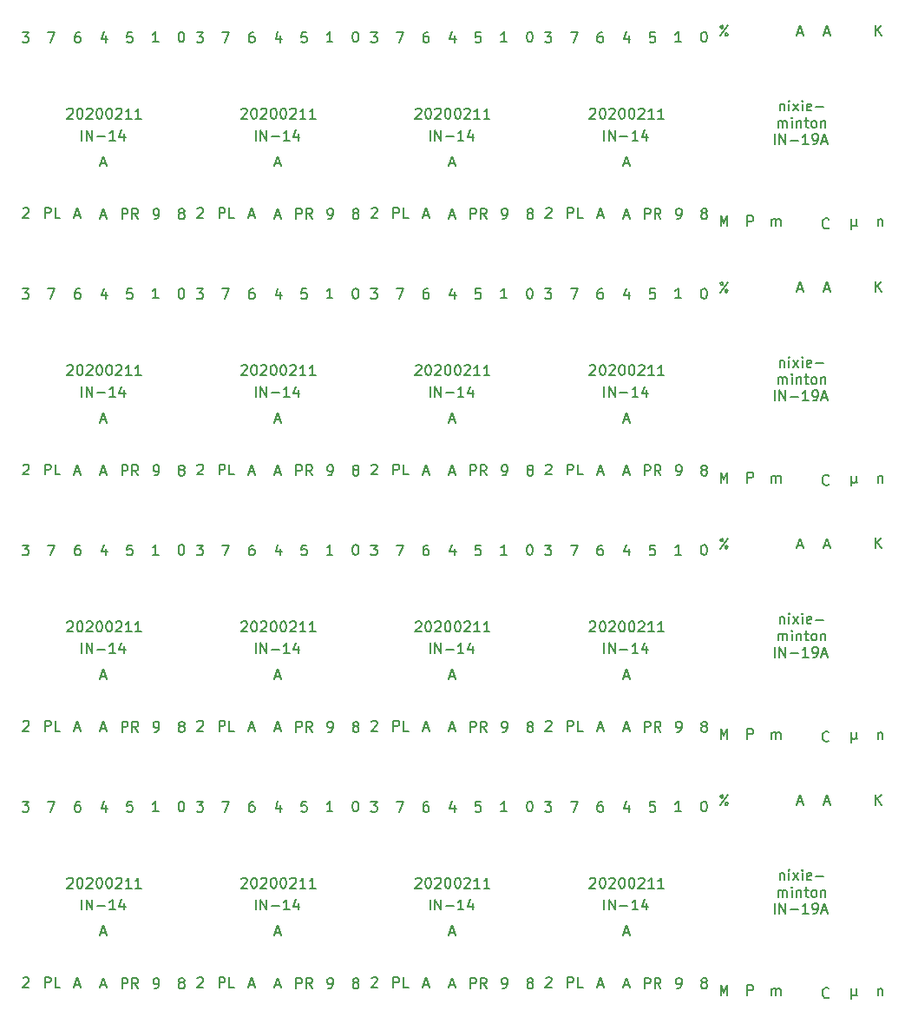
<source format=gto>
G04 #@! TF.GenerationSoftware,KiCad,Pcbnew,(5.1.9)-1*
G04 #@! TF.CreationDate,2021-02-11T13:51:56+09:00*
G04 #@! TF.ProjectId,nixe-board-order,6e697865-2d62-46f6-9172-642d6f726465,rev?*
G04 #@! TF.SameCoordinates,Original*
G04 #@! TF.FileFunction,Legend,Top*
G04 #@! TF.FilePolarity,Positive*
%FSLAX46Y46*%
G04 Gerber Fmt 4.6, Leading zero omitted, Abs format (unit mm)*
G04 Created by KiCad (PCBNEW (5.1.9)-1) date 2021-02-11 13:51:56*
%MOMM*%
%LPD*%
G01*
G04 APERTURE LIST*
%ADD10C,0.150000*%
G04 APERTURE END LIST*
D10*
X23986666Y-107432380D02*
X24653333Y-107432380D01*
X24224761Y-108432380D01*
X23986666Y-82432380D02*
X24653333Y-82432380D01*
X24224761Y-83432380D01*
X23986666Y-57432380D02*
X24653333Y-57432380D01*
X24224761Y-58432380D01*
X29161904Y-120216666D02*
X29638095Y-120216666D01*
X29066666Y-120502380D02*
X29400000Y-119502380D01*
X29733333Y-120502380D01*
X29161904Y-95216666D02*
X29638095Y-95216666D01*
X29066666Y-95502380D02*
X29400000Y-94502380D01*
X29733333Y-95502380D01*
X29161904Y-70216666D02*
X29638095Y-70216666D01*
X29066666Y-70502380D02*
X29400000Y-69502380D01*
X29733333Y-70502380D01*
X36932380Y-107402380D02*
X37027619Y-107402380D01*
X37122857Y-107450000D01*
X37170476Y-107497619D01*
X37218095Y-107592857D01*
X37265714Y-107783333D01*
X37265714Y-108021428D01*
X37218095Y-108211904D01*
X37170476Y-108307142D01*
X37122857Y-108354761D01*
X37027619Y-108402380D01*
X36932380Y-108402380D01*
X36837142Y-108354761D01*
X36789523Y-108307142D01*
X36741904Y-108211904D01*
X36694285Y-108021428D01*
X36694285Y-107783333D01*
X36741904Y-107592857D01*
X36789523Y-107497619D01*
X36837142Y-107450000D01*
X36932380Y-107402380D01*
X36932380Y-82402380D02*
X37027619Y-82402380D01*
X37122857Y-82450000D01*
X37170476Y-82497619D01*
X37218095Y-82592857D01*
X37265714Y-82783333D01*
X37265714Y-83021428D01*
X37218095Y-83211904D01*
X37170476Y-83307142D01*
X37122857Y-83354761D01*
X37027619Y-83402380D01*
X36932380Y-83402380D01*
X36837142Y-83354761D01*
X36789523Y-83307142D01*
X36741904Y-83211904D01*
X36694285Y-83021428D01*
X36694285Y-82783333D01*
X36741904Y-82592857D01*
X36789523Y-82497619D01*
X36837142Y-82450000D01*
X36932380Y-82402380D01*
X36932380Y-57402380D02*
X37027619Y-57402380D01*
X37122857Y-57450000D01*
X37170476Y-57497619D01*
X37218095Y-57592857D01*
X37265714Y-57783333D01*
X37265714Y-58021428D01*
X37218095Y-58211904D01*
X37170476Y-58307142D01*
X37122857Y-58354761D01*
X37027619Y-58402380D01*
X36932380Y-58402380D01*
X36837142Y-58354761D01*
X36789523Y-58307142D01*
X36741904Y-58211904D01*
X36694285Y-58021428D01*
X36694285Y-57783333D01*
X36741904Y-57592857D01*
X36789523Y-57497619D01*
X36837142Y-57450000D01*
X36932380Y-57402380D01*
X21544285Y-124647619D02*
X21591904Y-124600000D01*
X21687142Y-124552380D01*
X21925238Y-124552380D01*
X22020476Y-124600000D01*
X22068095Y-124647619D01*
X22115714Y-124742857D01*
X22115714Y-124838095D01*
X22068095Y-124980952D01*
X21496666Y-125552380D01*
X22115714Y-125552380D01*
X21544285Y-99647619D02*
X21591904Y-99600000D01*
X21687142Y-99552380D01*
X21925238Y-99552380D01*
X22020476Y-99600000D01*
X22068095Y-99647619D01*
X22115714Y-99742857D01*
X22115714Y-99838095D01*
X22068095Y-99980952D01*
X21496666Y-100552380D01*
X22115714Y-100552380D01*
X21544285Y-74647619D02*
X21591904Y-74600000D01*
X21687142Y-74552380D01*
X21925238Y-74552380D01*
X22020476Y-74600000D01*
X22068095Y-74647619D01*
X22115714Y-74742857D01*
X22115714Y-74838095D01*
X22068095Y-74980952D01*
X21496666Y-75552380D01*
X22115714Y-75552380D01*
X23673333Y-125552380D02*
X23673333Y-124552380D01*
X24054285Y-124552380D01*
X24149523Y-124600000D01*
X24197142Y-124647619D01*
X24244761Y-124742857D01*
X24244761Y-124885714D01*
X24197142Y-124980952D01*
X24149523Y-125028571D01*
X24054285Y-125076190D01*
X23673333Y-125076190D01*
X25149523Y-125552380D02*
X24673333Y-125552380D01*
X24673333Y-124552380D01*
X23673333Y-100552380D02*
X23673333Y-99552380D01*
X24054285Y-99552380D01*
X24149523Y-99600000D01*
X24197142Y-99647619D01*
X24244761Y-99742857D01*
X24244761Y-99885714D01*
X24197142Y-99980952D01*
X24149523Y-100028571D01*
X24054285Y-100076190D01*
X23673333Y-100076190D01*
X25149523Y-100552380D02*
X24673333Y-100552380D01*
X24673333Y-99552380D01*
X23673333Y-75552380D02*
X23673333Y-74552380D01*
X24054285Y-74552380D01*
X24149523Y-74600000D01*
X24197142Y-74647619D01*
X24244761Y-74742857D01*
X24244761Y-74885714D01*
X24197142Y-74980952D01*
X24149523Y-75028571D01*
X24054285Y-75076190D01*
X23673333Y-75076190D01*
X25149523Y-75552380D02*
X24673333Y-75552380D01*
X24673333Y-74552380D01*
X49188095Y-107432380D02*
X48711904Y-107432380D01*
X48664285Y-107908571D01*
X48711904Y-107860952D01*
X48807142Y-107813333D01*
X49045238Y-107813333D01*
X49140476Y-107860952D01*
X49188095Y-107908571D01*
X49235714Y-108003809D01*
X49235714Y-108241904D01*
X49188095Y-108337142D01*
X49140476Y-108384761D01*
X49045238Y-108432380D01*
X48807142Y-108432380D01*
X48711904Y-108384761D01*
X48664285Y-108337142D01*
X49188095Y-82432380D02*
X48711904Y-82432380D01*
X48664285Y-82908571D01*
X48711904Y-82860952D01*
X48807142Y-82813333D01*
X49045238Y-82813333D01*
X49140476Y-82860952D01*
X49188095Y-82908571D01*
X49235714Y-83003809D01*
X49235714Y-83241904D01*
X49188095Y-83337142D01*
X49140476Y-83384761D01*
X49045238Y-83432380D01*
X48807142Y-83432380D01*
X48711904Y-83384761D01*
X48664285Y-83337142D01*
X49188095Y-57432380D02*
X48711904Y-57432380D01*
X48664285Y-57908571D01*
X48711904Y-57860952D01*
X48807142Y-57813333D01*
X49045238Y-57813333D01*
X49140476Y-57860952D01*
X49188095Y-57908571D01*
X49235714Y-58003809D01*
X49235714Y-58241904D01*
X49188095Y-58337142D01*
X49140476Y-58384761D01*
X49045238Y-58432380D01*
X48807142Y-58432380D01*
X48711904Y-58384761D01*
X48664285Y-58337142D01*
X31188095Y-125632380D02*
X31188095Y-124632380D01*
X31569047Y-124632380D01*
X31664285Y-124680000D01*
X31711904Y-124727619D01*
X31759523Y-124822857D01*
X31759523Y-124965714D01*
X31711904Y-125060952D01*
X31664285Y-125108571D01*
X31569047Y-125156190D01*
X31188095Y-125156190D01*
X32759523Y-125632380D02*
X32426190Y-125156190D01*
X32188095Y-125632380D02*
X32188095Y-124632380D01*
X32569047Y-124632380D01*
X32664285Y-124680000D01*
X32711904Y-124727619D01*
X32759523Y-124822857D01*
X32759523Y-124965714D01*
X32711904Y-125060952D01*
X32664285Y-125108571D01*
X32569047Y-125156190D01*
X32188095Y-125156190D01*
X31188095Y-100632380D02*
X31188095Y-99632380D01*
X31569047Y-99632380D01*
X31664285Y-99680000D01*
X31711904Y-99727619D01*
X31759523Y-99822857D01*
X31759523Y-99965714D01*
X31711904Y-100060952D01*
X31664285Y-100108571D01*
X31569047Y-100156190D01*
X31188095Y-100156190D01*
X32759523Y-100632380D02*
X32426190Y-100156190D01*
X32188095Y-100632380D02*
X32188095Y-99632380D01*
X32569047Y-99632380D01*
X32664285Y-99680000D01*
X32711904Y-99727619D01*
X32759523Y-99822857D01*
X32759523Y-99965714D01*
X32711904Y-100060952D01*
X32664285Y-100108571D01*
X32569047Y-100156190D01*
X32188095Y-100156190D01*
X31188095Y-75632380D02*
X31188095Y-74632380D01*
X31569047Y-74632380D01*
X31664285Y-74680000D01*
X31711904Y-74727619D01*
X31759523Y-74822857D01*
X31759523Y-74965714D01*
X31711904Y-75060952D01*
X31664285Y-75108571D01*
X31569047Y-75156190D01*
X31188095Y-75156190D01*
X32759523Y-75632380D02*
X32426190Y-75156190D01*
X32188095Y-75632380D02*
X32188095Y-74632380D01*
X32569047Y-74632380D01*
X32664285Y-74680000D01*
X32711904Y-74727619D01*
X32759523Y-74822857D01*
X32759523Y-74965714D01*
X32711904Y-75060952D01*
X32664285Y-75108571D01*
X32569047Y-75156190D01*
X32188095Y-75156190D01*
X34745714Y-108372380D02*
X34174285Y-108372380D01*
X34460000Y-108372380D02*
X34460000Y-107372380D01*
X34364761Y-107515238D01*
X34269523Y-107610476D01*
X34174285Y-107658095D01*
X34745714Y-83372380D02*
X34174285Y-83372380D01*
X34460000Y-83372380D02*
X34460000Y-82372380D01*
X34364761Y-82515238D01*
X34269523Y-82610476D01*
X34174285Y-82658095D01*
X34745714Y-58372380D02*
X34174285Y-58372380D01*
X34460000Y-58372380D02*
X34460000Y-57372380D01*
X34364761Y-57515238D01*
X34269523Y-57610476D01*
X34174285Y-57658095D01*
X34329523Y-125632380D02*
X34520000Y-125632380D01*
X34615238Y-125584761D01*
X34662857Y-125537142D01*
X34758095Y-125394285D01*
X34805714Y-125203809D01*
X34805714Y-124822857D01*
X34758095Y-124727619D01*
X34710476Y-124680000D01*
X34615238Y-124632380D01*
X34424761Y-124632380D01*
X34329523Y-124680000D01*
X34281904Y-124727619D01*
X34234285Y-124822857D01*
X34234285Y-125060952D01*
X34281904Y-125156190D01*
X34329523Y-125203809D01*
X34424761Y-125251428D01*
X34615238Y-125251428D01*
X34710476Y-125203809D01*
X34758095Y-125156190D01*
X34805714Y-125060952D01*
X34329523Y-100632380D02*
X34520000Y-100632380D01*
X34615238Y-100584761D01*
X34662857Y-100537142D01*
X34758095Y-100394285D01*
X34805714Y-100203809D01*
X34805714Y-99822857D01*
X34758095Y-99727619D01*
X34710476Y-99680000D01*
X34615238Y-99632380D01*
X34424761Y-99632380D01*
X34329523Y-99680000D01*
X34281904Y-99727619D01*
X34234285Y-99822857D01*
X34234285Y-100060952D01*
X34281904Y-100156190D01*
X34329523Y-100203809D01*
X34424761Y-100251428D01*
X34615238Y-100251428D01*
X34710476Y-100203809D01*
X34758095Y-100156190D01*
X34805714Y-100060952D01*
X34329523Y-75632380D02*
X34520000Y-75632380D01*
X34615238Y-75584761D01*
X34662857Y-75537142D01*
X34758095Y-75394285D01*
X34805714Y-75203809D01*
X34805714Y-74822857D01*
X34758095Y-74727619D01*
X34710476Y-74680000D01*
X34615238Y-74632380D01*
X34424761Y-74632380D01*
X34329523Y-74680000D01*
X34281904Y-74727619D01*
X34234285Y-74822857D01*
X34234285Y-75060952D01*
X34281904Y-75156190D01*
X34329523Y-75203809D01*
X34424761Y-75251428D01*
X34615238Y-75251428D01*
X34710476Y-75203809D01*
X34758095Y-75156190D01*
X34805714Y-75060952D01*
X27050476Y-107432380D02*
X26860000Y-107432380D01*
X26764761Y-107480000D01*
X26717142Y-107527619D01*
X26621904Y-107670476D01*
X26574285Y-107860952D01*
X26574285Y-108241904D01*
X26621904Y-108337142D01*
X26669523Y-108384761D01*
X26764761Y-108432380D01*
X26955238Y-108432380D01*
X27050476Y-108384761D01*
X27098095Y-108337142D01*
X27145714Y-108241904D01*
X27145714Y-108003809D01*
X27098095Y-107908571D01*
X27050476Y-107860952D01*
X26955238Y-107813333D01*
X26764761Y-107813333D01*
X26669523Y-107860952D01*
X26621904Y-107908571D01*
X26574285Y-108003809D01*
X27050476Y-82432380D02*
X26860000Y-82432380D01*
X26764761Y-82480000D01*
X26717142Y-82527619D01*
X26621904Y-82670476D01*
X26574285Y-82860952D01*
X26574285Y-83241904D01*
X26621904Y-83337142D01*
X26669523Y-83384761D01*
X26764761Y-83432380D01*
X26955238Y-83432380D01*
X27050476Y-83384761D01*
X27098095Y-83337142D01*
X27145714Y-83241904D01*
X27145714Y-83003809D01*
X27098095Y-82908571D01*
X27050476Y-82860952D01*
X26955238Y-82813333D01*
X26764761Y-82813333D01*
X26669523Y-82860952D01*
X26621904Y-82908571D01*
X26574285Y-83003809D01*
X27050476Y-57432380D02*
X26860000Y-57432380D01*
X26764761Y-57480000D01*
X26717142Y-57527619D01*
X26621904Y-57670476D01*
X26574285Y-57860952D01*
X26574285Y-58241904D01*
X26621904Y-58337142D01*
X26669523Y-58384761D01*
X26764761Y-58432380D01*
X26955238Y-58432380D01*
X27050476Y-58384761D01*
X27098095Y-58337142D01*
X27145714Y-58241904D01*
X27145714Y-58003809D01*
X27098095Y-57908571D01*
X27050476Y-57860952D01*
X26955238Y-57813333D01*
X26764761Y-57813333D01*
X26669523Y-57860952D01*
X26621904Y-57908571D01*
X26574285Y-58003809D01*
X29650476Y-107765714D02*
X29650476Y-108432380D01*
X29412380Y-107384761D02*
X29174285Y-108099047D01*
X29793333Y-108099047D01*
X29650476Y-82765714D02*
X29650476Y-83432380D01*
X29412380Y-82384761D02*
X29174285Y-83099047D01*
X29793333Y-83099047D01*
X29650476Y-57765714D02*
X29650476Y-58432380D01*
X29412380Y-57384761D02*
X29174285Y-58099047D01*
X29793333Y-58099047D01*
X32188095Y-107432380D02*
X31711904Y-107432380D01*
X31664285Y-107908571D01*
X31711904Y-107860952D01*
X31807142Y-107813333D01*
X32045238Y-107813333D01*
X32140476Y-107860952D01*
X32188095Y-107908571D01*
X32235714Y-108003809D01*
X32235714Y-108241904D01*
X32188095Y-108337142D01*
X32140476Y-108384761D01*
X32045238Y-108432380D01*
X31807142Y-108432380D01*
X31711904Y-108384761D01*
X31664285Y-108337142D01*
X32188095Y-82432380D02*
X31711904Y-82432380D01*
X31664285Y-82908571D01*
X31711904Y-82860952D01*
X31807142Y-82813333D01*
X32045238Y-82813333D01*
X32140476Y-82860952D01*
X32188095Y-82908571D01*
X32235714Y-83003809D01*
X32235714Y-83241904D01*
X32188095Y-83337142D01*
X32140476Y-83384761D01*
X32045238Y-83432380D01*
X31807142Y-83432380D01*
X31711904Y-83384761D01*
X31664285Y-83337142D01*
X32188095Y-57432380D02*
X31711904Y-57432380D01*
X31664285Y-57908571D01*
X31711904Y-57860952D01*
X31807142Y-57813333D01*
X32045238Y-57813333D01*
X32140476Y-57860952D01*
X32188095Y-57908571D01*
X32235714Y-58003809D01*
X32235714Y-58241904D01*
X32188095Y-58337142D01*
X32140476Y-58384761D01*
X32045238Y-58432380D01*
X31807142Y-58432380D01*
X31711904Y-58384761D01*
X31664285Y-58337142D01*
X29161904Y-125316666D02*
X29638095Y-125316666D01*
X29066666Y-125602380D02*
X29400000Y-124602380D01*
X29733333Y-125602380D01*
X29161904Y-100316666D02*
X29638095Y-100316666D01*
X29066666Y-100602380D02*
X29400000Y-99602380D01*
X29733333Y-100602380D01*
X29161904Y-75316666D02*
X29638095Y-75316666D01*
X29066666Y-75602380D02*
X29400000Y-74602380D01*
X29733333Y-75602380D01*
X66188095Y-107432380D02*
X65711904Y-107432380D01*
X65664285Y-107908571D01*
X65711904Y-107860952D01*
X65807142Y-107813333D01*
X66045238Y-107813333D01*
X66140476Y-107860952D01*
X66188095Y-107908571D01*
X66235714Y-108003809D01*
X66235714Y-108241904D01*
X66188095Y-108337142D01*
X66140476Y-108384761D01*
X66045238Y-108432380D01*
X65807142Y-108432380D01*
X65711904Y-108384761D01*
X65664285Y-108337142D01*
X66188095Y-82432380D02*
X65711904Y-82432380D01*
X65664285Y-82908571D01*
X65711904Y-82860952D01*
X65807142Y-82813333D01*
X66045238Y-82813333D01*
X66140476Y-82860952D01*
X66188095Y-82908571D01*
X66235714Y-83003809D01*
X66235714Y-83241904D01*
X66188095Y-83337142D01*
X66140476Y-83384761D01*
X66045238Y-83432380D01*
X65807142Y-83432380D01*
X65711904Y-83384761D01*
X65664285Y-83337142D01*
X66188095Y-57432380D02*
X65711904Y-57432380D01*
X65664285Y-57908571D01*
X65711904Y-57860952D01*
X65807142Y-57813333D01*
X66045238Y-57813333D01*
X66140476Y-57860952D01*
X66188095Y-57908571D01*
X66235714Y-58003809D01*
X66235714Y-58241904D01*
X66188095Y-58337142D01*
X66140476Y-58384761D01*
X66045238Y-58432380D01*
X65807142Y-58432380D01*
X65711904Y-58384761D01*
X65664285Y-58337142D01*
X26621904Y-125286666D02*
X27098095Y-125286666D01*
X26526666Y-125572380D02*
X26860000Y-124572380D01*
X27193333Y-125572380D01*
X26621904Y-100286666D02*
X27098095Y-100286666D01*
X26526666Y-100572380D02*
X26860000Y-99572380D01*
X27193333Y-100572380D01*
X26621904Y-75286666D02*
X27098095Y-75286666D01*
X26526666Y-75572380D02*
X26860000Y-74572380D01*
X27193333Y-75572380D01*
X25840952Y-114967619D02*
X25888571Y-114920000D01*
X25983809Y-114872380D01*
X26221904Y-114872380D01*
X26317142Y-114920000D01*
X26364761Y-114967619D01*
X26412380Y-115062857D01*
X26412380Y-115158095D01*
X26364761Y-115300952D01*
X25793333Y-115872380D01*
X26412380Y-115872380D01*
X27031428Y-114872380D02*
X27126666Y-114872380D01*
X27221904Y-114920000D01*
X27269523Y-114967619D01*
X27317142Y-115062857D01*
X27364761Y-115253333D01*
X27364761Y-115491428D01*
X27317142Y-115681904D01*
X27269523Y-115777142D01*
X27221904Y-115824761D01*
X27126666Y-115872380D01*
X27031428Y-115872380D01*
X26936190Y-115824761D01*
X26888571Y-115777142D01*
X26840952Y-115681904D01*
X26793333Y-115491428D01*
X26793333Y-115253333D01*
X26840952Y-115062857D01*
X26888571Y-114967619D01*
X26936190Y-114920000D01*
X27031428Y-114872380D01*
X27745714Y-114967619D02*
X27793333Y-114920000D01*
X27888571Y-114872380D01*
X28126666Y-114872380D01*
X28221904Y-114920000D01*
X28269523Y-114967619D01*
X28317142Y-115062857D01*
X28317142Y-115158095D01*
X28269523Y-115300952D01*
X27698095Y-115872380D01*
X28317142Y-115872380D01*
X28936190Y-114872380D02*
X29031428Y-114872380D01*
X29126666Y-114920000D01*
X29174285Y-114967619D01*
X29221904Y-115062857D01*
X29269523Y-115253333D01*
X29269523Y-115491428D01*
X29221904Y-115681904D01*
X29174285Y-115777142D01*
X29126666Y-115824761D01*
X29031428Y-115872380D01*
X28936190Y-115872380D01*
X28840952Y-115824761D01*
X28793333Y-115777142D01*
X28745714Y-115681904D01*
X28698095Y-115491428D01*
X28698095Y-115253333D01*
X28745714Y-115062857D01*
X28793333Y-114967619D01*
X28840952Y-114920000D01*
X28936190Y-114872380D01*
X29888571Y-114872380D02*
X29983809Y-114872380D01*
X30079047Y-114920000D01*
X30126666Y-114967619D01*
X30174285Y-115062857D01*
X30221904Y-115253333D01*
X30221904Y-115491428D01*
X30174285Y-115681904D01*
X30126666Y-115777142D01*
X30079047Y-115824761D01*
X29983809Y-115872380D01*
X29888571Y-115872380D01*
X29793333Y-115824761D01*
X29745714Y-115777142D01*
X29698095Y-115681904D01*
X29650476Y-115491428D01*
X29650476Y-115253333D01*
X29698095Y-115062857D01*
X29745714Y-114967619D01*
X29793333Y-114920000D01*
X29888571Y-114872380D01*
X30602857Y-114967619D02*
X30650476Y-114920000D01*
X30745714Y-114872380D01*
X30983809Y-114872380D01*
X31079047Y-114920000D01*
X31126666Y-114967619D01*
X31174285Y-115062857D01*
X31174285Y-115158095D01*
X31126666Y-115300952D01*
X30555238Y-115872380D01*
X31174285Y-115872380D01*
X32126666Y-115872380D02*
X31555238Y-115872380D01*
X31840952Y-115872380D02*
X31840952Y-114872380D01*
X31745714Y-115015238D01*
X31650476Y-115110476D01*
X31555238Y-115158095D01*
X33079047Y-115872380D02*
X32507619Y-115872380D01*
X32793333Y-115872380D02*
X32793333Y-114872380D01*
X32698095Y-115015238D01*
X32602857Y-115110476D01*
X32507619Y-115158095D01*
X25840952Y-89967619D02*
X25888571Y-89920000D01*
X25983809Y-89872380D01*
X26221904Y-89872380D01*
X26317142Y-89920000D01*
X26364761Y-89967619D01*
X26412380Y-90062857D01*
X26412380Y-90158095D01*
X26364761Y-90300952D01*
X25793333Y-90872380D01*
X26412380Y-90872380D01*
X27031428Y-89872380D02*
X27126666Y-89872380D01*
X27221904Y-89920000D01*
X27269523Y-89967619D01*
X27317142Y-90062857D01*
X27364761Y-90253333D01*
X27364761Y-90491428D01*
X27317142Y-90681904D01*
X27269523Y-90777142D01*
X27221904Y-90824761D01*
X27126666Y-90872380D01*
X27031428Y-90872380D01*
X26936190Y-90824761D01*
X26888571Y-90777142D01*
X26840952Y-90681904D01*
X26793333Y-90491428D01*
X26793333Y-90253333D01*
X26840952Y-90062857D01*
X26888571Y-89967619D01*
X26936190Y-89920000D01*
X27031428Y-89872380D01*
X27745714Y-89967619D02*
X27793333Y-89920000D01*
X27888571Y-89872380D01*
X28126666Y-89872380D01*
X28221904Y-89920000D01*
X28269523Y-89967619D01*
X28317142Y-90062857D01*
X28317142Y-90158095D01*
X28269523Y-90300952D01*
X27698095Y-90872380D01*
X28317142Y-90872380D01*
X28936190Y-89872380D02*
X29031428Y-89872380D01*
X29126666Y-89920000D01*
X29174285Y-89967619D01*
X29221904Y-90062857D01*
X29269523Y-90253333D01*
X29269523Y-90491428D01*
X29221904Y-90681904D01*
X29174285Y-90777142D01*
X29126666Y-90824761D01*
X29031428Y-90872380D01*
X28936190Y-90872380D01*
X28840952Y-90824761D01*
X28793333Y-90777142D01*
X28745714Y-90681904D01*
X28698095Y-90491428D01*
X28698095Y-90253333D01*
X28745714Y-90062857D01*
X28793333Y-89967619D01*
X28840952Y-89920000D01*
X28936190Y-89872380D01*
X29888571Y-89872380D02*
X29983809Y-89872380D01*
X30079047Y-89920000D01*
X30126666Y-89967619D01*
X30174285Y-90062857D01*
X30221904Y-90253333D01*
X30221904Y-90491428D01*
X30174285Y-90681904D01*
X30126666Y-90777142D01*
X30079047Y-90824761D01*
X29983809Y-90872380D01*
X29888571Y-90872380D01*
X29793333Y-90824761D01*
X29745714Y-90777142D01*
X29698095Y-90681904D01*
X29650476Y-90491428D01*
X29650476Y-90253333D01*
X29698095Y-90062857D01*
X29745714Y-89967619D01*
X29793333Y-89920000D01*
X29888571Y-89872380D01*
X30602857Y-89967619D02*
X30650476Y-89920000D01*
X30745714Y-89872380D01*
X30983809Y-89872380D01*
X31079047Y-89920000D01*
X31126666Y-89967619D01*
X31174285Y-90062857D01*
X31174285Y-90158095D01*
X31126666Y-90300952D01*
X30555238Y-90872380D01*
X31174285Y-90872380D01*
X32126666Y-90872380D02*
X31555238Y-90872380D01*
X31840952Y-90872380D02*
X31840952Y-89872380D01*
X31745714Y-90015238D01*
X31650476Y-90110476D01*
X31555238Y-90158095D01*
X33079047Y-90872380D02*
X32507619Y-90872380D01*
X32793333Y-90872380D02*
X32793333Y-89872380D01*
X32698095Y-90015238D01*
X32602857Y-90110476D01*
X32507619Y-90158095D01*
X25840952Y-64967619D02*
X25888571Y-64920000D01*
X25983809Y-64872380D01*
X26221904Y-64872380D01*
X26317142Y-64920000D01*
X26364761Y-64967619D01*
X26412380Y-65062857D01*
X26412380Y-65158095D01*
X26364761Y-65300952D01*
X25793333Y-65872380D01*
X26412380Y-65872380D01*
X27031428Y-64872380D02*
X27126666Y-64872380D01*
X27221904Y-64920000D01*
X27269523Y-64967619D01*
X27317142Y-65062857D01*
X27364761Y-65253333D01*
X27364761Y-65491428D01*
X27317142Y-65681904D01*
X27269523Y-65777142D01*
X27221904Y-65824761D01*
X27126666Y-65872380D01*
X27031428Y-65872380D01*
X26936190Y-65824761D01*
X26888571Y-65777142D01*
X26840952Y-65681904D01*
X26793333Y-65491428D01*
X26793333Y-65253333D01*
X26840952Y-65062857D01*
X26888571Y-64967619D01*
X26936190Y-64920000D01*
X27031428Y-64872380D01*
X27745714Y-64967619D02*
X27793333Y-64920000D01*
X27888571Y-64872380D01*
X28126666Y-64872380D01*
X28221904Y-64920000D01*
X28269523Y-64967619D01*
X28317142Y-65062857D01*
X28317142Y-65158095D01*
X28269523Y-65300952D01*
X27698095Y-65872380D01*
X28317142Y-65872380D01*
X28936190Y-64872380D02*
X29031428Y-64872380D01*
X29126666Y-64920000D01*
X29174285Y-64967619D01*
X29221904Y-65062857D01*
X29269523Y-65253333D01*
X29269523Y-65491428D01*
X29221904Y-65681904D01*
X29174285Y-65777142D01*
X29126666Y-65824761D01*
X29031428Y-65872380D01*
X28936190Y-65872380D01*
X28840952Y-65824761D01*
X28793333Y-65777142D01*
X28745714Y-65681904D01*
X28698095Y-65491428D01*
X28698095Y-65253333D01*
X28745714Y-65062857D01*
X28793333Y-64967619D01*
X28840952Y-64920000D01*
X28936190Y-64872380D01*
X29888571Y-64872380D02*
X29983809Y-64872380D01*
X30079047Y-64920000D01*
X30126666Y-64967619D01*
X30174285Y-65062857D01*
X30221904Y-65253333D01*
X30221904Y-65491428D01*
X30174285Y-65681904D01*
X30126666Y-65777142D01*
X30079047Y-65824761D01*
X29983809Y-65872380D01*
X29888571Y-65872380D01*
X29793333Y-65824761D01*
X29745714Y-65777142D01*
X29698095Y-65681904D01*
X29650476Y-65491428D01*
X29650476Y-65253333D01*
X29698095Y-65062857D01*
X29745714Y-64967619D01*
X29793333Y-64920000D01*
X29888571Y-64872380D01*
X30602857Y-64967619D02*
X30650476Y-64920000D01*
X30745714Y-64872380D01*
X30983809Y-64872380D01*
X31079047Y-64920000D01*
X31126666Y-64967619D01*
X31174285Y-65062857D01*
X31174285Y-65158095D01*
X31126666Y-65300952D01*
X30555238Y-65872380D01*
X31174285Y-65872380D01*
X32126666Y-65872380D02*
X31555238Y-65872380D01*
X31840952Y-65872380D02*
X31840952Y-64872380D01*
X31745714Y-65015238D01*
X31650476Y-65110476D01*
X31555238Y-65158095D01*
X33079047Y-65872380D02*
X32507619Y-65872380D01*
X32793333Y-65872380D02*
X32793333Y-64872380D01*
X32698095Y-65015238D01*
X32602857Y-65110476D01*
X32507619Y-65158095D01*
X83188095Y-107432380D02*
X82711904Y-107432380D01*
X82664285Y-107908571D01*
X82711904Y-107860952D01*
X82807142Y-107813333D01*
X83045238Y-107813333D01*
X83140476Y-107860952D01*
X83188095Y-107908571D01*
X83235714Y-108003809D01*
X83235714Y-108241904D01*
X83188095Y-108337142D01*
X83140476Y-108384761D01*
X83045238Y-108432380D01*
X82807142Y-108432380D01*
X82711904Y-108384761D01*
X82664285Y-108337142D01*
X83188095Y-82432380D02*
X82711904Y-82432380D01*
X82664285Y-82908571D01*
X82711904Y-82860952D01*
X82807142Y-82813333D01*
X83045238Y-82813333D01*
X83140476Y-82860952D01*
X83188095Y-82908571D01*
X83235714Y-83003809D01*
X83235714Y-83241904D01*
X83188095Y-83337142D01*
X83140476Y-83384761D01*
X83045238Y-83432380D01*
X82807142Y-83432380D01*
X82711904Y-83384761D01*
X82664285Y-83337142D01*
X83188095Y-57432380D02*
X82711904Y-57432380D01*
X82664285Y-57908571D01*
X82711904Y-57860952D01*
X82807142Y-57813333D01*
X83045238Y-57813333D01*
X83140476Y-57860952D01*
X83188095Y-57908571D01*
X83235714Y-58003809D01*
X83235714Y-58241904D01*
X83188095Y-58337142D01*
X83140476Y-58384761D01*
X83045238Y-58432380D01*
X82807142Y-58432380D01*
X82711904Y-58384761D01*
X82664285Y-58337142D01*
X68745714Y-108372380D02*
X68174285Y-108372380D01*
X68460000Y-108372380D02*
X68460000Y-107372380D01*
X68364761Y-107515238D01*
X68269523Y-107610476D01*
X68174285Y-107658095D01*
X68745714Y-83372380D02*
X68174285Y-83372380D01*
X68460000Y-83372380D02*
X68460000Y-82372380D01*
X68364761Y-82515238D01*
X68269523Y-82610476D01*
X68174285Y-82658095D01*
X68745714Y-58372380D02*
X68174285Y-58372380D01*
X68460000Y-58372380D02*
X68460000Y-57372380D01*
X68364761Y-57515238D01*
X68269523Y-57610476D01*
X68174285Y-57658095D01*
X74673333Y-125552380D02*
X74673333Y-124552380D01*
X75054285Y-124552380D01*
X75149523Y-124600000D01*
X75197142Y-124647619D01*
X75244761Y-124742857D01*
X75244761Y-124885714D01*
X75197142Y-124980952D01*
X75149523Y-125028571D01*
X75054285Y-125076190D01*
X74673333Y-125076190D01*
X76149523Y-125552380D02*
X75673333Y-125552380D01*
X75673333Y-124552380D01*
X74673333Y-100552380D02*
X74673333Y-99552380D01*
X75054285Y-99552380D01*
X75149523Y-99600000D01*
X75197142Y-99647619D01*
X75244761Y-99742857D01*
X75244761Y-99885714D01*
X75197142Y-99980952D01*
X75149523Y-100028571D01*
X75054285Y-100076190D01*
X74673333Y-100076190D01*
X76149523Y-100552380D02*
X75673333Y-100552380D01*
X75673333Y-99552380D01*
X74673333Y-75552380D02*
X74673333Y-74552380D01*
X75054285Y-74552380D01*
X75149523Y-74600000D01*
X75197142Y-74647619D01*
X75244761Y-74742857D01*
X75244761Y-74885714D01*
X75197142Y-74980952D01*
X75149523Y-75028571D01*
X75054285Y-75076190D01*
X74673333Y-75076190D01*
X76149523Y-75552380D02*
X75673333Y-75552380D01*
X75673333Y-74552380D01*
X46161904Y-125316666D02*
X46638095Y-125316666D01*
X46066666Y-125602380D02*
X46400000Y-124602380D01*
X46733333Y-125602380D01*
X46161904Y-100316666D02*
X46638095Y-100316666D01*
X46066666Y-100602380D02*
X46400000Y-99602380D01*
X46733333Y-100602380D01*
X46161904Y-75316666D02*
X46638095Y-75316666D01*
X46066666Y-75602380D02*
X46400000Y-74602380D01*
X46733333Y-75602380D01*
X85745714Y-108372380D02*
X85174285Y-108372380D01*
X85460000Y-108372380D02*
X85460000Y-107372380D01*
X85364761Y-107515238D01*
X85269523Y-107610476D01*
X85174285Y-107658095D01*
X85745714Y-83372380D02*
X85174285Y-83372380D01*
X85460000Y-83372380D02*
X85460000Y-82372380D01*
X85364761Y-82515238D01*
X85269523Y-82610476D01*
X85174285Y-82658095D01*
X85745714Y-58372380D02*
X85174285Y-58372380D01*
X85460000Y-58372380D02*
X85460000Y-57372380D01*
X85364761Y-57515238D01*
X85269523Y-57610476D01*
X85174285Y-57658095D01*
X44050476Y-107432380D02*
X43860000Y-107432380D01*
X43764761Y-107480000D01*
X43717142Y-107527619D01*
X43621904Y-107670476D01*
X43574285Y-107860952D01*
X43574285Y-108241904D01*
X43621904Y-108337142D01*
X43669523Y-108384761D01*
X43764761Y-108432380D01*
X43955238Y-108432380D01*
X44050476Y-108384761D01*
X44098095Y-108337142D01*
X44145714Y-108241904D01*
X44145714Y-108003809D01*
X44098095Y-107908571D01*
X44050476Y-107860952D01*
X43955238Y-107813333D01*
X43764761Y-107813333D01*
X43669523Y-107860952D01*
X43621904Y-107908571D01*
X43574285Y-108003809D01*
X44050476Y-82432380D02*
X43860000Y-82432380D01*
X43764761Y-82480000D01*
X43717142Y-82527619D01*
X43621904Y-82670476D01*
X43574285Y-82860952D01*
X43574285Y-83241904D01*
X43621904Y-83337142D01*
X43669523Y-83384761D01*
X43764761Y-83432380D01*
X43955238Y-83432380D01*
X44050476Y-83384761D01*
X44098095Y-83337142D01*
X44145714Y-83241904D01*
X44145714Y-83003809D01*
X44098095Y-82908571D01*
X44050476Y-82860952D01*
X43955238Y-82813333D01*
X43764761Y-82813333D01*
X43669523Y-82860952D01*
X43621904Y-82908571D01*
X43574285Y-83003809D01*
X44050476Y-57432380D02*
X43860000Y-57432380D01*
X43764761Y-57480000D01*
X43717142Y-57527619D01*
X43621904Y-57670476D01*
X43574285Y-57860952D01*
X43574285Y-58241904D01*
X43621904Y-58337142D01*
X43669523Y-58384761D01*
X43764761Y-58432380D01*
X43955238Y-58432380D01*
X44050476Y-58384761D01*
X44098095Y-58337142D01*
X44145714Y-58241904D01*
X44145714Y-58003809D01*
X44098095Y-57908571D01*
X44050476Y-57860952D01*
X43955238Y-57813333D01*
X43764761Y-57813333D01*
X43669523Y-57860952D01*
X43621904Y-57908571D01*
X43574285Y-58003809D01*
X51329523Y-125632380D02*
X51520000Y-125632380D01*
X51615238Y-125584761D01*
X51662857Y-125537142D01*
X51758095Y-125394285D01*
X51805714Y-125203809D01*
X51805714Y-124822857D01*
X51758095Y-124727619D01*
X51710476Y-124680000D01*
X51615238Y-124632380D01*
X51424761Y-124632380D01*
X51329523Y-124680000D01*
X51281904Y-124727619D01*
X51234285Y-124822857D01*
X51234285Y-125060952D01*
X51281904Y-125156190D01*
X51329523Y-125203809D01*
X51424761Y-125251428D01*
X51615238Y-125251428D01*
X51710476Y-125203809D01*
X51758095Y-125156190D01*
X51805714Y-125060952D01*
X51329523Y-100632380D02*
X51520000Y-100632380D01*
X51615238Y-100584761D01*
X51662857Y-100537142D01*
X51758095Y-100394285D01*
X51805714Y-100203809D01*
X51805714Y-99822857D01*
X51758095Y-99727619D01*
X51710476Y-99680000D01*
X51615238Y-99632380D01*
X51424761Y-99632380D01*
X51329523Y-99680000D01*
X51281904Y-99727619D01*
X51234285Y-99822857D01*
X51234285Y-100060952D01*
X51281904Y-100156190D01*
X51329523Y-100203809D01*
X51424761Y-100251428D01*
X51615238Y-100251428D01*
X51710476Y-100203809D01*
X51758095Y-100156190D01*
X51805714Y-100060952D01*
X51329523Y-75632380D02*
X51520000Y-75632380D01*
X51615238Y-75584761D01*
X51662857Y-75537142D01*
X51758095Y-75394285D01*
X51805714Y-75203809D01*
X51805714Y-74822857D01*
X51758095Y-74727619D01*
X51710476Y-74680000D01*
X51615238Y-74632380D01*
X51424761Y-74632380D01*
X51329523Y-74680000D01*
X51281904Y-74727619D01*
X51234285Y-74822857D01*
X51234285Y-75060952D01*
X51281904Y-75156190D01*
X51329523Y-75203809D01*
X51424761Y-75251428D01*
X51615238Y-75251428D01*
X51710476Y-75203809D01*
X51758095Y-75156190D01*
X51805714Y-75060952D01*
X53932380Y-107402380D02*
X54027619Y-107402380D01*
X54122857Y-107450000D01*
X54170476Y-107497619D01*
X54218095Y-107592857D01*
X54265714Y-107783333D01*
X54265714Y-108021428D01*
X54218095Y-108211904D01*
X54170476Y-108307142D01*
X54122857Y-108354761D01*
X54027619Y-108402380D01*
X53932380Y-108402380D01*
X53837142Y-108354761D01*
X53789523Y-108307142D01*
X53741904Y-108211904D01*
X53694285Y-108021428D01*
X53694285Y-107783333D01*
X53741904Y-107592857D01*
X53789523Y-107497619D01*
X53837142Y-107450000D01*
X53932380Y-107402380D01*
X53932380Y-82402380D02*
X54027619Y-82402380D01*
X54122857Y-82450000D01*
X54170476Y-82497619D01*
X54218095Y-82592857D01*
X54265714Y-82783333D01*
X54265714Y-83021428D01*
X54218095Y-83211904D01*
X54170476Y-83307142D01*
X54122857Y-83354761D01*
X54027619Y-83402380D01*
X53932380Y-83402380D01*
X53837142Y-83354761D01*
X53789523Y-83307142D01*
X53741904Y-83211904D01*
X53694285Y-83021428D01*
X53694285Y-82783333D01*
X53741904Y-82592857D01*
X53789523Y-82497619D01*
X53837142Y-82450000D01*
X53932380Y-82402380D01*
X53932380Y-57402380D02*
X54027619Y-57402380D01*
X54122857Y-57450000D01*
X54170476Y-57497619D01*
X54218095Y-57592857D01*
X54265714Y-57783333D01*
X54265714Y-58021428D01*
X54218095Y-58211904D01*
X54170476Y-58307142D01*
X54122857Y-58354761D01*
X54027619Y-58402380D01*
X53932380Y-58402380D01*
X53837142Y-58354761D01*
X53789523Y-58307142D01*
X53741904Y-58211904D01*
X53694285Y-58021428D01*
X53694285Y-57783333D01*
X53741904Y-57592857D01*
X53789523Y-57497619D01*
X53837142Y-57450000D01*
X53932380Y-57402380D01*
X40986666Y-107432380D02*
X41653333Y-107432380D01*
X41224761Y-108432380D01*
X40986666Y-82432380D02*
X41653333Y-82432380D01*
X41224761Y-83432380D01*
X40986666Y-57432380D02*
X41653333Y-57432380D01*
X41224761Y-58432380D01*
X70932380Y-107402380D02*
X71027619Y-107402380D01*
X71122857Y-107450000D01*
X71170476Y-107497619D01*
X71218095Y-107592857D01*
X71265714Y-107783333D01*
X71265714Y-108021428D01*
X71218095Y-108211904D01*
X71170476Y-108307142D01*
X71122857Y-108354761D01*
X71027619Y-108402380D01*
X70932380Y-108402380D01*
X70837142Y-108354761D01*
X70789523Y-108307142D01*
X70741904Y-108211904D01*
X70694285Y-108021428D01*
X70694285Y-107783333D01*
X70741904Y-107592857D01*
X70789523Y-107497619D01*
X70837142Y-107450000D01*
X70932380Y-107402380D01*
X70932380Y-82402380D02*
X71027619Y-82402380D01*
X71122857Y-82450000D01*
X71170476Y-82497619D01*
X71218095Y-82592857D01*
X71265714Y-82783333D01*
X71265714Y-83021428D01*
X71218095Y-83211904D01*
X71170476Y-83307142D01*
X71122857Y-83354761D01*
X71027619Y-83402380D01*
X70932380Y-83402380D01*
X70837142Y-83354761D01*
X70789523Y-83307142D01*
X70741904Y-83211904D01*
X70694285Y-83021428D01*
X70694285Y-82783333D01*
X70741904Y-82592857D01*
X70789523Y-82497619D01*
X70837142Y-82450000D01*
X70932380Y-82402380D01*
X70932380Y-57402380D02*
X71027619Y-57402380D01*
X71122857Y-57450000D01*
X71170476Y-57497619D01*
X71218095Y-57592857D01*
X71265714Y-57783333D01*
X71265714Y-58021428D01*
X71218095Y-58211904D01*
X71170476Y-58307142D01*
X71122857Y-58354761D01*
X71027619Y-58402380D01*
X70932380Y-58402380D01*
X70837142Y-58354761D01*
X70789523Y-58307142D01*
X70741904Y-58211904D01*
X70694285Y-58021428D01*
X70694285Y-57783333D01*
X70741904Y-57592857D01*
X70789523Y-57497619D01*
X70837142Y-57450000D01*
X70932380Y-57402380D01*
X61050476Y-107432380D02*
X60860000Y-107432380D01*
X60764761Y-107480000D01*
X60717142Y-107527619D01*
X60621904Y-107670476D01*
X60574285Y-107860952D01*
X60574285Y-108241904D01*
X60621904Y-108337142D01*
X60669523Y-108384761D01*
X60764761Y-108432380D01*
X60955238Y-108432380D01*
X61050476Y-108384761D01*
X61098095Y-108337142D01*
X61145714Y-108241904D01*
X61145714Y-108003809D01*
X61098095Y-107908571D01*
X61050476Y-107860952D01*
X60955238Y-107813333D01*
X60764761Y-107813333D01*
X60669523Y-107860952D01*
X60621904Y-107908571D01*
X60574285Y-108003809D01*
X61050476Y-82432380D02*
X60860000Y-82432380D01*
X60764761Y-82480000D01*
X60717142Y-82527619D01*
X60621904Y-82670476D01*
X60574285Y-82860952D01*
X60574285Y-83241904D01*
X60621904Y-83337142D01*
X60669523Y-83384761D01*
X60764761Y-83432380D01*
X60955238Y-83432380D01*
X61050476Y-83384761D01*
X61098095Y-83337142D01*
X61145714Y-83241904D01*
X61145714Y-83003809D01*
X61098095Y-82908571D01*
X61050476Y-82860952D01*
X60955238Y-82813333D01*
X60764761Y-82813333D01*
X60669523Y-82860952D01*
X60621904Y-82908571D01*
X60574285Y-83003809D01*
X61050476Y-57432380D02*
X60860000Y-57432380D01*
X60764761Y-57480000D01*
X60717142Y-57527619D01*
X60621904Y-57670476D01*
X60574285Y-57860952D01*
X60574285Y-58241904D01*
X60621904Y-58337142D01*
X60669523Y-58384761D01*
X60764761Y-58432380D01*
X60955238Y-58432380D01*
X61050476Y-58384761D01*
X61098095Y-58337142D01*
X61145714Y-58241904D01*
X61145714Y-58003809D01*
X61098095Y-57908571D01*
X61050476Y-57860952D01*
X60955238Y-57813333D01*
X60764761Y-57813333D01*
X60669523Y-57860952D01*
X60621904Y-57908571D01*
X60574285Y-58003809D01*
X80650476Y-107765714D02*
X80650476Y-108432380D01*
X80412380Y-107384761D02*
X80174285Y-108099047D01*
X80793333Y-108099047D01*
X80650476Y-82765714D02*
X80650476Y-83432380D01*
X80412380Y-82384761D02*
X80174285Y-83099047D01*
X80793333Y-83099047D01*
X80650476Y-57765714D02*
X80650476Y-58432380D01*
X80412380Y-57384761D02*
X80174285Y-58099047D01*
X80793333Y-58099047D01*
X78050476Y-107432380D02*
X77860000Y-107432380D01*
X77764761Y-107480000D01*
X77717142Y-107527619D01*
X77621904Y-107670476D01*
X77574285Y-107860952D01*
X77574285Y-108241904D01*
X77621904Y-108337142D01*
X77669523Y-108384761D01*
X77764761Y-108432380D01*
X77955238Y-108432380D01*
X78050476Y-108384761D01*
X78098095Y-108337142D01*
X78145714Y-108241904D01*
X78145714Y-108003809D01*
X78098095Y-107908571D01*
X78050476Y-107860952D01*
X77955238Y-107813333D01*
X77764761Y-107813333D01*
X77669523Y-107860952D01*
X77621904Y-107908571D01*
X77574285Y-108003809D01*
X78050476Y-82432380D02*
X77860000Y-82432380D01*
X77764761Y-82480000D01*
X77717142Y-82527619D01*
X77621904Y-82670476D01*
X77574285Y-82860952D01*
X77574285Y-83241904D01*
X77621904Y-83337142D01*
X77669523Y-83384761D01*
X77764761Y-83432380D01*
X77955238Y-83432380D01*
X78050476Y-83384761D01*
X78098095Y-83337142D01*
X78145714Y-83241904D01*
X78145714Y-83003809D01*
X78098095Y-82908571D01*
X78050476Y-82860952D01*
X77955238Y-82813333D01*
X77764761Y-82813333D01*
X77669523Y-82860952D01*
X77621904Y-82908571D01*
X77574285Y-83003809D01*
X78050476Y-57432380D02*
X77860000Y-57432380D01*
X77764761Y-57480000D01*
X77717142Y-57527619D01*
X77621904Y-57670476D01*
X77574285Y-57860952D01*
X77574285Y-58241904D01*
X77621904Y-58337142D01*
X77669523Y-58384761D01*
X77764761Y-58432380D01*
X77955238Y-58432380D01*
X78050476Y-58384761D01*
X78098095Y-58337142D01*
X78145714Y-58241904D01*
X78145714Y-58003809D01*
X78098095Y-57908571D01*
X78050476Y-57860952D01*
X77955238Y-57813333D01*
X77764761Y-57813333D01*
X77669523Y-57860952D01*
X77621904Y-57908571D01*
X77574285Y-58003809D01*
X40673333Y-125552380D02*
X40673333Y-124552380D01*
X41054285Y-124552380D01*
X41149523Y-124600000D01*
X41197142Y-124647619D01*
X41244761Y-124742857D01*
X41244761Y-124885714D01*
X41197142Y-124980952D01*
X41149523Y-125028571D01*
X41054285Y-125076190D01*
X40673333Y-125076190D01*
X42149523Y-125552380D02*
X41673333Y-125552380D01*
X41673333Y-124552380D01*
X40673333Y-100552380D02*
X40673333Y-99552380D01*
X41054285Y-99552380D01*
X41149523Y-99600000D01*
X41197142Y-99647619D01*
X41244761Y-99742857D01*
X41244761Y-99885714D01*
X41197142Y-99980952D01*
X41149523Y-100028571D01*
X41054285Y-100076190D01*
X40673333Y-100076190D01*
X42149523Y-100552380D02*
X41673333Y-100552380D01*
X41673333Y-99552380D01*
X40673333Y-75552380D02*
X40673333Y-74552380D01*
X41054285Y-74552380D01*
X41149523Y-74600000D01*
X41197142Y-74647619D01*
X41244761Y-74742857D01*
X41244761Y-74885714D01*
X41197142Y-74980952D01*
X41149523Y-75028571D01*
X41054285Y-75076190D01*
X40673333Y-75076190D01*
X42149523Y-75552380D02*
X41673333Y-75552380D01*
X41673333Y-74552380D01*
X57673333Y-125552380D02*
X57673333Y-124552380D01*
X58054285Y-124552380D01*
X58149523Y-124600000D01*
X58197142Y-124647619D01*
X58244761Y-124742857D01*
X58244761Y-124885714D01*
X58197142Y-124980952D01*
X58149523Y-125028571D01*
X58054285Y-125076190D01*
X57673333Y-125076190D01*
X59149523Y-125552380D02*
X58673333Y-125552380D01*
X58673333Y-124552380D01*
X57673333Y-100552380D02*
X57673333Y-99552380D01*
X58054285Y-99552380D01*
X58149523Y-99600000D01*
X58197142Y-99647619D01*
X58244761Y-99742857D01*
X58244761Y-99885714D01*
X58197142Y-99980952D01*
X58149523Y-100028571D01*
X58054285Y-100076190D01*
X57673333Y-100076190D01*
X59149523Y-100552380D02*
X58673333Y-100552380D01*
X58673333Y-99552380D01*
X57673333Y-75552380D02*
X57673333Y-74552380D01*
X58054285Y-74552380D01*
X58149523Y-74600000D01*
X58197142Y-74647619D01*
X58244761Y-74742857D01*
X58244761Y-74885714D01*
X58197142Y-74980952D01*
X58149523Y-75028571D01*
X58054285Y-75076190D01*
X57673333Y-75076190D01*
X59149523Y-75552380D02*
X58673333Y-75552380D01*
X58673333Y-74552380D01*
X60621904Y-125286666D02*
X61098095Y-125286666D01*
X60526666Y-125572380D02*
X60860000Y-124572380D01*
X61193333Y-125572380D01*
X60621904Y-100286666D02*
X61098095Y-100286666D01*
X60526666Y-100572380D02*
X60860000Y-99572380D01*
X61193333Y-100572380D01*
X60621904Y-75286666D02*
X61098095Y-75286666D01*
X60526666Y-75572380D02*
X60860000Y-74572380D01*
X61193333Y-75572380D01*
X48188095Y-125632380D02*
X48188095Y-124632380D01*
X48569047Y-124632380D01*
X48664285Y-124680000D01*
X48711904Y-124727619D01*
X48759523Y-124822857D01*
X48759523Y-124965714D01*
X48711904Y-125060952D01*
X48664285Y-125108571D01*
X48569047Y-125156190D01*
X48188095Y-125156190D01*
X49759523Y-125632380D02*
X49426190Y-125156190D01*
X49188095Y-125632380D02*
X49188095Y-124632380D01*
X49569047Y-124632380D01*
X49664285Y-124680000D01*
X49711904Y-124727619D01*
X49759523Y-124822857D01*
X49759523Y-124965714D01*
X49711904Y-125060952D01*
X49664285Y-125108571D01*
X49569047Y-125156190D01*
X49188095Y-125156190D01*
X48188095Y-100632380D02*
X48188095Y-99632380D01*
X48569047Y-99632380D01*
X48664285Y-99680000D01*
X48711904Y-99727619D01*
X48759523Y-99822857D01*
X48759523Y-99965714D01*
X48711904Y-100060952D01*
X48664285Y-100108571D01*
X48569047Y-100156190D01*
X48188095Y-100156190D01*
X49759523Y-100632380D02*
X49426190Y-100156190D01*
X49188095Y-100632380D02*
X49188095Y-99632380D01*
X49569047Y-99632380D01*
X49664285Y-99680000D01*
X49711904Y-99727619D01*
X49759523Y-99822857D01*
X49759523Y-99965714D01*
X49711904Y-100060952D01*
X49664285Y-100108571D01*
X49569047Y-100156190D01*
X49188095Y-100156190D01*
X48188095Y-75632380D02*
X48188095Y-74632380D01*
X48569047Y-74632380D01*
X48664285Y-74680000D01*
X48711904Y-74727619D01*
X48759523Y-74822857D01*
X48759523Y-74965714D01*
X48711904Y-75060952D01*
X48664285Y-75108571D01*
X48569047Y-75156190D01*
X48188095Y-75156190D01*
X49759523Y-75632380D02*
X49426190Y-75156190D01*
X49188095Y-75632380D02*
X49188095Y-74632380D01*
X49569047Y-74632380D01*
X49664285Y-74680000D01*
X49711904Y-74727619D01*
X49759523Y-74822857D01*
X49759523Y-74965714D01*
X49711904Y-75060952D01*
X49664285Y-75108571D01*
X49569047Y-75156190D01*
X49188095Y-75156190D01*
X77621904Y-125286666D02*
X78098095Y-125286666D01*
X77526666Y-125572380D02*
X77860000Y-124572380D01*
X78193333Y-125572380D01*
X77621904Y-100286666D02*
X78098095Y-100286666D01*
X77526666Y-100572380D02*
X77860000Y-99572380D01*
X78193333Y-100572380D01*
X77621904Y-75286666D02*
X78098095Y-75286666D01*
X77526666Y-75572380D02*
X77860000Y-74572380D01*
X78193333Y-75572380D01*
X42840952Y-114967619D02*
X42888571Y-114920000D01*
X42983809Y-114872380D01*
X43221904Y-114872380D01*
X43317142Y-114920000D01*
X43364761Y-114967619D01*
X43412380Y-115062857D01*
X43412380Y-115158095D01*
X43364761Y-115300952D01*
X42793333Y-115872380D01*
X43412380Y-115872380D01*
X44031428Y-114872380D02*
X44126666Y-114872380D01*
X44221904Y-114920000D01*
X44269523Y-114967619D01*
X44317142Y-115062857D01*
X44364761Y-115253333D01*
X44364761Y-115491428D01*
X44317142Y-115681904D01*
X44269523Y-115777142D01*
X44221904Y-115824761D01*
X44126666Y-115872380D01*
X44031428Y-115872380D01*
X43936190Y-115824761D01*
X43888571Y-115777142D01*
X43840952Y-115681904D01*
X43793333Y-115491428D01*
X43793333Y-115253333D01*
X43840952Y-115062857D01*
X43888571Y-114967619D01*
X43936190Y-114920000D01*
X44031428Y-114872380D01*
X44745714Y-114967619D02*
X44793333Y-114920000D01*
X44888571Y-114872380D01*
X45126666Y-114872380D01*
X45221904Y-114920000D01*
X45269523Y-114967619D01*
X45317142Y-115062857D01*
X45317142Y-115158095D01*
X45269523Y-115300952D01*
X44698095Y-115872380D01*
X45317142Y-115872380D01*
X45936190Y-114872380D02*
X46031428Y-114872380D01*
X46126666Y-114920000D01*
X46174285Y-114967619D01*
X46221904Y-115062857D01*
X46269523Y-115253333D01*
X46269523Y-115491428D01*
X46221904Y-115681904D01*
X46174285Y-115777142D01*
X46126666Y-115824761D01*
X46031428Y-115872380D01*
X45936190Y-115872380D01*
X45840952Y-115824761D01*
X45793333Y-115777142D01*
X45745714Y-115681904D01*
X45698095Y-115491428D01*
X45698095Y-115253333D01*
X45745714Y-115062857D01*
X45793333Y-114967619D01*
X45840952Y-114920000D01*
X45936190Y-114872380D01*
X46888571Y-114872380D02*
X46983809Y-114872380D01*
X47079047Y-114920000D01*
X47126666Y-114967619D01*
X47174285Y-115062857D01*
X47221904Y-115253333D01*
X47221904Y-115491428D01*
X47174285Y-115681904D01*
X47126666Y-115777142D01*
X47079047Y-115824761D01*
X46983809Y-115872380D01*
X46888571Y-115872380D01*
X46793333Y-115824761D01*
X46745714Y-115777142D01*
X46698095Y-115681904D01*
X46650476Y-115491428D01*
X46650476Y-115253333D01*
X46698095Y-115062857D01*
X46745714Y-114967619D01*
X46793333Y-114920000D01*
X46888571Y-114872380D01*
X47602857Y-114967619D02*
X47650476Y-114920000D01*
X47745714Y-114872380D01*
X47983809Y-114872380D01*
X48079047Y-114920000D01*
X48126666Y-114967619D01*
X48174285Y-115062857D01*
X48174285Y-115158095D01*
X48126666Y-115300952D01*
X47555238Y-115872380D01*
X48174285Y-115872380D01*
X49126666Y-115872380D02*
X48555238Y-115872380D01*
X48840952Y-115872380D02*
X48840952Y-114872380D01*
X48745714Y-115015238D01*
X48650476Y-115110476D01*
X48555238Y-115158095D01*
X50079047Y-115872380D02*
X49507619Y-115872380D01*
X49793333Y-115872380D02*
X49793333Y-114872380D01*
X49698095Y-115015238D01*
X49602857Y-115110476D01*
X49507619Y-115158095D01*
X42840952Y-89967619D02*
X42888571Y-89920000D01*
X42983809Y-89872380D01*
X43221904Y-89872380D01*
X43317142Y-89920000D01*
X43364761Y-89967619D01*
X43412380Y-90062857D01*
X43412380Y-90158095D01*
X43364761Y-90300952D01*
X42793333Y-90872380D01*
X43412380Y-90872380D01*
X44031428Y-89872380D02*
X44126666Y-89872380D01*
X44221904Y-89920000D01*
X44269523Y-89967619D01*
X44317142Y-90062857D01*
X44364761Y-90253333D01*
X44364761Y-90491428D01*
X44317142Y-90681904D01*
X44269523Y-90777142D01*
X44221904Y-90824761D01*
X44126666Y-90872380D01*
X44031428Y-90872380D01*
X43936190Y-90824761D01*
X43888571Y-90777142D01*
X43840952Y-90681904D01*
X43793333Y-90491428D01*
X43793333Y-90253333D01*
X43840952Y-90062857D01*
X43888571Y-89967619D01*
X43936190Y-89920000D01*
X44031428Y-89872380D01*
X44745714Y-89967619D02*
X44793333Y-89920000D01*
X44888571Y-89872380D01*
X45126666Y-89872380D01*
X45221904Y-89920000D01*
X45269523Y-89967619D01*
X45317142Y-90062857D01*
X45317142Y-90158095D01*
X45269523Y-90300952D01*
X44698095Y-90872380D01*
X45317142Y-90872380D01*
X45936190Y-89872380D02*
X46031428Y-89872380D01*
X46126666Y-89920000D01*
X46174285Y-89967619D01*
X46221904Y-90062857D01*
X46269523Y-90253333D01*
X46269523Y-90491428D01*
X46221904Y-90681904D01*
X46174285Y-90777142D01*
X46126666Y-90824761D01*
X46031428Y-90872380D01*
X45936190Y-90872380D01*
X45840952Y-90824761D01*
X45793333Y-90777142D01*
X45745714Y-90681904D01*
X45698095Y-90491428D01*
X45698095Y-90253333D01*
X45745714Y-90062857D01*
X45793333Y-89967619D01*
X45840952Y-89920000D01*
X45936190Y-89872380D01*
X46888571Y-89872380D02*
X46983809Y-89872380D01*
X47079047Y-89920000D01*
X47126666Y-89967619D01*
X47174285Y-90062857D01*
X47221904Y-90253333D01*
X47221904Y-90491428D01*
X47174285Y-90681904D01*
X47126666Y-90777142D01*
X47079047Y-90824761D01*
X46983809Y-90872380D01*
X46888571Y-90872380D01*
X46793333Y-90824761D01*
X46745714Y-90777142D01*
X46698095Y-90681904D01*
X46650476Y-90491428D01*
X46650476Y-90253333D01*
X46698095Y-90062857D01*
X46745714Y-89967619D01*
X46793333Y-89920000D01*
X46888571Y-89872380D01*
X47602857Y-89967619D02*
X47650476Y-89920000D01*
X47745714Y-89872380D01*
X47983809Y-89872380D01*
X48079047Y-89920000D01*
X48126666Y-89967619D01*
X48174285Y-90062857D01*
X48174285Y-90158095D01*
X48126666Y-90300952D01*
X47555238Y-90872380D01*
X48174285Y-90872380D01*
X49126666Y-90872380D02*
X48555238Y-90872380D01*
X48840952Y-90872380D02*
X48840952Y-89872380D01*
X48745714Y-90015238D01*
X48650476Y-90110476D01*
X48555238Y-90158095D01*
X50079047Y-90872380D02*
X49507619Y-90872380D01*
X49793333Y-90872380D02*
X49793333Y-89872380D01*
X49698095Y-90015238D01*
X49602857Y-90110476D01*
X49507619Y-90158095D01*
X42840952Y-64967619D02*
X42888571Y-64920000D01*
X42983809Y-64872380D01*
X43221904Y-64872380D01*
X43317142Y-64920000D01*
X43364761Y-64967619D01*
X43412380Y-65062857D01*
X43412380Y-65158095D01*
X43364761Y-65300952D01*
X42793333Y-65872380D01*
X43412380Y-65872380D01*
X44031428Y-64872380D02*
X44126666Y-64872380D01*
X44221904Y-64920000D01*
X44269523Y-64967619D01*
X44317142Y-65062857D01*
X44364761Y-65253333D01*
X44364761Y-65491428D01*
X44317142Y-65681904D01*
X44269523Y-65777142D01*
X44221904Y-65824761D01*
X44126666Y-65872380D01*
X44031428Y-65872380D01*
X43936190Y-65824761D01*
X43888571Y-65777142D01*
X43840952Y-65681904D01*
X43793333Y-65491428D01*
X43793333Y-65253333D01*
X43840952Y-65062857D01*
X43888571Y-64967619D01*
X43936190Y-64920000D01*
X44031428Y-64872380D01*
X44745714Y-64967619D02*
X44793333Y-64920000D01*
X44888571Y-64872380D01*
X45126666Y-64872380D01*
X45221904Y-64920000D01*
X45269523Y-64967619D01*
X45317142Y-65062857D01*
X45317142Y-65158095D01*
X45269523Y-65300952D01*
X44698095Y-65872380D01*
X45317142Y-65872380D01*
X45936190Y-64872380D02*
X46031428Y-64872380D01*
X46126666Y-64920000D01*
X46174285Y-64967619D01*
X46221904Y-65062857D01*
X46269523Y-65253333D01*
X46269523Y-65491428D01*
X46221904Y-65681904D01*
X46174285Y-65777142D01*
X46126666Y-65824761D01*
X46031428Y-65872380D01*
X45936190Y-65872380D01*
X45840952Y-65824761D01*
X45793333Y-65777142D01*
X45745714Y-65681904D01*
X45698095Y-65491428D01*
X45698095Y-65253333D01*
X45745714Y-65062857D01*
X45793333Y-64967619D01*
X45840952Y-64920000D01*
X45936190Y-64872380D01*
X46888571Y-64872380D02*
X46983809Y-64872380D01*
X47079047Y-64920000D01*
X47126666Y-64967619D01*
X47174285Y-65062857D01*
X47221904Y-65253333D01*
X47221904Y-65491428D01*
X47174285Y-65681904D01*
X47126666Y-65777142D01*
X47079047Y-65824761D01*
X46983809Y-65872380D01*
X46888571Y-65872380D01*
X46793333Y-65824761D01*
X46745714Y-65777142D01*
X46698095Y-65681904D01*
X46650476Y-65491428D01*
X46650476Y-65253333D01*
X46698095Y-65062857D01*
X46745714Y-64967619D01*
X46793333Y-64920000D01*
X46888571Y-64872380D01*
X47602857Y-64967619D02*
X47650476Y-64920000D01*
X47745714Y-64872380D01*
X47983809Y-64872380D01*
X48079047Y-64920000D01*
X48126666Y-64967619D01*
X48174285Y-65062857D01*
X48174285Y-65158095D01*
X48126666Y-65300952D01*
X47555238Y-65872380D01*
X48174285Y-65872380D01*
X49126666Y-65872380D02*
X48555238Y-65872380D01*
X48840952Y-65872380D02*
X48840952Y-64872380D01*
X48745714Y-65015238D01*
X48650476Y-65110476D01*
X48555238Y-65158095D01*
X50079047Y-65872380D02*
X49507619Y-65872380D01*
X49793333Y-65872380D02*
X49793333Y-64872380D01*
X49698095Y-65015238D01*
X49602857Y-65110476D01*
X49507619Y-65158095D01*
X38544285Y-124647619D02*
X38591904Y-124600000D01*
X38687142Y-124552380D01*
X38925238Y-124552380D01*
X39020476Y-124600000D01*
X39068095Y-124647619D01*
X39115714Y-124742857D01*
X39115714Y-124838095D01*
X39068095Y-124980952D01*
X38496666Y-125552380D01*
X39115714Y-125552380D01*
X38544285Y-99647619D02*
X38591904Y-99600000D01*
X38687142Y-99552380D01*
X38925238Y-99552380D01*
X39020476Y-99600000D01*
X39068095Y-99647619D01*
X39115714Y-99742857D01*
X39115714Y-99838095D01*
X39068095Y-99980952D01*
X38496666Y-100552380D01*
X39115714Y-100552380D01*
X38544285Y-74647619D02*
X38591904Y-74600000D01*
X38687142Y-74552380D01*
X38925238Y-74552380D01*
X39020476Y-74600000D01*
X39068095Y-74647619D01*
X39115714Y-74742857D01*
X39115714Y-74838095D01*
X39068095Y-74980952D01*
X38496666Y-75552380D01*
X39115714Y-75552380D01*
X55544285Y-124647619D02*
X55591904Y-124600000D01*
X55687142Y-124552380D01*
X55925238Y-124552380D01*
X56020476Y-124600000D01*
X56068095Y-124647619D01*
X56115714Y-124742857D01*
X56115714Y-124838095D01*
X56068095Y-124980952D01*
X55496666Y-125552380D01*
X56115714Y-125552380D01*
X55544285Y-99647619D02*
X55591904Y-99600000D01*
X55687142Y-99552380D01*
X55925238Y-99552380D01*
X56020476Y-99600000D01*
X56068095Y-99647619D01*
X56115714Y-99742857D01*
X56115714Y-99838095D01*
X56068095Y-99980952D01*
X55496666Y-100552380D01*
X56115714Y-100552380D01*
X55544285Y-74647619D02*
X55591904Y-74600000D01*
X55687142Y-74552380D01*
X55925238Y-74552380D01*
X56020476Y-74600000D01*
X56068095Y-74647619D01*
X56115714Y-74742857D01*
X56115714Y-74838095D01*
X56068095Y-74980952D01*
X55496666Y-75552380D01*
X56115714Y-75552380D01*
X46650476Y-107765714D02*
X46650476Y-108432380D01*
X46412380Y-107384761D02*
X46174285Y-108099047D01*
X46793333Y-108099047D01*
X46650476Y-82765714D02*
X46650476Y-83432380D01*
X46412380Y-82384761D02*
X46174285Y-83099047D01*
X46793333Y-83099047D01*
X46650476Y-57765714D02*
X46650476Y-58432380D01*
X46412380Y-57384761D02*
X46174285Y-58099047D01*
X46793333Y-58099047D01*
X76840952Y-114967619D02*
X76888571Y-114920000D01*
X76983809Y-114872380D01*
X77221904Y-114872380D01*
X77317142Y-114920000D01*
X77364761Y-114967619D01*
X77412380Y-115062857D01*
X77412380Y-115158095D01*
X77364761Y-115300952D01*
X76793333Y-115872380D01*
X77412380Y-115872380D01*
X78031428Y-114872380D02*
X78126666Y-114872380D01*
X78221904Y-114920000D01*
X78269523Y-114967619D01*
X78317142Y-115062857D01*
X78364761Y-115253333D01*
X78364761Y-115491428D01*
X78317142Y-115681904D01*
X78269523Y-115777142D01*
X78221904Y-115824761D01*
X78126666Y-115872380D01*
X78031428Y-115872380D01*
X77936190Y-115824761D01*
X77888571Y-115777142D01*
X77840952Y-115681904D01*
X77793333Y-115491428D01*
X77793333Y-115253333D01*
X77840952Y-115062857D01*
X77888571Y-114967619D01*
X77936190Y-114920000D01*
X78031428Y-114872380D01*
X78745714Y-114967619D02*
X78793333Y-114920000D01*
X78888571Y-114872380D01*
X79126666Y-114872380D01*
X79221904Y-114920000D01*
X79269523Y-114967619D01*
X79317142Y-115062857D01*
X79317142Y-115158095D01*
X79269523Y-115300952D01*
X78698095Y-115872380D01*
X79317142Y-115872380D01*
X79936190Y-114872380D02*
X80031428Y-114872380D01*
X80126666Y-114920000D01*
X80174285Y-114967619D01*
X80221904Y-115062857D01*
X80269523Y-115253333D01*
X80269523Y-115491428D01*
X80221904Y-115681904D01*
X80174285Y-115777142D01*
X80126666Y-115824761D01*
X80031428Y-115872380D01*
X79936190Y-115872380D01*
X79840952Y-115824761D01*
X79793333Y-115777142D01*
X79745714Y-115681904D01*
X79698095Y-115491428D01*
X79698095Y-115253333D01*
X79745714Y-115062857D01*
X79793333Y-114967619D01*
X79840952Y-114920000D01*
X79936190Y-114872380D01*
X80888571Y-114872380D02*
X80983809Y-114872380D01*
X81079047Y-114920000D01*
X81126666Y-114967619D01*
X81174285Y-115062857D01*
X81221904Y-115253333D01*
X81221904Y-115491428D01*
X81174285Y-115681904D01*
X81126666Y-115777142D01*
X81079047Y-115824761D01*
X80983809Y-115872380D01*
X80888571Y-115872380D01*
X80793333Y-115824761D01*
X80745714Y-115777142D01*
X80698095Y-115681904D01*
X80650476Y-115491428D01*
X80650476Y-115253333D01*
X80698095Y-115062857D01*
X80745714Y-114967619D01*
X80793333Y-114920000D01*
X80888571Y-114872380D01*
X81602857Y-114967619D02*
X81650476Y-114920000D01*
X81745714Y-114872380D01*
X81983809Y-114872380D01*
X82079047Y-114920000D01*
X82126666Y-114967619D01*
X82174285Y-115062857D01*
X82174285Y-115158095D01*
X82126666Y-115300952D01*
X81555238Y-115872380D01*
X82174285Y-115872380D01*
X83126666Y-115872380D02*
X82555238Y-115872380D01*
X82840952Y-115872380D02*
X82840952Y-114872380D01*
X82745714Y-115015238D01*
X82650476Y-115110476D01*
X82555238Y-115158095D01*
X84079047Y-115872380D02*
X83507619Y-115872380D01*
X83793333Y-115872380D02*
X83793333Y-114872380D01*
X83698095Y-115015238D01*
X83602857Y-115110476D01*
X83507619Y-115158095D01*
X76840952Y-89967619D02*
X76888571Y-89920000D01*
X76983809Y-89872380D01*
X77221904Y-89872380D01*
X77317142Y-89920000D01*
X77364761Y-89967619D01*
X77412380Y-90062857D01*
X77412380Y-90158095D01*
X77364761Y-90300952D01*
X76793333Y-90872380D01*
X77412380Y-90872380D01*
X78031428Y-89872380D02*
X78126666Y-89872380D01*
X78221904Y-89920000D01*
X78269523Y-89967619D01*
X78317142Y-90062857D01*
X78364761Y-90253333D01*
X78364761Y-90491428D01*
X78317142Y-90681904D01*
X78269523Y-90777142D01*
X78221904Y-90824761D01*
X78126666Y-90872380D01*
X78031428Y-90872380D01*
X77936190Y-90824761D01*
X77888571Y-90777142D01*
X77840952Y-90681904D01*
X77793333Y-90491428D01*
X77793333Y-90253333D01*
X77840952Y-90062857D01*
X77888571Y-89967619D01*
X77936190Y-89920000D01*
X78031428Y-89872380D01*
X78745714Y-89967619D02*
X78793333Y-89920000D01*
X78888571Y-89872380D01*
X79126666Y-89872380D01*
X79221904Y-89920000D01*
X79269523Y-89967619D01*
X79317142Y-90062857D01*
X79317142Y-90158095D01*
X79269523Y-90300952D01*
X78698095Y-90872380D01*
X79317142Y-90872380D01*
X79936190Y-89872380D02*
X80031428Y-89872380D01*
X80126666Y-89920000D01*
X80174285Y-89967619D01*
X80221904Y-90062857D01*
X80269523Y-90253333D01*
X80269523Y-90491428D01*
X80221904Y-90681904D01*
X80174285Y-90777142D01*
X80126666Y-90824761D01*
X80031428Y-90872380D01*
X79936190Y-90872380D01*
X79840952Y-90824761D01*
X79793333Y-90777142D01*
X79745714Y-90681904D01*
X79698095Y-90491428D01*
X79698095Y-90253333D01*
X79745714Y-90062857D01*
X79793333Y-89967619D01*
X79840952Y-89920000D01*
X79936190Y-89872380D01*
X80888571Y-89872380D02*
X80983809Y-89872380D01*
X81079047Y-89920000D01*
X81126666Y-89967619D01*
X81174285Y-90062857D01*
X81221904Y-90253333D01*
X81221904Y-90491428D01*
X81174285Y-90681904D01*
X81126666Y-90777142D01*
X81079047Y-90824761D01*
X80983809Y-90872380D01*
X80888571Y-90872380D01*
X80793333Y-90824761D01*
X80745714Y-90777142D01*
X80698095Y-90681904D01*
X80650476Y-90491428D01*
X80650476Y-90253333D01*
X80698095Y-90062857D01*
X80745714Y-89967619D01*
X80793333Y-89920000D01*
X80888571Y-89872380D01*
X81602857Y-89967619D02*
X81650476Y-89920000D01*
X81745714Y-89872380D01*
X81983809Y-89872380D01*
X82079047Y-89920000D01*
X82126666Y-89967619D01*
X82174285Y-90062857D01*
X82174285Y-90158095D01*
X82126666Y-90300952D01*
X81555238Y-90872380D01*
X82174285Y-90872380D01*
X83126666Y-90872380D02*
X82555238Y-90872380D01*
X82840952Y-90872380D02*
X82840952Y-89872380D01*
X82745714Y-90015238D01*
X82650476Y-90110476D01*
X82555238Y-90158095D01*
X84079047Y-90872380D02*
X83507619Y-90872380D01*
X83793333Y-90872380D02*
X83793333Y-89872380D01*
X83698095Y-90015238D01*
X83602857Y-90110476D01*
X83507619Y-90158095D01*
X76840952Y-64967619D02*
X76888571Y-64920000D01*
X76983809Y-64872380D01*
X77221904Y-64872380D01*
X77317142Y-64920000D01*
X77364761Y-64967619D01*
X77412380Y-65062857D01*
X77412380Y-65158095D01*
X77364761Y-65300952D01*
X76793333Y-65872380D01*
X77412380Y-65872380D01*
X78031428Y-64872380D02*
X78126666Y-64872380D01*
X78221904Y-64920000D01*
X78269523Y-64967619D01*
X78317142Y-65062857D01*
X78364761Y-65253333D01*
X78364761Y-65491428D01*
X78317142Y-65681904D01*
X78269523Y-65777142D01*
X78221904Y-65824761D01*
X78126666Y-65872380D01*
X78031428Y-65872380D01*
X77936190Y-65824761D01*
X77888571Y-65777142D01*
X77840952Y-65681904D01*
X77793333Y-65491428D01*
X77793333Y-65253333D01*
X77840952Y-65062857D01*
X77888571Y-64967619D01*
X77936190Y-64920000D01*
X78031428Y-64872380D01*
X78745714Y-64967619D02*
X78793333Y-64920000D01*
X78888571Y-64872380D01*
X79126666Y-64872380D01*
X79221904Y-64920000D01*
X79269523Y-64967619D01*
X79317142Y-65062857D01*
X79317142Y-65158095D01*
X79269523Y-65300952D01*
X78698095Y-65872380D01*
X79317142Y-65872380D01*
X79936190Y-64872380D02*
X80031428Y-64872380D01*
X80126666Y-64920000D01*
X80174285Y-64967619D01*
X80221904Y-65062857D01*
X80269523Y-65253333D01*
X80269523Y-65491428D01*
X80221904Y-65681904D01*
X80174285Y-65777142D01*
X80126666Y-65824761D01*
X80031428Y-65872380D01*
X79936190Y-65872380D01*
X79840952Y-65824761D01*
X79793333Y-65777142D01*
X79745714Y-65681904D01*
X79698095Y-65491428D01*
X79698095Y-65253333D01*
X79745714Y-65062857D01*
X79793333Y-64967619D01*
X79840952Y-64920000D01*
X79936190Y-64872380D01*
X80888571Y-64872380D02*
X80983809Y-64872380D01*
X81079047Y-64920000D01*
X81126666Y-64967619D01*
X81174285Y-65062857D01*
X81221904Y-65253333D01*
X81221904Y-65491428D01*
X81174285Y-65681904D01*
X81126666Y-65777142D01*
X81079047Y-65824761D01*
X80983809Y-65872380D01*
X80888571Y-65872380D01*
X80793333Y-65824761D01*
X80745714Y-65777142D01*
X80698095Y-65681904D01*
X80650476Y-65491428D01*
X80650476Y-65253333D01*
X80698095Y-65062857D01*
X80745714Y-64967619D01*
X80793333Y-64920000D01*
X80888571Y-64872380D01*
X81602857Y-64967619D02*
X81650476Y-64920000D01*
X81745714Y-64872380D01*
X81983809Y-64872380D01*
X82079047Y-64920000D01*
X82126666Y-64967619D01*
X82174285Y-65062857D01*
X82174285Y-65158095D01*
X82126666Y-65300952D01*
X81555238Y-65872380D01*
X82174285Y-65872380D01*
X83126666Y-65872380D02*
X82555238Y-65872380D01*
X82840952Y-65872380D02*
X82840952Y-64872380D01*
X82745714Y-65015238D01*
X82650476Y-65110476D01*
X82555238Y-65158095D01*
X84079047Y-65872380D02*
X83507619Y-65872380D01*
X83793333Y-65872380D02*
X83793333Y-64872380D01*
X83698095Y-65015238D01*
X83602857Y-65110476D01*
X83507619Y-65158095D01*
X87932380Y-107402380D02*
X88027619Y-107402380D01*
X88122857Y-107450000D01*
X88170476Y-107497619D01*
X88218095Y-107592857D01*
X88265714Y-107783333D01*
X88265714Y-108021428D01*
X88218095Y-108211904D01*
X88170476Y-108307142D01*
X88122857Y-108354761D01*
X88027619Y-108402380D01*
X87932380Y-108402380D01*
X87837142Y-108354761D01*
X87789523Y-108307142D01*
X87741904Y-108211904D01*
X87694285Y-108021428D01*
X87694285Y-107783333D01*
X87741904Y-107592857D01*
X87789523Y-107497619D01*
X87837142Y-107450000D01*
X87932380Y-107402380D01*
X87932380Y-82402380D02*
X88027619Y-82402380D01*
X88122857Y-82450000D01*
X88170476Y-82497619D01*
X88218095Y-82592857D01*
X88265714Y-82783333D01*
X88265714Y-83021428D01*
X88218095Y-83211904D01*
X88170476Y-83307142D01*
X88122857Y-83354761D01*
X88027619Y-83402380D01*
X87932380Y-83402380D01*
X87837142Y-83354761D01*
X87789523Y-83307142D01*
X87741904Y-83211904D01*
X87694285Y-83021428D01*
X87694285Y-82783333D01*
X87741904Y-82592857D01*
X87789523Y-82497619D01*
X87837142Y-82450000D01*
X87932380Y-82402380D01*
X87932380Y-57402380D02*
X88027619Y-57402380D01*
X88122857Y-57450000D01*
X88170476Y-57497619D01*
X88218095Y-57592857D01*
X88265714Y-57783333D01*
X88265714Y-58021428D01*
X88218095Y-58211904D01*
X88170476Y-58307142D01*
X88122857Y-58354761D01*
X88027619Y-58402380D01*
X87932380Y-58402380D01*
X87837142Y-58354761D01*
X87789523Y-58307142D01*
X87741904Y-58211904D01*
X87694285Y-58021428D01*
X87694285Y-57783333D01*
X87741904Y-57592857D01*
X87789523Y-57497619D01*
X87837142Y-57450000D01*
X87932380Y-57402380D01*
X63650476Y-107765714D02*
X63650476Y-108432380D01*
X63412380Y-107384761D02*
X63174285Y-108099047D01*
X63793333Y-108099047D01*
X63650476Y-82765714D02*
X63650476Y-83432380D01*
X63412380Y-82384761D02*
X63174285Y-83099047D01*
X63793333Y-83099047D01*
X63650476Y-57765714D02*
X63650476Y-58432380D01*
X63412380Y-57384761D02*
X63174285Y-58099047D01*
X63793333Y-58099047D01*
X46161904Y-120216666D02*
X46638095Y-120216666D01*
X46066666Y-120502380D02*
X46400000Y-119502380D01*
X46733333Y-120502380D01*
X46161904Y-95216666D02*
X46638095Y-95216666D01*
X46066666Y-95502380D02*
X46400000Y-94502380D01*
X46733333Y-95502380D01*
X46161904Y-70216666D02*
X46638095Y-70216666D01*
X46066666Y-70502380D02*
X46400000Y-69502380D01*
X46733333Y-70502380D01*
X68329523Y-125632380D02*
X68520000Y-125632380D01*
X68615238Y-125584761D01*
X68662857Y-125537142D01*
X68758095Y-125394285D01*
X68805714Y-125203809D01*
X68805714Y-124822857D01*
X68758095Y-124727619D01*
X68710476Y-124680000D01*
X68615238Y-124632380D01*
X68424761Y-124632380D01*
X68329523Y-124680000D01*
X68281904Y-124727619D01*
X68234285Y-124822857D01*
X68234285Y-125060952D01*
X68281904Y-125156190D01*
X68329523Y-125203809D01*
X68424761Y-125251428D01*
X68615238Y-125251428D01*
X68710476Y-125203809D01*
X68758095Y-125156190D01*
X68805714Y-125060952D01*
X68329523Y-100632380D02*
X68520000Y-100632380D01*
X68615238Y-100584761D01*
X68662857Y-100537142D01*
X68758095Y-100394285D01*
X68805714Y-100203809D01*
X68805714Y-99822857D01*
X68758095Y-99727619D01*
X68710476Y-99680000D01*
X68615238Y-99632380D01*
X68424761Y-99632380D01*
X68329523Y-99680000D01*
X68281904Y-99727619D01*
X68234285Y-99822857D01*
X68234285Y-100060952D01*
X68281904Y-100156190D01*
X68329523Y-100203809D01*
X68424761Y-100251428D01*
X68615238Y-100251428D01*
X68710476Y-100203809D01*
X68758095Y-100156190D01*
X68805714Y-100060952D01*
X68329523Y-75632380D02*
X68520000Y-75632380D01*
X68615238Y-75584761D01*
X68662857Y-75537142D01*
X68758095Y-75394285D01*
X68805714Y-75203809D01*
X68805714Y-74822857D01*
X68758095Y-74727619D01*
X68710476Y-74680000D01*
X68615238Y-74632380D01*
X68424761Y-74632380D01*
X68329523Y-74680000D01*
X68281904Y-74727619D01*
X68234285Y-74822857D01*
X68234285Y-75060952D01*
X68281904Y-75156190D01*
X68329523Y-75203809D01*
X68424761Y-75251428D01*
X68615238Y-75251428D01*
X68710476Y-75203809D01*
X68758095Y-75156190D01*
X68805714Y-75060952D01*
X82188095Y-125632380D02*
X82188095Y-124632380D01*
X82569047Y-124632380D01*
X82664285Y-124680000D01*
X82711904Y-124727619D01*
X82759523Y-124822857D01*
X82759523Y-124965714D01*
X82711904Y-125060952D01*
X82664285Y-125108571D01*
X82569047Y-125156190D01*
X82188095Y-125156190D01*
X83759523Y-125632380D02*
X83426190Y-125156190D01*
X83188095Y-125632380D02*
X83188095Y-124632380D01*
X83569047Y-124632380D01*
X83664285Y-124680000D01*
X83711904Y-124727619D01*
X83759523Y-124822857D01*
X83759523Y-124965714D01*
X83711904Y-125060952D01*
X83664285Y-125108571D01*
X83569047Y-125156190D01*
X83188095Y-125156190D01*
X82188095Y-100632380D02*
X82188095Y-99632380D01*
X82569047Y-99632380D01*
X82664285Y-99680000D01*
X82711904Y-99727619D01*
X82759523Y-99822857D01*
X82759523Y-99965714D01*
X82711904Y-100060952D01*
X82664285Y-100108571D01*
X82569047Y-100156190D01*
X82188095Y-100156190D01*
X83759523Y-100632380D02*
X83426190Y-100156190D01*
X83188095Y-100632380D02*
X83188095Y-99632380D01*
X83569047Y-99632380D01*
X83664285Y-99680000D01*
X83711904Y-99727619D01*
X83759523Y-99822857D01*
X83759523Y-99965714D01*
X83711904Y-100060952D01*
X83664285Y-100108571D01*
X83569047Y-100156190D01*
X83188095Y-100156190D01*
X82188095Y-75632380D02*
X82188095Y-74632380D01*
X82569047Y-74632380D01*
X82664285Y-74680000D01*
X82711904Y-74727619D01*
X82759523Y-74822857D01*
X82759523Y-74965714D01*
X82711904Y-75060952D01*
X82664285Y-75108571D01*
X82569047Y-75156190D01*
X82188095Y-75156190D01*
X83759523Y-75632380D02*
X83426190Y-75156190D01*
X83188095Y-75632380D02*
X83188095Y-74632380D01*
X83569047Y-74632380D01*
X83664285Y-74680000D01*
X83711904Y-74727619D01*
X83759523Y-74822857D01*
X83759523Y-74965714D01*
X83711904Y-75060952D01*
X83664285Y-75108571D01*
X83569047Y-75156190D01*
X83188095Y-75156190D01*
X72544285Y-124647619D02*
X72591904Y-124600000D01*
X72687142Y-124552380D01*
X72925238Y-124552380D01*
X73020476Y-124600000D01*
X73068095Y-124647619D01*
X73115714Y-124742857D01*
X73115714Y-124838095D01*
X73068095Y-124980952D01*
X72496666Y-125552380D01*
X73115714Y-125552380D01*
X72544285Y-99647619D02*
X72591904Y-99600000D01*
X72687142Y-99552380D01*
X72925238Y-99552380D01*
X73020476Y-99600000D01*
X73068095Y-99647619D01*
X73115714Y-99742857D01*
X73115714Y-99838095D01*
X73068095Y-99980952D01*
X72496666Y-100552380D01*
X73115714Y-100552380D01*
X72544285Y-74647619D02*
X72591904Y-74600000D01*
X72687142Y-74552380D01*
X72925238Y-74552380D01*
X73020476Y-74600000D01*
X73068095Y-74647619D01*
X73115714Y-74742857D01*
X73115714Y-74838095D01*
X73068095Y-74980952D01*
X72496666Y-75552380D01*
X73115714Y-75552380D01*
X43621904Y-125286666D02*
X44098095Y-125286666D01*
X43526666Y-125572380D02*
X43860000Y-124572380D01*
X44193333Y-125572380D01*
X43621904Y-100286666D02*
X44098095Y-100286666D01*
X43526666Y-100572380D02*
X43860000Y-99572380D01*
X44193333Y-100572380D01*
X43621904Y-75286666D02*
X44098095Y-75286666D01*
X43526666Y-75572380D02*
X43860000Y-74572380D01*
X44193333Y-75572380D01*
X59840952Y-114967619D02*
X59888571Y-114920000D01*
X59983809Y-114872380D01*
X60221904Y-114872380D01*
X60317142Y-114920000D01*
X60364761Y-114967619D01*
X60412380Y-115062857D01*
X60412380Y-115158095D01*
X60364761Y-115300952D01*
X59793333Y-115872380D01*
X60412380Y-115872380D01*
X61031428Y-114872380D02*
X61126666Y-114872380D01*
X61221904Y-114920000D01*
X61269523Y-114967619D01*
X61317142Y-115062857D01*
X61364761Y-115253333D01*
X61364761Y-115491428D01*
X61317142Y-115681904D01*
X61269523Y-115777142D01*
X61221904Y-115824761D01*
X61126666Y-115872380D01*
X61031428Y-115872380D01*
X60936190Y-115824761D01*
X60888571Y-115777142D01*
X60840952Y-115681904D01*
X60793333Y-115491428D01*
X60793333Y-115253333D01*
X60840952Y-115062857D01*
X60888571Y-114967619D01*
X60936190Y-114920000D01*
X61031428Y-114872380D01*
X61745714Y-114967619D02*
X61793333Y-114920000D01*
X61888571Y-114872380D01*
X62126666Y-114872380D01*
X62221904Y-114920000D01*
X62269523Y-114967619D01*
X62317142Y-115062857D01*
X62317142Y-115158095D01*
X62269523Y-115300952D01*
X61698095Y-115872380D01*
X62317142Y-115872380D01*
X62936190Y-114872380D02*
X63031428Y-114872380D01*
X63126666Y-114920000D01*
X63174285Y-114967619D01*
X63221904Y-115062857D01*
X63269523Y-115253333D01*
X63269523Y-115491428D01*
X63221904Y-115681904D01*
X63174285Y-115777142D01*
X63126666Y-115824761D01*
X63031428Y-115872380D01*
X62936190Y-115872380D01*
X62840952Y-115824761D01*
X62793333Y-115777142D01*
X62745714Y-115681904D01*
X62698095Y-115491428D01*
X62698095Y-115253333D01*
X62745714Y-115062857D01*
X62793333Y-114967619D01*
X62840952Y-114920000D01*
X62936190Y-114872380D01*
X63888571Y-114872380D02*
X63983809Y-114872380D01*
X64079047Y-114920000D01*
X64126666Y-114967619D01*
X64174285Y-115062857D01*
X64221904Y-115253333D01*
X64221904Y-115491428D01*
X64174285Y-115681904D01*
X64126666Y-115777142D01*
X64079047Y-115824761D01*
X63983809Y-115872380D01*
X63888571Y-115872380D01*
X63793333Y-115824761D01*
X63745714Y-115777142D01*
X63698095Y-115681904D01*
X63650476Y-115491428D01*
X63650476Y-115253333D01*
X63698095Y-115062857D01*
X63745714Y-114967619D01*
X63793333Y-114920000D01*
X63888571Y-114872380D01*
X64602857Y-114967619D02*
X64650476Y-114920000D01*
X64745714Y-114872380D01*
X64983809Y-114872380D01*
X65079047Y-114920000D01*
X65126666Y-114967619D01*
X65174285Y-115062857D01*
X65174285Y-115158095D01*
X65126666Y-115300952D01*
X64555238Y-115872380D01*
X65174285Y-115872380D01*
X66126666Y-115872380D02*
X65555238Y-115872380D01*
X65840952Y-115872380D02*
X65840952Y-114872380D01*
X65745714Y-115015238D01*
X65650476Y-115110476D01*
X65555238Y-115158095D01*
X67079047Y-115872380D02*
X66507619Y-115872380D01*
X66793333Y-115872380D02*
X66793333Y-114872380D01*
X66698095Y-115015238D01*
X66602857Y-115110476D01*
X66507619Y-115158095D01*
X59840952Y-89967619D02*
X59888571Y-89920000D01*
X59983809Y-89872380D01*
X60221904Y-89872380D01*
X60317142Y-89920000D01*
X60364761Y-89967619D01*
X60412380Y-90062857D01*
X60412380Y-90158095D01*
X60364761Y-90300952D01*
X59793333Y-90872380D01*
X60412380Y-90872380D01*
X61031428Y-89872380D02*
X61126666Y-89872380D01*
X61221904Y-89920000D01*
X61269523Y-89967619D01*
X61317142Y-90062857D01*
X61364761Y-90253333D01*
X61364761Y-90491428D01*
X61317142Y-90681904D01*
X61269523Y-90777142D01*
X61221904Y-90824761D01*
X61126666Y-90872380D01*
X61031428Y-90872380D01*
X60936190Y-90824761D01*
X60888571Y-90777142D01*
X60840952Y-90681904D01*
X60793333Y-90491428D01*
X60793333Y-90253333D01*
X60840952Y-90062857D01*
X60888571Y-89967619D01*
X60936190Y-89920000D01*
X61031428Y-89872380D01*
X61745714Y-89967619D02*
X61793333Y-89920000D01*
X61888571Y-89872380D01*
X62126666Y-89872380D01*
X62221904Y-89920000D01*
X62269523Y-89967619D01*
X62317142Y-90062857D01*
X62317142Y-90158095D01*
X62269523Y-90300952D01*
X61698095Y-90872380D01*
X62317142Y-90872380D01*
X62936190Y-89872380D02*
X63031428Y-89872380D01*
X63126666Y-89920000D01*
X63174285Y-89967619D01*
X63221904Y-90062857D01*
X63269523Y-90253333D01*
X63269523Y-90491428D01*
X63221904Y-90681904D01*
X63174285Y-90777142D01*
X63126666Y-90824761D01*
X63031428Y-90872380D01*
X62936190Y-90872380D01*
X62840952Y-90824761D01*
X62793333Y-90777142D01*
X62745714Y-90681904D01*
X62698095Y-90491428D01*
X62698095Y-90253333D01*
X62745714Y-90062857D01*
X62793333Y-89967619D01*
X62840952Y-89920000D01*
X62936190Y-89872380D01*
X63888571Y-89872380D02*
X63983809Y-89872380D01*
X64079047Y-89920000D01*
X64126666Y-89967619D01*
X64174285Y-90062857D01*
X64221904Y-90253333D01*
X64221904Y-90491428D01*
X64174285Y-90681904D01*
X64126666Y-90777142D01*
X64079047Y-90824761D01*
X63983809Y-90872380D01*
X63888571Y-90872380D01*
X63793333Y-90824761D01*
X63745714Y-90777142D01*
X63698095Y-90681904D01*
X63650476Y-90491428D01*
X63650476Y-90253333D01*
X63698095Y-90062857D01*
X63745714Y-89967619D01*
X63793333Y-89920000D01*
X63888571Y-89872380D01*
X64602857Y-89967619D02*
X64650476Y-89920000D01*
X64745714Y-89872380D01*
X64983809Y-89872380D01*
X65079047Y-89920000D01*
X65126666Y-89967619D01*
X65174285Y-90062857D01*
X65174285Y-90158095D01*
X65126666Y-90300952D01*
X64555238Y-90872380D01*
X65174285Y-90872380D01*
X66126666Y-90872380D02*
X65555238Y-90872380D01*
X65840952Y-90872380D02*
X65840952Y-89872380D01*
X65745714Y-90015238D01*
X65650476Y-90110476D01*
X65555238Y-90158095D01*
X67079047Y-90872380D02*
X66507619Y-90872380D01*
X66793333Y-90872380D02*
X66793333Y-89872380D01*
X66698095Y-90015238D01*
X66602857Y-90110476D01*
X66507619Y-90158095D01*
X59840952Y-64967619D02*
X59888571Y-64920000D01*
X59983809Y-64872380D01*
X60221904Y-64872380D01*
X60317142Y-64920000D01*
X60364761Y-64967619D01*
X60412380Y-65062857D01*
X60412380Y-65158095D01*
X60364761Y-65300952D01*
X59793333Y-65872380D01*
X60412380Y-65872380D01*
X61031428Y-64872380D02*
X61126666Y-64872380D01*
X61221904Y-64920000D01*
X61269523Y-64967619D01*
X61317142Y-65062857D01*
X61364761Y-65253333D01*
X61364761Y-65491428D01*
X61317142Y-65681904D01*
X61269523Y-65777142D01*
X61221904Y-65824761D01*
X61126666Y-65872380D01*
X61031428Y-65872380D01*
X60936190Y-65824761D01*
X60888571Y-65777142D01*
X60840952Y-65681904D01*
X60793333Y-65491428D01*
X60793333Y-65253333D01*
X60840952Y-65062857D01*
X60888571Y-64967619D01*
X60936190Y-64920000D01*
X61031428Y-64872380D01*
X61745714Y-64967619D02*
X61793333Y-64920000D01*
X61888571Y-64872380D01*
X62126666Y-64872380D01*
X62221904Y-64920000D01*
X62269523Y-64967619D01*
X62317142Y-65062857D01*
X62317142Y-65158095D01*
X62269523Y-65300952D01*
X61698095Y-65872380D01*
X62317142Y-65872380D01*
X62936190Y-64872380D02*
X63031428Y-64872380D01*
X63126666Y-64920000D01*
X63174285Y-64967619D01*
X63221904Y-65062857D01*
X63269523Y-65253333D01*
X63269523Y-65491428D01*
X63221904Y-65681904D01*
X63174285Y-65777142D01*
X63126666Y-65824761D01*
X63031428Y-65872380D01*
X62936190Y-65872380D01*
X62840952Y-65824761D01*
X62793333Y-65777142D01*
X62745714Y-65681904D01*
X62698095Y-65491428D01*
X62698095Y-65253333D01*
X62745714Y-65062857D01*
X62793333Y-64967619D01*
X62840952Y-64920000D01*
X62936190Y-64872380D01*
X63888571Y-64872380D02*
X63983809Y-64872380D01*
X64079047Y-64920000D01*
X64126666Y-64967619D01*
X64174285Y-65062857D01*
X64221904Y-65253333D01*
X64221904Y-65491428D01*
X64174285Y-65681904D01*
X64126666Y-65777142D01*
X64079047Y-65824761D01*
X63983809Y-65872380D01*
X63888571Y-65872380D01*
X63793333Y-65824761D01*
X63745714Y-65777142D01*
X63698095Y-65681904D01*
X63650476Y-65491428D01*
X63650476Y-65253333D01*
X63698095Y-65062857D01*
X63745714Y-64967619D01*
X63793333Y-64920000D01*
X63888571Y-64872380D01*
X64602857Y-64967619D02*
X64650476Y-64920000D01*
X64745714Y-64872380D01*
X64983809Y-64872380D01*
X65079047Y-64920000D01*
X65126666Y-64967619D01*
X65174285Y-65062857D01*
X65174285Y-65158095D01*
X65126666Y-65300952D01*
X64555238Y-65872380D01*
X65174285Y-65872380D01*
X66126666Y-65872380D02*
X65555238Y-65872380D01*
X65840952Y-65872380D02*
X65840952Y-64872380D01*
X65745714Y-65015238D01*
X65650476Y-65110476D01*
X65555238Y-65158095D01*
X67079047Y-65872380D02*
X66507619Y-65872380D01*
X66793333Y-65872380D02*
X66793333Y-64872380D01*
X66698095Y-65015238D01*
X66602857Y-65110476D01*
X66507619Y-65158095D01*
X63161904Y-125316666D02*
X63638095Y-125316666D01*
X63066666Y-125602380D02*
X63400000Y-124602380D01*
X63733333Y-125602380D01*
X63161904Y-100316666D02*
X63638095Y-100316666D01*
X63066666Y-100602380D02*
X63400000Y-99602380D01*
X63733333Y-100602380D01*
X63161904Y-75316666D02*
X63638095Y-75316666D01*
X63066666Y-75602380D02*
X63400000Y-74602380D01*
X63733333Y-75602380D01*
X51745714Y-108372380D02*
X51174285Y-108372380D01*
X51460000Y-108372380D02*
X51460000Y-107372380D01*
X51364761Y-107515238D01*
X51269523Y-107610476D01*
X51174285Y-107658095D01*
X51745714Y-83372380D02*
X51174285Y-83372380D01*
X51460000Y-83372380D02*
X51460000Y-82372380D01*
X51364761Y-82515238D01*
X51269523Y-82610476D01*
X51174285Y-82658095D01*
X51745714Y-58372380D02*
X51174285Y-58372380D01*
X51460000Y-58372380D02*
X51460000Y-57372380D01*
X51364761Y-57515238D01*
X51269523Y-57610476D01*
X51174285Y-57658095D01*
X85329523Y-125632380D02*
X85520000Y-125632380D01*
X85615238Y-125584761D01*
X85662857Y-125537142D01*
X85758095Y-125394285D01*
X85805714Y-125203809D01*
X85805714Y-124822857D01*
X85758095Y-124727619D01*
X85710476Y-124680000D01*
X85615238Y-124632380D01*
X85424761Y-124632380D01*
X85329523Y-124680000D01*
X85281904Y-124727619D01*
X85234285Y-124822857D01*
X85234285Y-125060952D01*
X85281904Y-125156190D01*
X85329523Y-125203809D01*
X85424761Y-125251428D01*
X85615238Y-125251428D01*
X85710476Y-125203809D01*
X85758095Y-125156190D01*
X85805714Y-125060952D01*
X85329523Y-100632380D02*
X85520000Y-100632380D01*
X85615238Y-100584761D01*
X85662857Y-100537142D01*
X85758095Y-100394285D01*
X85805714Y-100203809D01*
X85805714Y-99822857D01*
X85758095Y-99727619D01*
X85710476Y-99680000D01*
X85615238Y-99632380D01*
X85424761Y-99632380D01*
X85329523Y-99680000D01*
X85281904Y-99727619D01*
X85234285Y-99822857D01*
X85234285Y-100060952D01*
X85281904Y-100156190D01*
X85329523Y-100203809D01*
X85424761Y-100251428D01*
X85615238Y-100251428D01*
X85710476Y-100203809D01*
X85758095Y-100156190D01*
X85805714Y-100060952D01*
X85329523Y-75632380D02*
X85520000Y-75632380D01*
X85615238Y-75584761D01*
X85662857Y-75537142D01*
X85758095Y-75394285D01*
X85805714Y-75203809D01*
X85805714Y-74822857D01*
X85758095Y-74727619D01*
X85710476Y-74680000D01*
X85615238Y-74632380D01*
X85424761Y-74632380D01*
X85329523Y-74680000D01*
X85281904Y-74727619D01*
X85234285Y-74822857D01*
X85234285Y-75060952D01*
X85281904Y-75156190D01*
X85329523Y-75203809D01*
X85424761Y-75251428D01*
X85615238Y-75251428D01*
X85710476Y-75203809D01*
X85758095Y-75156190D01*
X85805714Y-75060952D01*
X57986666Y-107432380D02*
X58653333Y-107432380D01*
X58224761Y-108432380D01*
X57986666Y-82432380D02*
X58653333Y-82432380D01*
X58224761Y-83432380D01*
X57986666Y-57432380D02*
X58653333Y-57432380D01*
X58224761Y-58432380D01*
X80161904Y-125316666D02*
X80638095Y-125316666D01*
X80066666Y-125602380D02*
X80400000Y-124602380D01*
X80733333Y-125602380D01*
X80161904Y-100316666D02*
X80638095Y-100316666D01*
X80066666Y-100602380D02*
X80400000Y-99602380D01*
X80733333Y-100602380D01*
X80161904Y-75316666D02*
X80638095Y-75316666D01*
X80066666Y-75602380D02*
X80400000Y-74602380D01*
X80733333Y-75602380D01*
X80161904Y-120216666D02*
X80638095Y-120216666D01*
X80066666Y-120502380D02*
X80400000Y-119502380D01*
X80733333Y-120502380D01*
X80161904Y-95216666D02*
X80638095Y-95216666D01*
X80066666Y-95502380D02*
X80400000Y-94502380D01*
X80733333Y-95502380D01*
X80161904Y-70216666D02*
X80638095Y-70216666D01*
X80066666Y-70502380D02*
X80400000Y-69502380D01*
X80733333Y-70502380D01*
X74986666Y-107432380D02*
X75653333Y-107432380D01*
X75224761Y-108432380D01*
X74986666Y-82432380D02*
X75653333Y-82432380D01*
X75224761Y-83432380D01*
X74986666Y-57432380D02*
X75653333Y-57432380D01*
X75224761Y-58432380D01*
X65188095Y-125632380D02*
X65188095Y-124632380D01*
X65569047Y-124632380D01*
X65664285Y-124680000D01*
X65711904Y-124727619D01*
X65759523Y-124822857D01*
X65759523Y-124965714D01*
X65711904Y-125060952D01*
X65664285Y-125108571D01*
X65569047Y-125156190D01*
X65188095Y-125156190D01*
X66759523Y-125632380D02*
X66426190Y-125156190D01*
X66188095Y-125632380D02*
X66188095Y-124632380D01*
X66569047Y-124632380D01*
X66664285Y-124680000D01*
X66711904Y-124727619D01*
X66759523Y-124822857D01*
X66759523Y-124965714D01*
X66711904Y-125060952D01*
X66664285Y-125108571D01*
X66569047Y-125156190D01*
X66188095Y-125156190D01*
X65188095Y-100632380D02*
X65188095Y-99632380D01*
X65569047Y-99632380D01*
X65664285Y-99680000D01*
X65711904Y-99727619D01*
X65759523Y-99822857D01*
X65759523Y-99965714D01*
X65711904Y-100060952D01*
X65664285Y-100108571D01*
X65569047Y-100156190D01*
X65188095Y-100156190D01*
X66759523Y-100632380D02*
X66426190Y-100156190D01*
X66188095Y-100632380D02*
X66188095Y-99632380D01*
X66569047Y-99632380D01*
X66664285Y-99680000D01*
X66711904Y-99727619D01*
X66759523Y-99822857D01*
X66759523Y-99965714D01*
X66711904Y-100060952D01*
X66664285Y-100108571D01*
X66569047Y-100156190D01*
X66188095Y-100156190D01*
X65188095Y-75632380D02*
X65188095Y-74632380D01*
X65569047Y-74632380D01*
X65664285Y-74680000D01*
X65711904Y-74727619D01*
X65759523Y-74822857D01*
X65759523Y-74965714D01*
X65711904Y-75060952D01*
X65664285Y-75108571D01*
X65569047Y-75156190D01*
X65188095Y-75156190D01*
X66759523Y-75632380D02*
X66426190Y-75156190D01*
X66188095Y-75632380D02*
X66188095Y-74632380D01*
X66569047Y-74632380D01*
X66664285Y-74680000D01*
X66711904Y-74727619D01*
X66759523Y-74822857D01*
X66759523Y-74965714D01*
X66711904Y-75060952D01*
X66664285Y-75108571D01*
X66569047Y-75156190D01*
X66188095Y-75156190D01*
X63161904Y-120216666D02*
X63638095Y-120216666D01*
X63066666Y-120502380D02*
X63400000Y-119502380D01*
X63733333Y-120502380D01*
X63161904Y-95216666D02*
X63638095Y-95216666D01*
X63066666Y-95502380D02*
X63400000Y-94502380D01*
X63733333Y-95502380D01*
X63161904Y-70216666D02*
X63638095Y-70216666D01*
X63066666Y-70502380D02*
X63400000Y-69502380D01*
X63733333Y-70502380D01*
X89608666Y-126332380D02*
X89608666Y-125332380D01*
X89942000Y-126046666D01*
X90275333Y-125332380D01*
X90275333Y-126332380D01*
X89608666Y-101332380D02*
X89608666Y-100332380D01*
X89942000Y-101046666D01*
X90275333Y-100332380D01*
X90275333Y-101332380D01*
X89608666Y-76332380D02*
X89608666Y-75332380D01*
X89942000Y-76046666D01*
X90275333Y-75332380D01*
X90275333Y-76332380D01*
X104708095Y-107742380D02*
X104708095Y-106742380D01*
X105279523Y-107742380D02*
X104850952Y-107170952D01*
X105279523Y-106742380D02*
X104708095Y-107313809D01*
X104708095Y-82742380D02*
X104708095Y-81742380D01*
X105279523Y-82742380D02*
X104850952Y-82170952D01*
X105279523Y-81742380D02*
X104708095Y-82313809D01*
X104708095Y-57742380D02*
X104708095Y-56742380D01*
X105279523Y-57742380D02*
X104850952Y-57170952D01*
X105279523Y-56742380D02*
X104708095Y-57313809D01*
X95387142Y-114420714D02*
X95387142Y-115087380D01*
X95387142Y-114515952D02*
X95434761Y-114468333D01*
X95530000Y-114420714D01*
X95672857Y-114420714D01*
X95768095Y-114468333D01*
X95815714Y-114563571D01*
X95815714Y-115087380D01*
X96291904Y-115087380D02*
X96291904Y-114420714D01*
X96291904Y-114087380D02*
X96244285Y-114135000D01*
X96291904Y-114182619D01*
X96339523Y-114135000D01*
X96291904Y-114087380D01*
X96291904Y-114182619D01*
X96672857Y-115087380D02*
X97196666Y-114420714D01*
X96672857Y-114420714D02*
X97196666Y-115087380D01*
X97577619Y-115087380D02*
X97577619Y-114420714D01*
X97577619Y-114087380D02*
X97530000Y-114135000D01*
X97577619Y-114182619D01*
X97625238Y-114135000D01*
X97577619Y-114087380D01*
X97577619Y-114182619D01*
X98434761Y-115039761D02*
X98339523Y-115087380D01*
X98149047Y-115087380D01*
X98053809Y-115039761D01*
X98006190Y-114944523D01*
X98006190Y-114563571D01*
X98053809Y-114468333D01*
X98149047Y-114420714D01*
X98339523Y-114420714D01*
X98434761Y-114468333D01*
X98482380Y-114563571D01*
X98482380Y-114658809D01*
X98006190Y-114754047D01*
X98910952Y-114706428D02*
X99672857Y-114706428D01*
X95220476Y-116737380D02*
X95220476Y-116070714D01*
X95220476Y-116165952D02*
X95268095Y-116118333D01*
X95363333Y-116070714D01*
X95506190Y-116070714D01*
X95601428Y-116118333D01*
X95649047Y-116213571D01*
X95649047Y-116737380D01*
X95649047Y-116213571D02*
X95696666Y-116118333D01*
X95791904Y-116070714D01*
X95934761Y-116070714D01*
X96030000Y-116118333D01*
X96077619Y-116213571D01*
X96077619Y-116737380D01*
X96553809Y-116737380D02*
X96553809Y-116070714D01*
X96553809Y-115737380D02*
X96506190Y-115785000D01*
X96553809Y-115832619D01*
X96601428Y-115785000D01*
X96553809Y-115737380D01*
X96553809Y-115832619D01*
X97030000Y-116070714D02*
X97030000Y-116737380D01*
X97030000Y-116165952D02*
X97077619Y-116118333D01*
X97172857Y-116070714D01*
X97315714Y-116070714D01*
X97410952Y-116118333D01*
X97458571Y-116213571D01*
X97458571Y-116737380D01*
X97791904Y-116070714D02*
X98172857Y-116070714D01*
X97934761Y-115737380D02*
X97934761Y-116594523D01*
X97982380Y-116689761D01*
X98077619Y-116737380D01*
X98172857Y-116737380D01*
X98649047Y-116737380D02*
X98553809Y-116689761D01*
X98506190Y-116642142D01*
X98458571Y-116546904D01*
X98458571Y-116261190D01*
X98506190Y-116165952D01*
X98553809Y-116118333D01*
X98649047Y-116070714D01*
X98791904Y-116070714D01*
X98887142Y-116118333D01*
X98934761Y-116165952D01*
X98982380Y-116261190D01*
X98982380Y-116546904D01*
X98934761Y-116642142D01*
X98887142Y-116689761D01*
X98791904Y-116737380D01*
X98649047Y-116737380D01*
X99410952Y-116070714D02*
X99410952Y-116737380D01*
X99410952Y-116165952D02*
X99458571Y-116118333D01*
X99553809Y-116070714D01*
X99696666Y-116070714D01*
X99791904Y-116118333D01*
X99839523Y-116213571D01*
X99839523Y-116737380D01*
X95387142Y-89420714D02*
X95387142Y-90087380D01*
X95387142Y-89515952D02*
X95434761Y-89468333D01*
X95530000Y-89420714D01*
X95672857Y-89420714D01*
X95768095Y-89468333D01*
X95815714Y-89563571D01*
X95815714Y-90087380D01*
X96291904Y-90087380D02*
X96291904Y-89420714D01*
X96291904Y-89087380D02*
X96244285Y-89135000D01*
X96291904Y-89182619D01*
X96339523Y-89135000D01*
X96291904Y-89087380D01*
X96291904Y-89182619D01*
X96672857Y-90087380D02*
X97196666Y-89420714D01*
X96672857Y-89420714D02*
X97196666Y-90087380D01*
X97577619Y-90087380D02*
X97577619Y-89420714D01*
X97577619Y-89087380D02*
X97530000Y-89135000D01*
X97577619Y-89182619D01*
X97625238Y-89135000D01*
X97577619Y-89087380D01*
X97577619Y-89182619D01*
X98434761Y-90039761D02*
X98339523Y-90087380D01*
X98149047Y-90087380D01*
X98053809Y-90039761D01*
X98006190Y-89944523D01*
X98006190Y-89563571D01*
X98053809Y-89468333D01*
X98149047Y-89420714D01*
X98339523Y-89420714D01*
X98434761Y-89468333D01*
X98482380Y-89563571D01*
X98482380Y-89658809D01*
X98006190Y-89754047D01*
X98910952Y-89706428D02*
X99672857Y-89706428D01*
X95220476Y-91737380D02*
X95220476Y-91070714D01*
X95220476Y-91165952D02*
X95268095Y-91118333D01*
X95363333Y-91070714D01*
X95506190Y-91070714D01*
X95601428Y-91118333D01*
X95649047Y-91213571D01*
X95649047Y-91737380D01*
X95649047Y-91213571D02*
X95696666Y-91118333D01*
X95791904Y-91070714D01*
X95934761Y-91070714D01*
X96030000Y-91118333D01*
X96077619Y-91213571D01*
X96077619Y-91737380D01*
X96553809Y-91737380D02*
X96553809Y-91070714D01*
X96553809Y-90737380D02*
X96506190Y-90785000D01*
X96553809Y-90832619D01*
X96601428Y-90785000D01*
X96553809Y-90737380D01*
X96553809Y-90832619D01*
X97030000Y-91070714D02*
X97030000Y-91737380D01*
X97030000Y-91165952D02*
X97077619Y-91118333D01*
X97172857Y-91070714D01*
X97315714Y-91070714D01*
X97410952Y-91118333D01*
X97458571Y-91213571D01*
X97458571Y-91737380D01*
X97791904Y-91070714D02*
X98172857Y-91070714D01*
X97934761Y-90737380D02*
X97934761Y-91594523D01*
X97982380Y-91689761D01*
X98077619Y-91737380D01*
X98172857Y-91737380D01*
X98649047Y-91737380D02*
X98553809Y-91689761D01*
X98506190Y-91642142D01*
X98458571Y-91546904D01*
X98458571Y-91261190D01*
X98506190Y-91165952D01*
X98553809Y-91118333D01*
X98649047Y-91070714D01*
X98791904Y-91070714D01*
X98887142Y-91118333D01*
X98934761Y-91165952D01*
X98982380Y-91261190D01*
X98982380Y-91546904D01*
X98934761Y-91642142D01*
X98887142Y-91689761D01*
X98791904Y-91737380D01*
X98649047Y-91737380D01*
X99410952Y-91070714D02*
X99410952Y-91737380D01*
X99410952Y-91165952D02*
X99458571Y-91118333D01*
X99553809Y-91070714D01*
X99696666Y-91070714D01*
X99791904Y-91118333D01*
X99839523Y-91213571D01*
X99839523Y-91737380D01*
X95387142Y-64420714D02*
X95387142Y-65087380D01*
X95387142Y-64515952D02*
X95434761Y-64468333D01*
X95530000Y-64420714D01*
X95672857Y-64420714D01*
X95768095Y-64468333D01*
X95815714Y-64563571D01*
X95815714Y-65087380D01*
X96291904Y-65087380D02*
X96291904Y-64420714D01*
X96291904Y-64087380D02*
X96244285Y-64135000D01*
X96291904Y-64182619D01*
X96339523Y-64135000D01*
X96291904Y-64087380D01*
X96291904Y-64182619D01*
X96672857Y-65087380D02*
X97196666Y-64420714D01*
X96672857Y-64420714D02*
X97196666Y-65087380D01*
X97577619Y-65087380D02*
X97577619Y-64420714D01*
X97577619Y-64087380D02*
X97530000Y-64135000D01*
X97577619Y-64182619D01*
X97625238Y-64135000D01*
X97577619Y-64087380D01*
X97577619Y-64182619D01*
X98434761Y-65039761D02*
X98339523Y-65087380D01*
X98149047Y-65087380D01*
X98053809Y-65039761D01*
X98006190Y-64944523D01*
X98006190Y-64563571D01*
X98053809Y-64468333D01*
X98149047Y-64420714D01*
X98339523Y-64420714D01*
X98434761Y-64468333D01*
X98482380Y-64563571D01*
X98482380Y-64658809D01*
X98006190Y-64754047D01*
X98910952Y-64706428D02*
X99672857Y-64706428D01*
X95220476Y-66737380D02*
X95220476Y-66070714D01*
X95220476Y-66165952D02*
X95268095Y-66118333D01*
X95363333Y-66070714D01*
X95506190Y-66070714D01*
X95601428Y-66118333D01*
X95649047Y-66213571D01*
X95649047Y-66737380D01*
X95649047Y-66213571D02*
X95696666Y-66118333D01*
X95791904Y-66070714D01*
X95934761Y-66070714D01*
X96030000Y-66118333D01*
X96077619Y-66213571D01*
X96077619Y-66737380D01*
X96553809Y-66737380D02*
X96553809Y-66070714D01*
X96553809Y-65737380D02*
X96506190Y-65785000D01*
X96553809Y-65832619D01*
X96601428Y-65785000D01*
X96553809Y-65737380D01*
X96553809Y-65832619D01*
X97030000Y-66070714D02*
X97030000Y-66737380D01*
X97030000Y-66165952D02*
X97077619Y-66118333D01*
X97172857Y-66070714D01*
X97315714Y-66070714D01*
X97410952Y-66118333D01*
X97458571Y-66213571D01*
X97458571Y-66737380D01*
X97791904Y-66070714D02*
X98172857Y-66070714D01*
X97934761Y-65737380D02*
X97934761Y-66594523D01*
X97982380Y-66689761D01*
X98077619Y-66737380D01*
X98172857Y-66737380D01*
X98649047Y-66737380D02*
X98553809Y-66689761D01*
X98506190Y-66642142D01*
X98458571Y-66546904D01*
X98458571Y-66261190D01*
X98506190Y-66165952D01*
X98553809Y-66118333D01*
X98649047Y-66070714D01*
X98791904Y-66070714D01*
X98887142Y-66118333D01*
X98934761Y-66165952D01*
X98982380Y-66261190D01*
X98982380Y-66546904D01*
X98934761Y-66642142D01*
X98887142Y-66689761D01*
X98791904Y-66737380D01*
X98649047Y-66737380D01*
X99410952Y-66070714D02*
X99410952Y-66737380D01*
X99410952Y-66165952D02*
X99458571Y-66118333D01*
X99553809Y-66070714D01*
X99696666Y-66070714D01*
X99791904Y-66118333D01*
X99839523Y-66213571D01*
X99839523Y-66737380D01*
X92220095Y-126332380D02*
X92220095Y-125332380D01*
X92601047Y-125332380D01*
X92696285Y-125380000D01*
X92743904Y-125427619D01*
X92791523Y-125522857D01*
X92791523Y-125665714D01*
X92743904Y-125760952D01*
X92696285Y-125808571D01*
X92601047Y-125856190D01*
X92220095Y-125856190D01*
X92220095Y-101332380D02*
X92220095Y-100332380D01*
X92601047Y-100332380D01*
X92696285Y-100380000D01*
X92743904Y-100427619D01*
X92791523Y-100522857D01*
X92791523Y-100665714D01*
X92743904Y-100760952D01*
X92696285Y-100808571D01*
X92601047Y-100856190D01*
X92220095Y-100856190D01*
X92220095Y-76332380D02*
X92220095Y-75332380D01*
X92601047Y-75332380D01*
X92696285Y-75380000D01*
X92743904Y-75427619D01*
X92791523Y-75522857D01*
X92791523Y-75665714D01*
X92743904Y-75760952D01*
X92696285Y-75808571D01*
X92601047Y-75856190D01*
X92220095Y-75856190D01*
X97131904Y-107476666D02*
X97608095Y-107476666D01*
X97036666Y-107762380D02*
X97370000Y-106762380D01*
X97703333Y-107762380D01*
X97131904Y-82476666D02*
X97608095Y-82476666D01*
X97036666Y-82762380D02*
X97370000Y-81762380D01*
X97703333Y-82762380D01*
X97131904Y-57476666D02*
X97608095Y-57476666D01*
X97036666Y-57762380D02*
X97370000Y-56762380D01*
X97703333Y-57762380D01*
X99771904Y-107476666D02*
X100248095Y-107476666D01*
X99676666Y-107762380D02*
X100010000Y-106762380D01*
X100343333Y-107762380D01*
X99771904Y-82476666D02*
X100248095Y-82476666D01*
X99676666Y-82762380D02*
X100010000Y-81762380D01*
X100343333Y-82762380D01*
X99771904Y-57476666D02*
X100248095Y-57476666D01*
X99676666Y-57762380D02*
X100010000Y-56762380D01*
X100343333Y-57762380D01*
X100157523Y-126491142D02*
X100109904Y-126538761D01*
X99967047Y-126586380D01*
X99871809Y-126586380D01*
X99728952Y-126538761D01*
X99633714Y-126443523D01*
X99586095Y-126348285D01*
X99538476Y-126157809D01*
X99538476Y-126014952D01*
X99586095Y-125824476D01*
X99633714Y-125729238D01*
X99728952Y-125634000D01*
X99871809Y-125586380D01*
X99967047Y-125586380D01*
X100109904Y-125634000D01*
X100157523Y-125681619D01*
X100157523Y-101491142D02*
X100109904Y-101538761D01*
X99967047Y-101586380D01*
X99871809Y-101586380D01*
X99728952Y-101538761D01*
X99633714Y-101443523D01*
X99586095Y-101348285D01*
X99538476Y-101157809D01*
X99538476Y-101014952D01*
X99586095Y-100824476D01*
X99633714Y-100729238D01*
X99728952Y-100634000D01*
X99871809Y-100586380D01*
X99967047Y-100586380D01*
X100109904Y-100634000D01*
X100157523Y-100681619D01*
X100157523Y-76491142D02*
X100109904Y-76538761D01*
X99967047Y-76586380D01*
X99871809Y-76586380D01*
X99728952Y-76538761D01*
X99633714Y-76443523D01*
X99586095Y-76348285D01*
X99538476Y-76157809D01*
X99538476Y-76014952D01*
X99586095Y-75824476D01*
X99633714Y-75729238D01*
X99728952Y-75634000D01*
X99871809Y-75586380D01*
X99967047Y-75586380D01*
X100109904Y-75634000D01*
X100157523Y-75681619D01*
X102356285Y-125665714D02*
X102356285Y-126665714D01*
X102832476Y-126189523D02*
X102880095Y-126284761D01*
X102975333Y-126332380D01*
X102356285Y-126189523D02*
X102403904Y-126284761D01*
X102499142Y-126332380D01*
X102689619Y-126332380D01*
X102784857Y-126284761D01*
X102832476Y-126189523D01*
X102832476Y-125665714D01*
X102356285Y-100665714D02*
X102356285Y-101665714D01*
X102832476Y-101189523D02*
X102880095Y-101284761D01*
X102975333Y-101332380D01*
X102356285Y-101189523D02*
X102403904Y-101284761D01*
X102499142Y-101332380D01*
X102689619Y-101332380D01*
X102784857Y-101284761D01*
X102832476Y-101189523D01*
X102832476Y-100665714D01*
X102356285Y-75665714D02*
X102356285Y-76665714D01*
X102832476Y-76189523D02*
X102880095Y-76284761D01*
X102975333Y-76332380D01*
X102356285Y-76189523D02*
X102403904Y-76284761D01*
X102499142Y-76332380D01*
X102689619Y-76332380D01*
X102784857Y-76284761D01*
X102832476Y-76189523D01*
X102832476Y-75665714D01*
X94593428Y-126332380D02*
X94593428Y-125665714D01*
X94593428Y-125760952D02*
X94641047Y-125713333D01*
X94736285Y-125665714D01*
X94879142Y-125665714D01*
X94974380Y-125713333D01*
X95022000Y-125808571D01*
X95022000Y-126332380D01*
X95022000Y-125808571D02*
X95069619Y-125713333D01*
X95164857Y-125665714D01*
X95307714Y-125665714D01*
X95402952Y-125713333D01*
X95450571Y-125808571D01*
X95450571Y-126332380D01*
X94593428Y-101332380D02*
X94593428Y-100665714D01*
X94593428Y-100760952D02*
X94641047Y-100713333D01*
X94736285Y-100665714D01*
X94879142Y-100665714D01*
X94974380Y-100713333D01*
X95022000Y-100808571D01*
X95022000Y-101332380D01*
X95022000Y-100808571D02*
X95069619Y-100713333D01*
X95164857Y-100665714D01*
X95307714Y-100665714D01*
X95402952Y-100713333D01*
X95450571Y-100808571D01*
X95450571Y-101332380D01*
X94593428Y-76332380D02*
X94593428Y-75665714D01*
X94593428Y-75760952D02*
X94641047Y-75713333D01*
X94736285Y-75665714D01*
X94879142Y-75665714D01*
X94974380Y-75713333D01*
X95022000Y-75808571D01*
X95022000Y-76332380D01*
X95022000Y-75808571D02*
X95069619Y-75713333D01*
X95164857Y-75665714D01*
X95307714Y-75665714D01*
X95402952Y-75713333D01*
X95450571Y-75808571D01*
X95450571Y-76332380D01*
X80161904Y-45216666D02*
X80638095Y-45216666D01*
X80066666Y-45502380D02*
X80400000Y-44502380D01*
X80733333Y-45502380D01*
X63161904Y-45216666D02*
X63638095Y-45216666D01*
X63066666Y-45502380D02*
X63400000Y-44502380D01*
X63733333Y-45502380D01*
X46161904Y-45216666D02*
X46638095Y-45216666D01*
X46066666Y-45502380D02*
X46400000Y-44502380D01*
X46733333Y-45502380D01*
X80161904Y-50316666D02*
X80638095Y-50316666D01*
X80066666Y-50602380D02*
X80400000Y-49602380D01*
X80733333Y-50602380D01*
X63161904Y-50316666D02*
X63638095Y-50316666D01*
X63066666Y-50602380D02*
X63400000Y-49602380D01*
X63733333Y-50602380D01*
X46161904Y-50316666D02*
X46638095Y-50316666D01*
X46066666Y-50602380D02*
X46400000Y-49602380D01*
X46733333Y-50602380D01*
X74986666Y-32432380D02*
X75653333Y-32432380D01*
X75224761Y-33432380D01*
X57986666Y-32432380D02*
X58653333Y-32432380D01*
X58224761Y-33432380D01*
X40986666Y-32432380D02*
X41653333Y-32432380D01*
X41224761Y-33432380D01*
X82188095Y-50632380D02*
X82188095Y-49632380D01*
X82569047Y-49632380D01*
X82664285Y-49680000D01*
X82711904Y-49727619D01*
X82759523Y-49822857D01*
X82759523Y-49965714D01*
X82711904Y-50060952D01*
X82664285Y-50108571D01*
X82569047Y-50156190D01*
X82188095Y-50156190D01*
X83759523Y-50632380D02*
X83426190Y-50156190D01*
X83188095Y-50632380D02*
X83188095Y-49632380D01*
X83569047Y-49632380D01*
X83664285Y-49680000D01*
X83711904Y-49727619D01*
X83759523Y-49822857D01*
X83759523Y-49965714D01*
X83711904Y-50060952D01*
X83664285Y-50108571D01*
X83569047Y-50156190D01*
X83188095Y-50156190D01*
X65188095Y-50632380D02*
X65188095Y-49632380D01*
X65569047Y-49632380D01*
X65664285Y-49680000D01*
X65711904Y-49727619D01*
X65759523Y-49822857D01*
X65759523Y-49965714D01*
X65711904Y-50060952D01*
X65664285Y-50108571D01*
X65569047Y-50156190D01*
X65188095Y-50156190D01*
X66759523Y-50632380D02*
X66426190Y-50156190D01*
X66188095Y-50632380D02*
X66188095Y-49632380D01*
X66569047Y-49632380D01*
X66664285Y-49680000D01*
X66711904Y-49727619D01*
X66759523Y-49822857D01*
X66759523Y-49965714D01*
X66711904Y-50060952D01*
X66664285Y-50108571D01*
X66569047Y-50156190D01*
X66188095Y-50156190D01*
X48188095Y-50632380D02*
X48188095Y-49632380D01*
X48569047Y-49632380D01*
X48664285Y-49680000D01*
X48711904Y-49727619D01*
X48759523Y-49822857D01*
X48759523Y-49965714D01*
X48711904Y-50060952D01*
X48664285Y-50108571D01*
X48569047Y-50156190D01*
X48188095Y-50156190D01*
X49759523Y-50632380D02*
X49426190Y-50156190D01*
X49188095Y-50632380D02*
X49188095Y-49632380D01*
X49569047Y-49632380D01*
X49664285Y-49680000D01*
X49711904Y-49727619D01*
X49759523Y-49822857D01*
X49759523Y-49965714D01*
X49711904Y-50060952D01*
X49664285Y-50108571D01*
X49569047Y-50156190D01*
X49188095Y-50156190D01*
X85745714Y-33372380D02*
X85174285Y-33372380D01*
X85460000Y-33372380D02*
X85460000Y-32372380D01*
X85364761Y-32515238D01*
X85269523Y-32610476D01*
X85174285Y-32658095D01*
X68745714Y-33372380D02*
X68174285Y-33372380D01*
X68460000Y-33372380D02*
X68460000Y-32372380D01*
X68364761Y-32515238D01*
X68269523Y-32610476D01*
X68174285Y-32658095D01*
X51745714Y-33372380D02*
X51174285Y-33372380D01*
X51460000Y-33372380D02*
X51460000Y-32372380D01*
X51364761Y-32515238D01*
X51269523Y-32610476D01*
X51174285Y-32658095D01*
X76840952Y-39967619D02*
X76888571Y-39920000D01*
X76983809Y-39872380D01*
X77221904Y-39872380D01*
X77317142Y-39920000D01*
X77364761Y-39967619D01*
X77412380Y-40062857D01*
X77412380Y-40158095D01*
X77364761Y-40300952D01*
X76793333Y-40872380D01*
X77412380Y-40872380D01*
X78031428Y-39872380D02*
X78126666Y-39872380D01*
X78221904Y-39920000D01*
X78269523Y-39967619D01*
X78317142Y-40062857D01*
X78364761Y-40253333D01*
X78364761Y-40491428D01*
X78317142Y-40681904D01*
X78269523Y-40777142D01*
X78221904Y-40824761D01*
X78126666Y-40872380D01*
X78031428Y-40872380D01*
X77936190Y-40824761D01*
X77888571Y-40777142D01*
X77840952Y-40681904D01*
X77793333Y-40491428D01*
X77793333Y-40253333D01*
X77840952Y-40062857D01*
X77888571Y-39967619D01*
X77936190Y-39920000D01*
X78031428Y-39872380D01*
X78745714Y-39967619D02*
X78793333Y-39920000D01*
X78888571Y-39872380D01*
X79126666Y-39872380D01*
X79221904Y-39920000D01*
X79269523Y-39967619D01*
X79317142Y-40062857D01*
X79317142Y-40158095D01*
X79269523Y-40300952D01*
X78698095Y-40872380D01*
X79317142Y-40872380D01*
X79936190Y-39872380D02*
X80031428Y-39872380D01*
X80126666Y-39920000D01*
X80174285Y-39967619D01*
X80221904Y-40062857D01*
X80269523Y-40253333D01*
X80269523Y-40491428D01*
X80221904Y-40681904D01*
X80174285Y-40777142D01*
X80126666Y-40824761D01*
X80031428Y-40872380D01*
X79936190Y-40872380D01*
X79840952Y-40824761D01*
X79793333Y-40777142D01*
X79745714Y-40681904D01*
X79698095Y-40491428D01*
X79698095Y-40253333D01*
X79745714Y-40062857D01*
X79793333Y-39967619D01*
X79840952Y-39920000D01*
X79936190Y-39872380D01*
X80888571Y-39872380D02*
X80983809Y-39872380D01*
X81079047Y-39920000D01*
X81126666Y-39967619D01*
X81174285Y-40062857D01*
X81221904Y-40253333D01*
X81221904Y-40491428D01*
X81174285Y-40681904D01*
X81126666Y-40777142D01*
X81079047Y-40824761D01*
X80983809Y-40872380D01*
X80888571Y-40872380D01*
X80793333Y-40824761D01*
X80745714Y-40777142D01*
X80698095Y-40681904D01*
X80650476Y-40491428D01*
X80650476Y-40253333D01*
X80698095Y-40062857D01*
X80745714Y-39967619D01*
X80793333Y-39920000D01*
X80888571Y-39872380D01*
X81602857Y-39967619D02*
X81650476Y-39920000D01*
X81745714Y-39872380D01*
X81983809Y-39872380D01*
X82079047Y-39920000D01*
X82126666Y-39967619D01*
X82174285Y-40062857D01*
X82174285Y-40158095D01*
X82126666Y-40300952D01*
X81555238Y-40872380D01*
X82174285Y-40872380D01*
X83126666Y-40872380D02*
X82555238Y-40872380D01*
X82840952Y-40872380D02*
X82840952Y-39872380D01*
X82745714Y-40015238D01*
X82650476Y-40110476D01*
X82555238Y-40158095D01*
X84079047Y-40872380D02*
X83507619Y-40872380D01*
X83793333Y-40872380D02*
X83793333Y-39872380D01*
X83698095Y-40015238D01*
X83602857Y-40110476D01*
X83507619Y-40158095D01*
X59840952Y-39967619D02*
X59888571Y-39920000D01*
X59983809Y-39872380D01*
X60221904Y-39872380D01*
X60317142Y-39920000D01*
X60364761Y-39967619D01*
X60412380Y-40062857D01*
X60412380Y-40158095D01*
X60364761Y-40300952D01*
X59793333Y-40872380D01*
X60412380Y-40872380D01*
X61031428Y-39872380D02*
X61126666Y-39872380D01*
X61221904Y-39920000D01*
X61269523Y-39967619D01*
X61317142Y-40062857D01*
X61364761Y-40253333D01*
X61364761Y-40491428D01*
X61317142Y-40681904D01*
X61269523Y-40777142D01*
X61221904Y-40824761D01*
X61126666Y-40872380D01*
X61031428Y-40872380D01*
X60936190Y-40824761D01*
X60888571Y-40777142D01*
X60840952Y-40681904D01*
X60793333Y-40491428D01*
X60793333Y-40253333D01*
X60840952Y-40062857D01*
X60888571Y-39967619D01*
X60936190Y-39920000D01*
X61031428Y-39872380D01*
X61745714Y-39967619D02*
X61793333Y-39920000D01*
X61888571Y-39872380D01*
X62126666Y-39872380D01*
X62221904Y-39920000D01*
X62269523Y-39967619D01*
X62317142Y-40062857D01*
X62317142Y-40158095D01*
X62269523Y-40300952D01*
X61698095Y-40872380D01*
X62317142Y-40872380D01*
X62936190Y-39872380D02*
X63031428Y-39872380D01*
X63126666Y-39920000D01*
X63174285Y-39967619D01*
X63221904Y-40062857D01*
X63269523Y-40253333D01*
X63269523Y-40491428D01*
X63221904Y-40681904D01*
X63174285Y-40777142D01*
X63126666Y-40824761D01*
X63031428Y-40872380D01*
X62936190Y-40872380D01*
X62840952Y-40824761D01*
X62793333Y-40777142D01*
X62745714Y-40681904D01*
X62698095Y-40491428D01*
X62698095Y-40253333D01*
X62745714Y-40062857D01*
X62793333Y-39967619D01*
X62840952Y-39920000D01*
X62936190Y-39872380D01*
X63888571Y-39872380D02*
X63983809Y-39872380D01*
X64079047Y-39920000D01*
X64126666Y-39967619D01*
X64174285Y-40062857D01*
X64221904Y-40253333D01*
X64221904Y-40491428D01*
X64174285Y-40681904D01*
X64126666Y-40777142D01*
X64079047Y-40824761D01*
X63983809Y-40872380D01*
X63888571Y-40872380D01*
X63793333Y-40824761D01*
X63745714Y-40777142D01*
X63698095Y-40681904D01*
X63650476Y-40491428D01*
X63650476Y-40253333D01*
X63698095Y-40062857D01*
X63745714Y-39967619D01*
X63793333Y-39920000D01*
X63888571Y-39872380D01*
X64602857Y-39967619D02*
X64650476Y-39920000D01*
X64745714Y-39872380D01*
X64983809Y-39872380D01*
X65079047Y-39920000D01*
X65126666Y-39967619D01*
X65174285Y-40062857D01*
X65174285Y-40158095D01*
X65126666Y-40300952D01*
X64555238Y-40872380D01*
X65174285Y-40872380D01*
X66126666Y-40872380D02*
X65555238Y-40872380D01*
X65840952Y-40872380D02*
X65840952Y-39872380D01*
X65745714Y-40015238D01*
X65650476Y-40110476D01*
X65555238Y-40158095D01*
X67079047Y-40872380D02*
X66507619Y-40872380D01*
X66793333Y-40872380D02*
X66793333Y-39872380D01*
X66698095Y-40015238D01*
X66602857Y-40110476D01*
X66507619Y-40158095D01*
X42840952Y-39967619D02*
X42888571Y-39920000D01*
X42983809Y-39872380D01*
X43221904Y-39872380D01*
X43317142Y-39920000D01*
X43364761Y-39967619D01*
X43412380Y-40062857D01*
X43412380Y-40158095D01*
X43364761Y-40300952D01*
X42793333Y-40872380D01*
X43412380Y-40872380D01*
X44031428Y-39872380D02*
X44126666Y-39872380D01*
X44221904Y-39920000D01*
X44269523Y-39967619D01*
X44317142Y-40062857D01*
X44364761Y-40253333D01*
X44364761Y-40491428D01*
X44317142Y-40681904D01*
X44269523Y-40777142D01*
X44221904Y-40824761D01*
X44126666Y-40872380D01*
X44031428Y-40872380D01*
X43936190Y-40824761D01*
X43888571Y-40777142D01*
X43840952Y-40681904D01*
X43793333Y-40491428D01*
X43793333Y-40253333D01*
X43840952Y-40062857D01*
X43888571Y-39967619D01*
X43936190Y-39920000D01*
X44031428Y-39872380D01*
X44745714Y-39967619D02*
X44793333Y-39920000D01*
X44888571Y-39872380D01*
X45126666Y-39872380D01*
X45221904Y-39920000D01*
X45269523Y-39967619D01*
X45317142Y-40062857D01*
X45317142Y-40158095D01*
X45269523Y-40300952D01*
X44698095Y-40872380D01*
X45317142Y-40872380D01*
X45936190Y-39872380D02*
X46031428Y-39872380D01*
X46126666Y-39920000D01*
X46174285Y-39967619D01*
X46221904Y-40062857D01*
X46269523Y-40253333D01*
X46269523Y-40491428D01*
X46221904Y-40681904D01*
X46174285Y-40777142D01*
X46126666Y-40824761D01*
X46031428Y-40872380D01*
X45936190Y-40872380D01*
X45840952Y-40824761D01*
X45793333Y-40777142D01*
X45745714Y-40681904D01*
X45698095Y-40491428D01*
X45698095Y-40253333D01*
X45745714Y-40062857D01*
X45793333Y-39967619D01*
X45840952Y-39920000D01*
X45936190Y-39872380D01*
X46888571Y-39872380D02*
X46983809Y-39872380D01*
X47079047Y-39920000D01*
X47126666Y-39967619D01*
X47174285Y-40062857D01*
X47221904Y-40253333D01*
X47221904Y-40491428D01*
X47174285Y-40681904D01*
X47126666Y-40777142D01*
X47079047Y-40824761D01*
X46983809Y-40872380D01*
X46888571Y-40872380D01*
X46793333Y-40824761D01*
X46745714Y-40777142D01*
X46698095Y-40681904D01*
X46650476Y-40491428D01*
X46650476Y-40253333D01*
X46698095Y-40062857D01*
X46745714Y-39967619D01*
X46793333Y-39920000D01*
X46888571Y-39872380D01*
X47602857Y-39967619D02*
X47650476Y-39920000D01*
X47745714Y-39872380D01*
X47983809Y-39872380D01*
X48079047Y-39920000D01*
X48126666Y-39967619D01*
X48174285Y-40062857D01*
X48174285Y-40158095D01*
X48126666Y-40300952D01*
X47555238Y-40872380D01*
X48174285Y-40872380D01*
X49126666Y-40872380D02*
X48555238Y-40872380D01*
X48840952Y-40872380D02*
X48840952Y-39872380D01*
X48745714Y-40015238D01*
X48650476Y-40110476D01*
X48555238Y-40158095D01*
X50079047Y-40872380D02*
X49507619Y-40872380D01*
X49793333Y-40872380D02*
X49793333Y-39872380D01*
X49698095Y-40015238D01*
X49602857Y-40110476D01*
X49507619Y-40158095D01*
X87932380Y-32402380D02*
X88027619Y-32402380D01*
X88122857Y-32450000D01*
X88170476Y-32497619D01*
X88218095Y-32592857D01*
X88265714Y-32783333D01*
X88265714Y-33021428D01*
X88218095Y-33211904D01*
X88170476Y-33307142D01*
X88122857Y-33354761D01*
X88027619Y-33402380D01*
X87932380Y-33402380D01*
X87837142Y-33354761D01*
X87789523Y-33307142D01*
X87741904Y-33211904D01*
X87694285Y-33021428D01*
X87694285Y-32783333D01*
X87741904Y-32592857D01*
X87789523Y-32497619D01*
X87837142Y-32450000D01*
X87932380Y-32402380D01*
X70932380Y-32402380D02*
X71027619Y-32402380D01*
X71122857Y-32450000D01*
X71170476Y-32497619D01*
X71218095Y-32592857D01*
X71265714Y-32783333D01*
X71265714Y-33021428D01*
X71218095Y-33211904D01*
X71170476Y-33307142D01*
X71122857Y-33354761D01*
X71027619Y-33402380D01*
X70932380Y-33402380D01*
X70837142Y-33354761D01*
X70789523Y-33307142D01*
X70741904Y-33211904D01*
X70694285Y-33021428D01*
X70694285Y-32783333D01*
X70741904Y-32592857D01*
X70789523Y-32497619D01*
X70837142Y-32450000D01*
X70932380Y-32402380D01*
X53932380Y-32402380D02*
X54027619Y-32402380D01*
X54122857Y-32450000D01*
X54170476Y-32497619D01*
X54218095Y-32592857D01*
X54265714Y-32783333D01*
X54265714Y-33021428D01*
X54218095Y-33211904D01*
X54170476Y-33307142D01*
X54122857Y-33354761D01*
X54027619Y-33402380D01*
X53932380Y-33402380D01*
X53837142Y-33354761D01*
X53789523Y-33307142D01*
X53741904Y-33211904D01*
X53694285Y-33021428D01*
X53694285Y-32783333D01*
X53741904Y-32592857D01*
X53789523Y-32497619D01*
X53837142Y-32450000D01*
X53932380Y-32402380D01*
X80650476Y-32765714D02*
X80650476Y-33432380D01*
X80412380Y-32384761D02*
X80174285Y-33099047D01*
X80793333Y-33099047D01*
X63650476Y-32765714D02*
X63650476Y-33432380D01*
X63412380Y-32384761D02*
X63174285Y-33099047D01*
X63793333Y-33099047D01*
X46650476Y-32765714D02*
X46650476Y-33432380D01*
X46412380Y-32384761D02*
X46174285Y-33099047D01*
X46793333Y-33099047D01*
X85329523Y-50632380D02*
X85520000Y-50632380D01*
X85615238Y-50584761D01*
X85662857Y-50537142D01*
X85758095Y-50394285D01*
X85805714Y-50203809D01*
X85805714Y-49822857D01*
X85758095Y-49727619D01*
X85710476Y-49680000D01*
X85615238Y-49632380D01*
X85424761Y-49632380D01*
X85329523Y-49680000D01*
X85281904Y-49727619D01*
X85234285Y-49822857D01*
X85234285Y-50060952D01*
X85281904Y-50156190D01*
X85329523Y-50203809D01*
X85424761Y-50251428D01*
X85615238Y-50251428D01*
X85710476Y-50203809D01*
X85758095Y-50156190D01*
X85805714Y-50060952D01*
X68329523Y-50632380D02*
X68520000Y-50632380D01*
X68615238Y-50584761D01*
X68662857Y-50537142D01*
X68758095Y-50394285D01*
X68805714Y-50203809D01*
X68805714Y-49822857D01*
X68758095Y-49727619D01*
X68710476Y-49680000D01*
X68615238Y-49632380D01*
X68424761Y-49632380D01*
X68329523Y-49680000D01*
X68281904Y-49727619D01*
X68234285Y-49822857D01*
X68234285Y-50060952D01*
X68281904Y-50156190D01*
X68329523Y-50203809D01*
X68424761Y-50251428D01*
X68615238Y-50251428D01*
X68710476Y-50203809D01*
X68758095Y-50156190D01*
X68805714Y-50060952D01*
X51329523Y-50632380D02*
X51520000Y-50632380D01*
X51615238Y-50584761D01*
X51662857Y-50537142D01*
X51758095Y-50394285D01*
X51805714Y-50203809D01*
X51805714Y-49822857D01*
X51758095Y-49727619D01*
X51710476Y-49680000D01*
X51615238Y-49632380D01*
X51424761Y-49632380D01*
X51329523Y-49680000D01*
X51281904Y-49727619D01*
X51234285Y-49822857D01*
X51234285Y-50060952D01*
X51281904Y-50156190D01*
X51329523Y-50203809D01*
X51424761Y-50251428D01*
X51615238Y-50251428D01*
X51710476Y-50203809D01*
X51758095Y-50156190D01*
X51805714Y-50060952D01*
X77621904Y-50286666D02*
X78098095Y-50286666D01*
X77526666Y-50572380D02*
X77860000Y-49572380D01*
X78193333Y-50572380D01*
X60621904Y-50286666D02*
X61098095Y-50286666D01*
X60526666Y-50572380D02*
X60860000Y-49572380D01*
X61193333Y-50572380D01*
X43621904Y-50286666D02*
X44098095Y-50286666D01*
X43526666Y-50572380D02*
X43860000Y-49572380D01*
X44193333Y-50572380D01*
X74673333Y-50552380D02*
X74673333Y-49552380D01*
X75054285Y-49552380D01*
X75149523Y-49600000D01*
X75197142Y-49647619D01*
X75244761Y-49742857D01*
X75244761Y-49885714D01*
X75197142Y-49980952D01*
X75149523Y-50028571D01*
X75054285Y-50076190D01*
X74673333Y-50076190D01*
X76149523Y-50552380D02*
X75673333Y-50552380D01*
X75673333Y-49552380D01*
X57673333Y-50552380D02*
X57673333Y-49552380D01*
X58054285Y-49552380D01*
X58149523Y-49600000D01*
X58197142Y-49647619D01*
X58244761Y-49742857D01*
X58244761Y-49885714D01*
X58197142Y-49980952D01*
X58149523Y-50028571D01*
X58054285Y-50076190D01*
X57673333Y-50076190D01*
X59149523Y-50552380D02*
X58673333Y-50552380D01*
X58673333Y-49552380D01*
X40673333Y-50552380D02*
X40673333Y-49552380D01*
X41054285Y-49552380D01*
X41149523Y-49600000D01*
X41197142Y-49647619D01*
X41244761Y-49742857D01*
X41244761Y-49885714D01*
X41197142Y-49980952D01*
X41149523Y-50028571D01*
X41054285Y-50076190D01*
X40673333Y-50076190D01*
X42149523Y-50552380D02*
X41673333Y-50552380D01*
X41673333Y-49552380D01*
X72544285Y-49647619D02*
X72591904Y-49600000D01*
X72687142Y-49552380D01*
X72925238Y-49552380D01*
X73020476Y-49600000D01*
X73068095Y-49647619D01*
X73115714Y-49742857D01*
X73115714Y-49838095D01*
X73068095Y-49980952D01*
X72496666Y-50552380D01*
X73115714Y-50552380D01*
X55544285Y-49647619D02*
X55591904Y-49600000D01*
X55687142Y-49552380D01*
X55925238Y-49552380D01*
X56020476Y-49600000D01*
X56068095Y-49647619D01*
X56115714Y-49742857D01*
X56115714Y-49838095D01*
X56068095Y-49980952D01*
X55496666Y-50552380D01*
X56115714Y-50552380D01*
X38544285Y-49647619D02*
X38591904Y-49600000D01*
X38687142Y-49552380D01*
X38925238Y-49552380D01*
X39020476Y-49600000D01*
X39068095Y-49647619D01*
X39115714Y-49742857D01*
X39115714Y-49838095D01*
X39068095Y-49980952D01*
X38496666Y-50552380D01*
X39115714Y-50552380D01*
X78050476Y-32432380D02*
X77860000Y-32432380D01*
X77764761Y-32480000D01*
X77717142Y-32527619D01*
X77621904Y-32670476D01*
X77574285Y-32860952D01*
X77574285Y-33241904D01*
X77621904Y-33337142D01*
X77669523Y-33384761D01*
X77764761Y-33432380D01*
X77955238Y-33432380D01*
X78050476Y-33384761D01*
X78098095Y-33337142D01*
X78145714Y-33241904D01*
X78145714Y-33003809D01*
X78098095Y-32908571D01*
X78050476Y-32860952D01*
X77955238Y-32813333D01*
X77764761Y-32813333D01*
X77669523Y-32860952D01*
X77621904Y-32908571D01*
X77574285Y-33003809D01*
X61050476Y-32432380D02*
X60860000Y-32432380D01*
X60764761Y-32480000D01*
X60717142Y-32527619D01*
X60621904Y-32670476D01*
X60574285Y-32860952D01*
X60574285Y-33241904D01*
X60621904Y-33337142D01*
X60669523Y-33384761D01*
X60764761Y-33432380D01*
X60955238Y-33432380D01*
X61050476Y-33384761D01*
X61098095Y-33337142D01*
X61145714Y-33241904D01*
X61145714Y-33003809D01*
X61098095Y-32908571D01*
X61050476Y-32860952D01*
X60955238Y-32813333D01*
X60764761Y-32813333D01*
X60669523Y-32860952D01*
X60621904Y-32908571D01*
X60574285Y-33003809D01*
X44050476Y-32432380D02*
X43860000Y-32432380D01*
X43764761Y-32480000D01*
X43717142Y-32527619D01*
X43621904Y-32670476D01*
X43574285Y-32860952D01*
X43574285Y-33241904D01*
X43621904Y-33337142D01*
X43669523Y-33384761D01*
X43764761Y-33432380D01*
X43955238Y-33432380D01*
X44050476Y-33384761D01*
X44098095Y-33337142D01*
X44145714Y-33241904D01*
X44145714Y-33003809D01*
X44098095Y-32908571D01*
X44050476Y-32860952D01*
X43955238Y-32813333D01*
X43764761Y-32813333D01*
X43669523Y-32860952D01*
X43621904Y-32908571D01*
X43574285Y-33003809D01*
X83188095Y-32432380D02*
X82711904Y-32432380D01*
X82664285Y-32908571D01*
X82711904Y-32860952D01*
X82807142Y-32813333D01*
X83045238Y-32813333D01*
X83140476Y-32860952D01*
X83188095Y-32908571D01*
X83235714Y-33003809D01*
X83235714Y-33241904D01*
X83188095Y-33337142D01*
X83140476Y-33384761D01*
X83045238Y-33432380D01*
X82807142Y-33432380D01*
X82711904Y-33384761D01*
X82664285Y-33337142D01*
X66188095Y-32432380D02*
X65711904Y-32432380D01*
X65664285Y-32908571D01*
X65711904Y-32860952D01*
X65807142Y-32813333D01*
X66045238Y-32813333D01*
X66140476Y-32860952D01*
X66188095Y-32908571D01*
X66235714Y-33003809D01*
X66235714Y-33241904D01*
X66188095Y-33337142D01*
X66140476Y-33384761D01*
X66045238Y-33432380D01*
X65807142Y-33432380D01*
X65711904Y-33384761D01*
X65664285Y-33337142D01*
X49188095Y-32432380D02*
X48711904Y-32432380D01*
X48664285Y-32908571D01*
X48711904Y-32860952D01*
X48807142Y-32813333D01*
X49045238Y-32813333D01*
X49140476Y-32860952D01*
X49188095Y-32908571D01*
X49235714Y-33003809D01*
X49235714Y-33241904D01*
X49188095Y-33337142D01*
X49140476Y-33384761D01*
X49045238Y-33432380D01*
X48807142Y-33432380D01*
X48711904Y-33384761D01*
X48664285Y-33337142D01*
X34329523Y-50632380D02*
X34520000Y-50632380D01*
X34615238Y-50584761D01*
X34662857Y-50537142D01*
X34758095Y-50394285D01*
X34805714Y-50203809D01*
X34805714Y-49822857D01*
X34758095Y-49727619D01*
X34710476Y-49680000D01*
X34615238Y-49632380D01*
X34424761Y-49632380D01*
X34329523Y-49680000D01*
X34281904Y-49727619D01*
X34234285Y-49822857D01*
X34234285Y-50060952D01*
X34281904Y-50156190D01*
X34329523Y-50203809D01*
X34424761Y-50251428D01*
X34615238Y-50251428D01*
X34710476Y-50203809D01*
X34758095Y-50156190D01*
X34805714Y-50060952D01*
X31188095Y-50632380D02*
X31188095Y-49632380D01*
X31569047Y-49632380D01*
X31664285Y-49680000D01*
X31711904Y-49727619D01*
X31759523Y-49822857D01*
X31759523Y-49965714D01*
X31711904Y-50060952D01*
X31664285Y-50108571D01*
X31569047Y-50156190D01*
X31188095Y-50156190D01*
X32759523Y-50632380D02*
X32426190Y-50156190D01*
X32188095Y-50632380D02*
X32188095Y-49632380D01*
X32569047Y-49632380D01*
X32664285Y-49680000D01*
X32711904Y-49727619D01*
X32759523Y-49822857D01*
X32759523Y-49965714D01*
X32711904Y-50060952D01*
X32664285Y-50108571D01*
X32569047Y-50156190D01*
X32188095Y-50156190D01*
X29161904Y-50316666D02*
X29638095Y-50316666D01*
X29066666Y-50602380D02*
X29400000Y-49602380D01*
X29733333Y-50602380D01*
X26621904Y-50286666D02*
X27098095Y-50286666D01*
X26526666Y-50572380D02*
X26860000Y-49572380D01*
X27193333Y-50572380D01*
X23673333Y-50552380D02*
X23673333Y-49552380D01*
X24054285Y-49552380D01*
X24149523Y-49600000D01*
X24197142Y-49647619D01*
X24244761Y-49742857D01*
X24244761Y-49885714D01*
X24197142Y-49980952D01*
X24149523Y-50028571D01*
X24054285Y-50076190D01*
X23673333Y-50076190D01*
X25149523Y-50552380D02*
X24673333Y-50552380D01*
X24673333Y-49552380D01*
X21544285Y-49647619D02*
X21591904Y-49600000D01*
X21687142Y-49552380D01*
X21925238Y-49552380D01*
X22020476Y-49600000D01*
X22068095Y-49647619D01*
X22115714Y-49742857D01*
X22115714Y-49838095D01*
X22068095Y-49980952D01*
X21496666Y-50552380D01*
X22115714Y-50552380D01*
X36932380Y-32402380D02*
X37027619Y-32402380D01*
X37122857Y-32450000D01*
X37170476Y-32497619D01*
X37218095Y-32592857D01*
X37265714Y-32783333D01*
X37265714Y-33021428D01*
X37218095Y-33211904D01*
X37170476Y-33307142D01*
X37122857Y-33354761D01*
X37027619Y-33402380D01*
X36932380Y-33402380D01*
X36837142Y-33354761D01*
X36789523Y-33307142D01*
X36741904Y-33211904D01*
X36694285Y-33021428D01*
X36694285Y-32783333D01*
X36741904Y-32592857D01*
X36789523Y-32497619D01*
X36837142Y-32450000D01*
X36932380Y-32402380D01*
X34745714Y-33372380D02*
X34174285Y-33372380D01*
X34460000Y-33372380D02*
X34460000Y-32372380D01*
X34364761Y-32515238D01*
X34269523Y-32610476D01*
X34174285Y-32658095D01*
X32188095Y-32432380D02*
X31711904Y-32432380D01*
X31664285Y-32908571D01*
X31711904Y-32860952D01*
X31807142Y-32813333D01*
X32045238Y-32813333D01*
X32140476Y-32860952D01*
X32188095Y-32908571D01*
X32235714Y-33003809D01*
X32235714Y-33241904D01*
X32188095Y-33337142D01*
X32140476Y-33384761D01*
X32045238Y-33432380D01*
X31807142Y-33432380D01*
X31711904Y-33384761D01*
X31664285Y-33337142D01*
X29650476Y-32765714D02*
X29650476Y-33432380D01*
X29412380Y-32384761D02*
X29174285Y-33099047D01*
X29793333Y-33099047D01*
X27050476Y-32432380D02*
X26860000Y-32432380D01*
X26764761Y-32480000D01*
X26717142Y-32527619D01*
X26621904Y-32670476D01*
X26574285Y-32860952D01*
X26574285Y-33241904D01*
X26621904Y-33337142D01*
X26669523Y-33384761D01*
X26764761Y-33432380D01*
X26955238Y-33432380D01*
X27050476Y-33384761D01*
X27098095Y-33337142D01*
X27145714Y-33241904D01*
X27145714Y-33003809D01*
X27098095Y-32908571D01*
X27050476Y-32860952D01*
X26955238Y-32813333D01*
X26764761Y-32813333D01*
X26669523Y-32860952D01*
X26621904Y-32908571D01*
X26574285Y-33003809D01*
X23986666Y-32432380D02*
X24653333Y-32432380D01*
X24224761Y-33432380D01*
X29161904Y-45216666D02*
X29638095Y-45216666D01*
X29066666Y-45502380D02*
X29400000Y-44502380D01*
X29733333Y-45502380D01*
X25840952Y-39967619D02*
X25888571Y-39920000D01*
X25983809Y-39872380D01*
X26221904Y-39872380D01*
X26317142Y-39920000D01*
X26364761Y-39967619D01*
X26412380Y-40062857D01*
X26412380Y-40158095D01*
X26364761Y-40300952D01*
X25793333Y-40872380D01*
X26412380Y-40872380D01*
X27031428Y-39872380D02*
X27126666Y-39872380D01*
X27221904Y-39920000D01*
X27269523Y-39967619D01*
X27317142Y-40062857D01*
X27364761Y-40253333D01*
X27364761Y-40491428D01*
X27317142Y-40681904D01*
X27269523Y-40777142D01*
X27221904Y-40824761D01*
X27126666Y-40872380D01*
X27031428Y-40872380D01*
X26936190Y-40824761D01*
X26888571Y-40777142D01*
X26840952Y-40681904D01*
X26793333Y-40491428D01*
X26793333Y-40253333D01*
X26840952Y-40062857D01*
X26888571Y-39967619D01*
X26936190Y-39920000D01*
X27031428Y-39872380D01*
X27745714Y-39967619D02*
X27793333Y-39920000D01*
X27888571Y-39872380D01*
X28126666Y-39872380D01*
X28221904Y-39920000D01*
X28269523Y-39967619D01*
X28317142Y-40062857D01*
X28317142Y-40158095D01*
X28269523Y-40300952D01*
X27698095Y-40872380D01*
X28317142Y-40872380D01*
X28936190Y-39872380D02*
X29031428Y-39872380D01*
X29126666Y-39920000D01*
X29174285Y-39967619D01*
X29221904Y-40062857D01*
X29269523Y-40253333D01*
X29269523Y-40491428D01*
X29221904Y-40681904D01*
X29174285Y-40777142D01*
X29126666Y-40824761D01*
X29031428Y-40872380D01*
X28936190Y-40872380D01*
X28840952Y-40824761D01*
X28793333Y-40777142D01*
X28745714Y-40681904D01*
X28698095Y-40491428D01*
X28698095Y-40253333D01*
X28745714Y-40062857D01*
X28793333Y-39967619D01*
X28840952Y-39920000D01*
X28936190Y-39872380D01*
X29888571Y-39872380D02*
X29983809Y-39872380D01*
X30079047Y-39920000D01*
X30126666Y-39967619D01*
X30174285Y-40062857D01*
X30221904Y-40253333D01*
X30221904Y-40491428D01*
X30174285Y-40681904D01*
X30126666Y-40777142D01*
X30079047Y-40824761D01*
X29983809Y-40872380D01*
X29888571Y-40872380D01*
X29793333Y-40824761D01*
X29745714Y-40777142D01*
X29698095Y-40681904D01*
X29650476Y-40491428D01*
X29650476Y-40253333D01*
X29698095Y-40062857D01*
X29745714Y-39967619D01*
X29793333Y-39920000D01*
X29888571Y-39872380D01*
X30602857Y-39967619D02*
X30650476Y-39920000D01*
X30745714Y-39872380D01*
X30983809Y-39872380D01*
X31079047Y-39920000D01*
X31126666Y-39967619D01*
X31174285Y-40062857D01*
X31174285Y-40158095D01*
X31126666Y-40300952D01*
X30555238Y-40872380D01*
X31174285Y-40872380D01*
X32126666Y-40872380D02*
X31555238Y-40872380D01*
X31840952Y-40872380D02*
X31840952Y-39872380D01*
X31745714Y-40015238D01*
X31650476Y-40110476D01*
X31555238Y-40158095D01*
X33079047Y-40872380D02*
X32507619Y-40872380D01*
X32793333Y-40872380D02*
X32793333Y-39872380D01*
X32698095Y-40015238D01*
X32602857Y-40110476D01*
X32507619Y-40158095D01*
X89608666Y-51332380D02*
X89608666Y-50332380D01*
X89942000Y-51046666D01*
X90275333Y-50332380D01*
X90275333Y-51332380D01*
X92220095Y-51332380D02*
X92220095Y-50332380D01*
X92601047Y-50332380D01*
X92696285Y-50380000D01*
X92743904Y-50427619D01*
X92791523Y-50522857D01*
X92791523Y-50665714D01*
X92743904Y-50760952D01*
X92696285Y-50808571D01*
X92601047Y-50856190D01*
X92220095Y-50856190D01*
X94593428Y-51332380D02*
X94593428Y-50665714D01*
X94593428Y-50760952D02*
X94641047Y-50713333D01*
X94736285Y-50665714D01*
X94879142Y-50665714D01*
X94974380Y-50713333D01*
X95022000Y-50808571D01*
X95022000Y-51332380D01*
X95022000Y-50808571D02*
X95069619Y-50713333D01*
X95164857Y-50665714D01*
X95307714Y-50665714D01*
X95402952Y-50713333D01*
X95450571Y-50808571D01*
X95450571Y-51332380D01*
X100157523Y-51491142D02*
X100109904Y-51538761D01*
X99967047Y-51586380D01*
X99871809Y-51586380D01*
X99728952Y-51538761D01*
X99633714Y-51443523D01*
X99586095Y-51348285D01*
X99538476Y-51157809D01*
X99538476Y-51014952D01*
X99586095Y-50824476D01*
X99633714Y-50729238D01*
X99728952Y-50634000D01*
X99871809Y-50586380D01*
X99967047Y-50586380D01*
X100109904Y-50634000D01*
X100157523Y-50681619D01*
X102356285Y-50665714D02*
X102356285Y-51665714D01*
X102832476Y-51189523D02*
X102880095Y-51284761D01*
X102975333Y-51332380D01*
X102356285Y-51189523D02*
X102403904Y-51284761D01*
X102499142Y-51332380D01*
X102689619Y-51332380D01*
X102784857Y-51284761D01*
X102832476Y-51189523D01*
X102832476Y-50665714D01*
X104708095Y-32742380D02*
X104708095Y-31742380D01*
X105279523Y-32742380D02*
X104850952Y-32170952D01*
X105279523Y-31742380D02*
X104708095Y-32313809D01*
X99771904Y-32476666D02*
X100248095Y-32476666D01*
X99676666Y-32762380D02*
X100010000Y-31762380D01*
X100343333Y-32762380D01*
X97131904Y-32476666D02*
X97608095Y-32476666D01*
X97036666Y-32762380D02*
X97370000Y-31762380D01*
X97703333Y-32762380D01*
X95387142Y-39420714D02*
X95387142Y-40087380D01*
X95387142Y-39515952D02*
X95434761Y-39468333D01*
X95530000Y-39420714D01*
X95672857Y-39420714D01*
X95768095Y-39468333D01*
X95815714Y-39563571D01*
X95815714Y-40087380D01*
X96291904Y-40087380D02*
X96291904Y-39420714D01*
X96291904Y-39087380D02*
X96244285Y-39135000D01*
X96291904Y-39182619D01*
X96339523Y-39135000D01*
X96291904Y-39087380D01*
X96291904Y-39182619D01*
X96672857Y-40087380D02*
X97196666Y-39420714D01*
X96672857Y-39420714D02*
X97196666Y-40087380D01*
X97577619Y-40087380D02*
X97577619Y-39420714D01*
X97577619Y-39087380D02*
X97530000Y-39135000D01*
X97577619Y-39182619D01*
X97625238Y-39135000D01*
X97577619Y-39087380D01*
X97577619Y-39182619D01*
X98434761Y-40039761D02*
X98339523Y-40087380D01*
X98149047Y-40087380D01*
X98053809Y-40039761D01*
X98006190Y-39944523D01*
X98006190Y-39563571D01*
X98053809Y-39468333D01*
X98149047Y-39420714D01*
X98339523Y-39420714D01*
X98434761Y-39468333D01*
X98482380Y-39563571D01*
X98482380Y-39658809D01*
X98006190Y-39754047D01*
X98910952Y-39706428D02*
X99672857Y-39706428D01*
X95220476Y-41737380D02*
X95220476Y-41070714D01*
X95220476Y-41165952D02*
X95268095Y-41118333D01*
X95363333Y-41070714D01*
X95506190Y-41070714D01*
X95601428Y-41118333D01*
X95649047Y-41213571D01*
X95649047Y-41737380D01*
X95649047Y-41213571D02*
X95696666Y-41118333D01*
X95791904Y-41070714D01*
X95934761Y-41070714D01*
X96030000Y-41118333D01*
X96077619Y-41213571D01*
X96077619Y-41737380D01*
X96553809Y-41737380D02*
X96553809Y-41070714D01*
X96553809Y-40737380D02*
X96506190Y-40785000D01*
X96553809Y-40832619D01*
X96601428Y-40785000D01*
X96553809Y-40737380D01*
X96553809Y-40832619D01*
X97030000Y-41070714D02*
X97030000Y-41737380D01*
X97030000Y-41165952D02*
X97077619Y-41118333D01*
X97172857Y-41070714D01*
X97315714Y-41070714D01*
X97410952Y-41118333D01*
X97458571Y-41213571D01*
X97458571Y-41737380D01*
X97791904Y-41070714D02*
X98172857Y-41070714D01*
X97934761Y-40737380D02*
X97934761Y-41594523D01*
X97982380Y-41689761D01*
X98077619Y-41737380D01*
X98172857Y-41737380D01*
X98649047Y-41737380D02*
X98553809Y-41689761D01*
X98506190Y-41642142D01*
X98458571Y-41546904D01*
X98458571Y-41261190D01*
X98506190Y-41165952D01*
X98553809Y-41118333D01*
X98649047Y-41070714D01*
X98791904Y-41070714D01*
X98887142Y-41118333D01*
X98934761Y-41165952D01*
X98982380Y-41261190D01*
X98982380Y-41546904D01*
X98934761Y-41642142D01*
X98887142Y-41689761D01*
X98791904Y-41737380D01*
X98649047Y-41737380D01*
X99410952Y-41070714D02*
X99410952Y-41737380D01*
X99410952Y-41165952D02*
X99458571Y-41118333D01*
X99553809Y-41070714D01*
X99696666Y-41070714D01*
X99791904Y-41118333D01*
X99839523Y-41213571D01*
X99839523Y-41737380D01*
X27254761Y-117982380D02*
X27254761Y-116982380D01*
X27730952Y-117982380D02*
X27730952Y-116982380D01*
X28302380Y-117982380D01*
X28302380Y-116982380D01*
X28778571Y-117601428D02*
X29540476Y-117601428D01*
X30540476Y-117982380D02*
X29969047Y-117982380D01*
X30254761Y-117982380D02*
X30254761Y-116982380D01*
X30159523Y-117125238D01*
X30064285Y-117220476D01*
X29969047Y-117268095D01*
X31397619Y-117315714D02*
X31397619Y-117982380D01*
X31159523Y-116934761D02*
X30921428Y-117649047D01*
X31540476Y-117649047D01*
X27254761Y-92982380D02*
X27254761Y-91982380D01*
X27730952Y-92982380D02*
X27730952Y-91982380D01*
X28302380Y-92982380D01*
X28302380Y-91982380D01*
X28778571Y-92601428D02*
X29540476Y-92601428D01*
X30540476Y-92982380D02*
X29969047Y-92982380D01*
X30254761Y-92982380D02*
X30254761Y-91982380D01*
X30159523Y-92125238D01*
X30064285Y-92220476D01*
X29969047Y-92268095D01*
X31397619Y-92315714D02*
X31397619Y-92982380D01*
X31159523Y-91934761D02*
X30921428Y-92649047D01*
X31540476Y-92649047D01*
X27254761Y-67982380D02*
X27254761Y-66982380D01*
X27730952Y-67982380D02*
X27730952Y-66982380D01*
X28302380Y-67982380D01*
X28302380Y-66982380D01*
X28778571Y-67601428D02*
X29540476Y-67601428D01*
X30540476Y-67982380D02*
X29969047Y-67982380D01*
X30254761Y-67982380D02*
X30254761Y-66982380D01*
X30159523Y-67125238D01*
X30064285Y-67220476D01*
X29969047Y-67268095D01*
X31397619Y-67315714D02*
X31397619Y-67982380D01*
X31159523Y-66934761D02*
X30921428Y-67649047D01*
X31540476Y-67649047D01*
X36914761Y-125080952D02*
X36819523Y-125033333D01*
X36771904Y-124985714D01*
X36724285Y-124890476D01*
X36724285Y-124842857D01*
X36771904Y-124747619D01*
X36819523Y-124700000D01*
X36914761Y-124652380D01*
X37105238Y-124652380D01*
X37200476Y-124700000D01*
X37248095Y-124747619D01*
X37295714Y-124842857D01*
X37295714Y-124890476D01*
X37248095Y-124985714D01*
X37200476Y-125033333D01*
X37105238Y-125080952D01*
X36914761Y-125080952D01*
X36819523Y-125128571D01*
X36771904Y-125176190D01*
X36724285Y-125271428D01*
X36724285Y-125461904D01*
X36771904Y-125557142D01*
X36819523Y-125604761D01*
X36914761Y-125652380D01*
X37105238Y-125652380D01*
X37200476Y-125604761D01*
X37248095Y-125557142D01*
X37295714Y-125461904D01*
X37295714Y-125271428D01*
X37248095Y-125176190D01*
X37200476Y-125128571D01*
X37105238Y-125080952D01*
X36914761Y-100080952D02*
X36819523Y-100033333D01*
X36771904Y-99985714D01*
X36724285Y-99890476D01*
X36724285Y-99842857D01*
X36771904Y-99747619D01*
X36819523Y-99700000D01*
X36914761Y-99652380D01*
X37105238Y-99652380D01*
X37200476Y-99700000D01*
X37248095Y-99747619D01*
X37295714Y-99842857D01*
X37295714Y-99890476D01*
X37248095Y-99985714D01*
X37200476Y-100033333D01*
X37105238Y-100080952D01*
X36914761Y-100080952D01*
X36819523Y-100128571D01*
X36771904Y-100176190D01*
X36724285Y-100271428D01*
X36724285Y-100461904D01*
X36771904Y-100557142D01*
X36819523Y-100604761D01*
X36914761Y-100652380D01*
X37105238Y-100652380D01*
X37200476Y-100604761D01*
X37248095Y-100557142D01*
X37295714Y-100461904D01*
X37295714Y-100271428D01*
X37248095Y-100176190D01*
X37200476Y-100128571D01*
X37105238Y-100080952D01*
X36914761Y-75080952D02*
X36819523Y-75033333D01*
X36771904Y-74985714D01*
X36724285Y-74890476D01*
X36724285Y-74842857D01*
X36771904Y-74747619D01*
X36819523Y-74700000D01*
X36914761Y-74652380D01*
X37105238Y-74652380D01*
X37200476Y-74700000D01*
X37248095Y-74747619D01*
X37295714Y-74842857D01*
X37295714Y-74890476D01*
X37248095Y-74985714D01*
X37200476Y-75033333D01*
X37105238Y-75080952D01*
X36914761Y-75080952D01*
X36819523Y-75128571D01*
X36771904Y-75176190D01*
X36724285Y-75271428D01*
X36724285Y-75461904D01*
X36771904Y-75557142D01*
X36819523Y-75604761D01*
X36914761Y-75652380D01*
X37105238Y-75652380D01*
X37200476Y-75604761D01*
X37248095Y-75557142D01*
X37295714Y-75461904D01*
X37295714Y-75271428D01*
X37248095Y-75176190D01*
X37200476Y-75128571D01*
X37105238Y-75080952D01*
X89561047Y-107790380D02*
X90322952Y-106790380D01*
X89703904Y-106790380D02*
X89799142Y-106838000D01*
X89846761Y-106933238D01*
X89799142Y-107028476D01*
X89703904Y-107076095D01*
X89608666Y-107028476D01*
X89561047Y-106933238D01*
X89608666Y-106838000D01*
X89703904Y-106790380D01*
X90275333Y-107742761D02*
X90322952Y-107647523D01*
X90275333Y-107552285D01*
X90180095Y-107504666D01*
X90084857Y-107552285D01*
X90037238Y-107647523D01*
X90084857Y-107742761D01*
X90180095Y-107790380D01*
X90275333Y-107742761D01*
X89561047Y-82790380D02*
X90322952Y-81790380D01*
X89703904Y-81790380D02*
X89799142Y-81838000D01*
X89846761Y-81933238D01*
X89799142Y-82028476D01*
X89703904Y-82076095D01*
X89608666Y-82028476D01*
X89561047Y-81933238D01*
X89608666Y-81838000D01*
X89703904Y-81790380D01*
X90275333Y-82742761D02*
X90322952Y-82647523D01*
X90275333Y-82552285D01*
X90180095Y-82504666D01*
X90084857Y-82552285D01*
X90037238Y-82647523D01*
X90084857Y-82742761D01*
X90180095Y-82790380D01*
X90275333Y-82742761D01*
X89561047Y-57790380D02*
X90322952Y-56790380D01*
X89703904Y-56790380D02*
X89799142Y-56838000D01*
X89846761Y-56933238D01*
X89799142Y-57028476D01*
X89703904Y-57076095D01*
X89608666Y-57028476D01*
X89561047Y-56933238D01*
X89608666Y-56838000D01*
X89703904Y-56790380D01*
X90275333Y-57742761D02*
X90322952Y-57647523D01*
X90275333Y-57552285D01*
X90180095Y-57504666D01*
X90084857Y-57552285D01*
X90037238Y-57647523D01*
X90084857Y-57742761D01*
X90180095Y-57790380D01*
X90275333Y-57742761D01*
X94876190Y-118352380D02*
X94876190Y-117352380D01*
X95352380Y-118352380D02*
X95352380Y-117352380D01*
X95923809Y-118352380D01*
X95923809Y-117352380D01*
X96400000Y-117971428D02*
X97161904Y-117971428D01*
X98161904Y-118352380D02*
X97590476Y-118352380D01*
X97876190Y-118352380D02*
X97876190Y-117352380D01*
X97780952Y-117495238D01*
X97685714Y-117590476D01*
X97590476Y-117638095D01*
X98638095Y-118352380D02*
X98828571Y-118352380D01*
X98923809Y-118304761D01*
X98971428Y-118257142D01*
X99066666Y-118114285D01*
X99114285Y-117923809D01*
X99114285Y-117542857D01*
X99066666Y-117447619D01*
X99019047Y-117400000D01*
X98923809Y-117352380D01*
X98733333Y-117352380D01*
X98638095Y-117400000D01*
X98590476Y-117447619D01*
X98542857Y-117542857D01*
X98542857Y-117780952D01*
X98590476Y-117876190D01*
X98638095Y-117923809D01*
X98733333Y-117971428D01*
X98923809Y-117971428D01*
X99019047Y-117923809D01*
X99066666Y-117876190D01*
X99114285Y-117780952D01*
X99495238Y-118066666D02*
X99971428Y-118066666D01*
X99400000Y-118352380D02*
X99733333Y-117352380D01*
X100066666Y-118352380D01*
X94876190Y-93352380D02*
X94876190Y-92352380D01*
X95352380Y-93352380D02*
X95352380Y-92352380D01*
X95923809Y-93352380D01*
X95923809Y-92352380D01*
X96400000Y-92971428D02*
X97161904Y-92971428D01*
X98161904Y-93352380D02*
X97590476Y-93352380D01*
X97876190Y-93352380D02*
X97876190Y-92352380D01*
X97780952Y-92495238D01*
X97685714Y-92590476D01*
X97590476Y-92638095D01*
X98638095Y-93352380D02*
X98828571Y-93352380D01*
X98923809Y-93304761D01*
X98971428Y-93257142D01*
X99066666Y-93114285D01*
X99114285Y-92923809D01*
X99114285Y-92542857D01*
X99066666Y-92447619D01*
X99019047Y-92400000D01*
X98923809Y-92352380D01*
X98733333Y-92352380D01*
X98638095Y-92400000D01*
X98590476Y-92447619D01*
X98542857Y-92542857D01*
X98542857Y-92780952D01*
X98590476Y-92876190D01*
X98638095Y-92923809D01*
X98733333Y-92971428D01*
X98923809Y-92971428D01*
X99019047Y-92923809D01*
X99066666Y-92876190D01*
X99114285Y-92780952D01*
X99495238Y-93066666D02*
X99971428Y-93066666D01*
X99400000Y-93352380D02*
X99733333Y-92352380D01*
X100066666Y-93352380D01*
X94876190Y-68352380D02*
X94876190Y-67352380D01*
X95352380Y-68352380D02*
X95352380Y-67352380D01*
X95923809Y-68352380D01*
X95923809Y-67352380D01*
X96400000Y-67971428D02*
X97161904Y-67971428D01*
X98161904Y-68352380D02*
X97590476Y-68352380D01*
X97876190Y-68352380D02*
X97876190Y-67352380D01*
X97780952Y-67495238D01*
X97685714Y-67590476D01*
X97590476Y-67638095D01*
X98638095Y-68352380D02*
X98828571Y-68352380D01*
X98923809Y-68304761D01*
X98971428Y-68257142D01*
X99066666Y-68114285D01*
X99114285Y-67923809D01*
X99114285Y-67542857D01*
X99066666Y-67447619D01*
X99019047Y-67400000D01*
X98923809Y-67352380D01*
X98733333Y-67352380D01*
X98638095Y-67400000D01*
X98590476Y-67447619D01*
X98542857Y-67542857D01*
X98542857Y-67780952D01*
X98590476Y-67876190D01*
X98638095Y-67923809D01*
X98733333Y-67971428D01*
X98923809Y-67971428D01*
X99019047Y-67923809D01*
X99066666Y-67876190D01*
X99114285Y-67780952D01*
X99495238Y-68066666D02*
X99971428Y-68066666D01*
X99400000Y-68352380D02*
X99733333Y-67352380D01*
X100066666Y-68352380D01*
X21466666Y-107432380D02*
X22085714Y-107432380D01*
X21752380Y-107813333D01*
X21895238Y-107813333D01*
X21990476Y-107860952D01*
X22038095Y-107908571D01*
X22085714Y-108003809D01*
X22085714Y-108241904D01*
X22038095Y-108337142D01*
X21990476Y-108384761D01*
X21895238Y-108432380D01*
X21609523Y-108432380D01*
X21514285Y-108384761D01*
X21466666Y-108337142D01*
X21466666Y-82432380D02*
X22085714Y-82432380D01*
X21752380Y-82813333D01*
X21895238Y-82813333D01*
X21990476Y-82860952D01*
X22038095Y-82908571D01*
X22085714Y-83003809D01*
X22085714Y-83241904D01*
X22038095Y-83337142D01*
X21990476Y-83384761D01*
X21895238Y-83432380D01*
X21609523Y-83432380D01*
X21514285Y-83384761D01*
X21466666Y-83337142D01*
X21466666Y-57432380D02*
X22085714Y-57432380D01*
X21752380Y-57813333D01*
X21895238Y-57813333D01*
X21990476Y-57860952D01*
X22038095Y-57908571D01*
X22085714Y-58003809D01*
X22085714Y-58241904D01*
X22038095Y-58337142D01*
X21990476Y-58384761D01*
X21895238Y-58432380D01*
X21609523Y-58432380D01*
X21514285Y-58384761D01*
X21466666Y-58337142D01*
X104967714Y-125665714D02*
X104967714Y-126332380D01*
X104967714Y-125760952D02*
X105015333Y-125713333D01*
X105110571Y-125665714D01*
X105253428Y-125665714D01*
X105348666Y-125713333D01*
X105396285Y-125808571D01*
X105396285Y-126332380D01*
X104967714Y-100665714D02*
X104967714Y-101332380D01*
X104967714Y-100760952D02*
X105015333Y-100713333D01*
X105110571Y-100665714D01*
X105253428Y-100665714D01*
X105348666Y-100713333D01*
X105396285Y-100808571D01*
X105396285Y-101332380D01*
X104967714Y-75665714D02*
X104967714Y-76332380D01*
X104967714Y-75760952D02*
X105015333Y-75713333D01*
X105110571Y-75665714D01*
X105253428Y-75665714D01*
X105348666Y-75713333D01*
X105396285Y-75808571D01*
X105396285Y-76332380D01*
X38466666Y-107432380D02*
X39085714Y-107432380D01*
X38752380Y-107813333D01*
X38895238Y-107813333D01*
X38990476Y-107860952D01*
X39038095Y-107908571D01*
X39085714Y-108003809D01*
X39085714Y-108241904D01*
X39038095Y-108337142D01*
X38990476Y-108384761D01*
X38895238Y-108432380D01*
X38609523Y-108432380D01*
X38514285Y-108384761D01*
X38466666Y-108337142D01*
X38466666Y-82432380D02*
X39085714Y-82432380D01*
X38752380Y-82813333D01*
X38895238Y-82813333D01*
X38990476Y-82860952D01*
X39038095Y-82908571D01*
X39085714Y-83003809D01*
X39085714Y-83241904D01*
X39038095Y-83337142D01*
X38990476Y-83384761D01*
X38895238Y-83432380D01*
X38609523Y-83432380D01*
X38514285Y-83384761D01*
X38466666Y-83337142D01*
X38466666Y-57432380D02*
X39085714Y-57432380D01*
X38752380Y-57813333D01*
X38895238Y-57813333D01*
X38990476Y-57860952D01*
X39038095Y-57908571D01*
X39085714Y-58003809D01*
X39085714Y-58241904D01*
X39038095Y-58337142D01*
X38990476Y-58384761D01*
X38895238Y-58432380D01*
X38609523Y-58432380D01*
X38514285Y-58384761D01*
X38466666Y-58337142D01*
X55466666Y-107432380D02*
X56085714Y-107432380D01*
X55752380Y-107813333D01*
X55895238Y-107813333D01*
X55990476Y-107860952D01*
X56038095Y-107908571D01*
X56085714Y-108003809D01*
X56085714Y-108241904D01*
X56038095Y-108337142D01*
X55990476Y-108384761D01*
X55895238Y-108432380D01*
X55609523Y-108432380D01*
X55514285Y-108384761D01*
X55466666Y-108337142D01*
X55466666Y-82432380D02*
X56085714Y-82432380D01*
X55752380Y-82813333D01*
X55895238Y-82813333D01*
X55990476Y-82860952D01*
X56038095Y-82908571D01*
X56085714Y-83003809D01*
X56085714Y-83241904D01*
X56038095Y-83337142D01*
X55990476Y-83384761D01*
X55895238Y-83432380D01*
X55609523Y-83432380D01*
X55514285Y-83384761D01*
X55466666Y-83337142D01*
X55466666Y-57432380D02*
X56085714Y-57432380D01*
X55752380Y-57813333D01*
X55895238Y-57813333D01*
X55990476Y-57860952D01*
X56038095Y-57908571D01*
X56085714Y-58003809D01*
X56085714Y-58241904D01*
X56038095Y-58337142D01*
X55990476Y-58384761D01*
X55895238Y-58432380D01*
X55609523Y-58432380D01*
X55514285Y-58384761D01*
X55466666Y-58337142D01*
X53914761Y-125080952D02*
X53819523Y-125033333D01*
X53771904Y-124985714D01*
X53724285Y-124890476D01*
X53724285Y-124842857D01*
X53771904Y-124747619D01*
X53819523Y-124700000D01*
X53914761Y-124652380D01*
X54105238Y-124652380D01*
X54200476Y-124700000D01*
X54248095Y-124747619D01*
X54295714Y-124842857D01*
X54295714Y-124890476D01*
X54248095Y-124985714D01*
X54200476Y-125033333D01*
X54105238Y-125080952D01*
X53914761Y-125080952D01*
X53819523Y-125128571D01*
X53771904Y-125176190D01*
X53724285Y-125271428D01*
X53724285Y-125461904D01*
X53771904Y-125557142D01*
X53819523Y-125604761D01*
X53914761Y-125652380D01*
X54105238Y-125652380D01*
X54200476Y-125604761D01*
X54248095Y-125557142D01*
X54295714Y-125461904D01*
X54295714Y-125271428D01*
X54248095Y-125176190D01*
X54200476Y-125128571D01*
X54105238Y-125080952D01*
X53914761Y-100080952D02*
X53819523Y-100033333D01*
X53771904Y-99985714D01*
X53724285Y-99890476D01*
X53724285Y-99842857D01*
X53771904Y-99747619D01*
X53819523Y-99700000D01*
X53914761Y-99652380D01*
X54105238Y-99652380D01*
X54200476Y-99700000D01*
X54248095Y-99747619D01*
X54295714Y-99842857D01*
X54295714Y-99890476D01*
X54248095Y-99985714D01*
X54200476Y-100033333D01*
X54105238Y-100080952D01*
X53914761Y-100080952D01*
X53819523Y-100128571D01*
X53771904Y-100176190D01*
X53724285Y-100271428D01*
X53724285Y-100461904D01*
X53771904Y-100557142D01*
X53819523Y-100604761D01*
X53914761Y-100652380D01*
X54105238Y-100652380D01*
X54200476Y-100604761D01*
X54248095Y-100557142D01*
X54295714Y-100461904D01*
X54295714Y-100271428D01*
X54248095Y-100176190D01*
X54200476Y-100128571D01*
X54105238Y-100080952D01*
X53914761Y-75080952D02*
X53819523Y-75033333D01*
X53771904Y-74985714D01*
X53724285Y-74890476D01*
X53724285Y-74842857D01*
X53771904Y-74747619D01*
X53819523Y-74700000D01*
X53914761Y-74652380D01*
X54105238Y-74652380D01*
X54200476Y-74700000D01*
X54248095Y-74747619D01*
X54295714Y-74842857D01*
X54295714Y-74890476D01*
X54248095Y-74985714D01*
X54200476Y-75033333D01*
X54105238Y-75080952D01*
X53914761Y-75080952D01*
X53819523Y-75128571D01*
X53771904Y-75176190D01*
X53724285Y-75271428D01*
X53724285Y-75461904D01*
X53771904Y-75557142D01*
X53819523Y-75604761D01*
X53914761Y-75652380D01*
X54105238Y-75652380D01*
X54200476Y-75604761D01*
X54248095Y-75557142D01*
X54295714Y-75461904D01*
X54295714Y-75271428D01*
X54248095Y-75176190D01*
X54200476Y-75128571D01*
X54105238Y-75080952D01*
X70914761Y-125080952D02*
X70819523Y-125033333D01*
X70771904Y-124985714D01*
X70724285Y-124890476D01*
X70724285Y-124842857D01*
X70771904Y-124747619D01*
X70819523Y-124700000D01*
X70914761Y-124652380D01*
X71105238Y-124652380D01*
X71200476Y-124700000D01*
X71248095Y-124747619D01*
X71295714Y-124842857D01*
X71295714Y-124890476D01*
X71248095Y-124985714D01*
X71200476Y-125033333D01*
X71105238Y-125080952D01*
X70914761Y-125080952D01*
X70819523Y-125128571D01*
X70771904Y-125176190D01*
X70724285Y-125271428D01*
X70724285Y-125461904D01*
X70771904Y-125557142D01*
X70819523Y-125604761D01*
X70914761Y-125652380D01*
X71105238Y-125652380D01*
X71200476Y-125604761D01*
X71248095Y-125557142D01*
X71295714Y-125461904D01*
X71295714Y-125271428D01*
X71248095Y-125176190D01*
X71200476Y-125128571D01*
X71105238Y-125080952D01*
X70914761Y-100080952D02*
X70819523Y-100033333D01*
X70771904Y-99985714D01*
X70724285Y-99890476D01*
X70724285Y-99842857D01*
X70771904Y-99747619D01*
X70819523Y-99700000D01*
X70914761Y-99652380D01*
X71105238Y-99652380D01*
X71200476Y-99700000D01*
X71248095Y-99747619D01*
X71295714Y-99842857D01*
X71295714Y-99890476D01*
X71248095Y-99985714D01*
X71200476Y-100033333D01*
X71105238Y-100080952D01*
X70914761Y-100080952D01*
X70819523Y-100128571D01*
X70771904Y-100176190D01*
X70724285Y-100271428D01*
X70724285Y-100461904D01*
X70771904Y-100557142D01*
X70819523Y-100604761D01*
X70914761Y-100652380D01*
X71105238Y-100652380D01*
X71200476Y-100604761D01*
X71248095Y-100557142D01*
X71295714Y-100461904D01*
X71295714Y-100271428D01*
X71248095Y-100176190D01*
X71200476Y-100128571D01*
X71105238Y-100080952D01*
X70914761Y-75080952D02*
X70819523Y-75033333D01*
X70771904Y-74985714D01*
X70724285Y-74890476D01*
X70724285Y-74842857D01*
X70771904Y-74747619D01*
X70819523Y-74700000D01*
X70914761Y-74652380D01*
X71105238Y-74652380D01*
X71200476Y-74700000D01*
X71248095Y-74747619D01*
X71295714Y-74842857D01*
X71295714Y-74890476D01*
X71248095Y-74985714D01*
X71200476Y-75033333D01*
X71105238Y-75080952D01*
X70914761Y-75080952D01*
X70819523Y-75128571D01*
X70771904Y-75176190D01*
X70724285Y-75271428D01*
X70724285Y-75461904D01*
X70771904Y-75557142D01*
X70819523Y-75604761D01*
X70914761Y-75652380D01*
X71105238Y-75652380D01*
X71200476Y-75604761D01*
X71248095Y-75557142D01*
X71295714Y-75461904D01*
X71295714Y-75271428D01*
X71248095Y-75176190D01*
X71200476Y-75128571D01*
X71105238Y-75080952D01*
X87914761Y-125080952D02*
X87819523Y-125033333D01*
X87771904Y-124985714D01*
X87724285Y-124890476D01*
X87724285Y-124842857D01*
X87771904Y-124747619D01*
X87819523Y-124700000D01*
X87914761Y-124652380D01*
X88105238Y-124652380D01*
X88200476Y-124700000D01*
X88248095Y-124747619D01*
X88295714Y-124842857D01*
X88295714Y-124890476D01*
X88248095Y-124985714D01*
X88200476Y-125033333D01*
X88105238Y-125080952D01*
X87914761Y-125080952D01*
X87819523Y-125128571D01*
X87771904Y-125176190D01*
X87724285Y-125271428D01*
X87724285Y-125461904D01*
X87771904Y-125557142D01*
X87819523Y-125604761D01*
X87914761Y-125652380D01*
X88105238Y-125652380D01*
X88200476Y-125604761D01*
X88248095Y-125557142D01*
X88295714Y-125461904D01*
X88295714Y-125271428D01*
X88248095Y-125176190D01*
X88200476Y-125128571D01*
X88105238Y-125080952D01*
X87914761Y-100080952D02*
X87819523Y-100033333D01*
X87771904Y-99985714D01*
X87724285Y-99890476D01*
X87724285Y-99842857D01*
X87771904Y-99747619D01*
X87819523Y-99700000D01*
X87914761Y-99652380D01*
X88105238Y-99652380D01*
X88200476Y-99700000D01*
X88248095Y-99747619D01*
X88295714Y-99842857D01*
X88295714Y-99890476D01*
X88248095Y-99985714D01*
X88200476Y-100033333D01*
X88105238Y-100080952D01*
X87914761Y-100080952D01*
X87819523Y-100128571D01*
X87771904Y-100176190D01*
X87724285Y-100271428D01*
X87724285Y-100461904D01*
X87771904Y-100557142D01*
X87819523Y-100604761D01*
X87914761Y-100652380D01*
X88105238Y-100652380D01*
X88200476Y-100604761D01*
X88248095Y-100557142D01*
X88295714Y-100461904D01*
X88295714Y-100271428D01*
X88248095Y-100176190D01*
X88200476Y-100128571D01*
X88105238Y-100080952D01*
X87914761Y-75080952D02*
X87819523Y-75033333D01*
X87771904Y-74985714D01*
X87724285Y-74890476D01*
X87724285Y-74842857D01*
X87771904Y-74747619D01*
X87819523Y-74700000D01*
X87914761Y-74652380D01*
X88105238Y-74652380D01*
X88200476Y-74700000D01*
X88248095Y-74747619D01*
X88295714Y-74842857D01*
X88295714Y-74890476D01*
X88248095Y-74985714D01*
X88200476Y-75033333D01*
X88105238Y-75080952D01*
X87914761Y-75080952D01*
X87819523Y-75128571D01*
X87771904Y-75176190D01*
X87724285Y-75271428D01*
X87724285Y-75461904D01*
X87771904Y-75557142D01*
X87819523Y-75604761D01*
X87914761Y-75652380D01*
X88105238Y-75652380D01*
X88200476Y-75604761D01*
X88248095Y-75557142D01*
X88295714Y-75461904D01*
X88295714Y-75271428D01*
X88248095Y-75176190D01*
X88200476Y-75128571D01*
X88105238Y-75080952D01*
X78254761Y-117982380D02*
X78254761Y-116982380D01*
X78730952Y-117982380D02*
X78730952Y-116982380D01*
X79302380Y-117982380D01*
X79302380Y-116982380D01*
X79778571Y-117601428D02*
X80540476Y-117601428D01*
X81540476Y-117982380D02*
X80969047Y-117982380D01*
X81254761Y-117982380D02*
X81254761Y-116982380D01*
X81159523Y-117125238D01*
X81064285Y-117220476D01*
X80969047Y-117268095D01*
X82397619Y-117315714D02*
X82397619Y-117982380D01*
X82159523Y-116934761D02*
X81921428Y-117649047D01*
X82540476Y-117649047D01*
X78254761Y-92982380D02*
X78254761Y-91982380D01*
X78730952Y-92982380D02*
X78730952Y-91982380D01*
X79302380Y-92982380D01*
X79302380Y-91982380D01*
X79778571Y-92601428D02*
X80540476Y-92601428D01*
X81540476Y-92982380D02*
X80969047Y-92982380D01*
X81254761Y-92982380D02*
X81254761Y-91982380D01*
X81159523Y-92125238D01*
X81064285Y-92220476D01*
X80969047Y-92268095D01*
X82397619Y-92315714D02*
X82397619Y-92982380D01*
X82159523Y-91934761D02*
X81921428Y-92649047D01*
X82540476Y-92649047D01*
X78254761Y-67982380D02*
X78254761Y-66982380D01*
X78730952Y-67982380D02*
X78730952Y-66982380D01*
X79302380Y-67982380D01*
X79302380Y-66982380D01*
X79778571Y-67601428D02*
X80540476Y-67601428D01*
X81540476Y-67982380D02*
X80969047Y-67982380D01*
X81254761Y-67982380D02*
X81254761Y-66982380D01*
X81159523Y-67125238D01*
X81064285Y-67220476D01*
X80969047Y-67268095D01*
X82397619Y-67315714D02*
X82397619Y-67982380D01*
X82159523Y-66934761D02*
X81921428Y-67649047D01*
X82540476Y-67649047D01*
X44254761Y-117982380D02*
X44254761Y-116982380D01*
X44730952Y-117982380D02*
X44730952Y-116982380D01*
X45302380Y-117982380D01*
X45302380Y-116982380D01*
X45778571Y-117601428D02*
X46540476Y-117601428D01*
X47540476Y-117982380D02*
X46969047Y-117982380D01*
X47254761Y-117982380D02*
X47254761Y-116982380D01*
X47159523Y-117125238D01*
X47064285Y-117220476D01*
X46969047Y-117268095D01*
X48397619Y-117315714D02*
X48397619Y-117982380D01*
X48159523Y-116934761D02*
X47921428Y-117649047D01*
X48540476Y-117649047D01*
X44254761Y-92982380D02*
X44254761Y-91982380D01*
X44730952Y-92982380D02*
X44730952Y-91982380D01*
X45302380Y-92982380D01*
X45302380Y-91982380D01*
X45778571Y-92601428D02*
X46540476Y-92601428D01*
X47540476Y-92982380D02*
X46969047Y-92982380D01*
X47254761Y-92982380D02*
X47254761Y-91982380D01*
X47159523Y-92125238D01*
X47064285Y-92220476D01*
X46969047Y-92268095D01*
X48397619Y-92315714D02*
X48397619Y-92982380D01*
X48159523Y-91934761D02*
X47921428Y-92649047D01*
X48540476Y-92649047D01*
X44254761Y-67982380D02*
X44254761Y-66982380D01*
X44730952Y-67982380D02*
X44730952Y-66982380D01*
X45302380Y-67982380D01*
X45302380Y-66982380D01*
X45778571Y-67601428D02*
X46540476Y-67601428D01*
X47540476Y-67982380D02*
X46969047Y-67982380D01*
X47254761Y-67982380D02*
X47254761Y-66982380D01*
X47159523Y-67125238D01*
X47064285Y-67220476D01*
X46969047Y-67268095D01*
X48397619Y-67315714D02*
X48397619Y-67982380D01*
X48159523Y-66934761D02*
X47921428Y-67649047D01*
X48540476Y-67649047D01*
X61254761Y-117982380D02*
X61254761Y-116982380D01*
X61730952Y-117982380D02*
X61730952Y-116982380D01*
X62302380Y-117982380D01*
X62302380Y-116982380D01*
X62778571Y-117601428D02*
X63540476Y-117601428D01*
X64540476Y-117982380D02*
X63969047Y-117982380D01*
X64254761Y-117982380D02*
X64254761Y-116982380D01*
X64159523Y-117125238D01*
X64064285Y-117220476D01*
X63969047Y-117268095D01*
X65397619Y-117315714D02*
X65397619Y-117982380D01*
X65159523Y-116934761D02*
X64921428Y-117649047D01*
X65540476Y-117649047D01*
X61254761Y-92982380D02*
X61254761Y-91982380D01*
X61730952Y-92982380D02*
X61730952Y-91982380D01*
X62302380Y-92982380D01*
X62302380Y-91982380D01*
X62778571Y-92601428D02*
X63540476Y-92601428D01*
X64540476Y-92982380D02*
X63969047Y-92982380D01*
X64254761Y-92982380D02*
X64254761Y-91982380D01*
X64159523Y-92125238D01*
X64064285Y-92220476D01*
X63969047Y-92268095D01*
X65397619Y-92315714D02*
X65397619Y-92982380D01*
X65159523Y-91934761D02*
X64921428Y-92649047D01*
X65540476Y-92649047D01*
X61254761Y-67982380D02*
X61254761Y-66982380D01*
X61730952Y-67982380D02*
X61730952Y-66982380D01*
X62302380Y-67982380D01*
X62302380Y-66982380D01*
X62778571Y-67601428D02*
X63540476Y-67601428D01*
X64540476Y-67982380D02*
X63969047Y-67982380D01*
X64254761Y-67982380D02*
X64254761Y-66982380D01*
X64159523Y-67125238D01*
X64064285Y-67220476D01*
X63969047Y-67268095D01*
X65397619Y-67315714D02*
X65397619Y-67982380D01*
X65159523Y-66934761D02*
X64921428Y-67649047D01*
X65540476Y-67649047D01*
X72466666Y-107432380D02*
X73085714Y-107432380D01*
X72752380Y-107813333D01*
X72895238Y-107813333D01*
X72990476Y-107860952D01*
X73038095Y-107908571D01*
X73085714Y-108003809D01*
X73085714Y-108241904D01*
X73038095Y-108337142D01*
X72990476Y-108384761D01*
X72895238Y-108432380D01*
X72609523Y-108432380D01*
X72514285Y-108384761D01*
X72466666Y-108337142D01*
X72466666Y-82432380D02*
X73085714Y-82432380D01*
X72752380Y-82813333D01*
X72895238Y-82813333D01*
X72990476Y-82860952D01*
X73038095Y-82908571D01*
X73085714Y-83003809D01*
X73085714Y-83241904D01*
X73038095Y-83337142D01*
X72990476Y-83384761D01*
X72895238Y-83432380D01*
X72609523Y-83432380D01*
X72514285Y-83384761D01*
X72466666Y-83337142D01*
X72466666Y-57432380D02*
X73085714Y-57432380D01*
X72752380Y-57813333D01*
X72895238Y-57813333D01*
X72990476Y-57860952D01*
X73038095Y-57908571D01*
X73085714Y-58003809D01*
X73085714Y-58241904D01*
X73038095Y-58337142D01*
X72990476Y-58384761D01*
X72895238Y-58432380D01*
X72609523Y-58432380D01*
X72514285Y-58384761D01*
X72466666Y-58337142D01*
X78254761Y-42982380D02*
X78254761Y-41982380D01*
X78730952Y-42982380D02*
X78730952Y-41982380D01*
X79302380Y-42982380D01*
X79302380Y-41982380D01*
X79778571Y-42601428D02*
X80540476Y-42601428D01*
X81540476Y-42982380D02*
X80969047Y-42982380D01*
X81254761Y-42982380D02*
X81254761Y-41982380D01*
X81159523Y-42125238D01*
X81064285Y-42220476D01*
X80969047Y-42268095D01*
X82397619Y-42315714D02*
X82397619Y-42982380D01*
X82159523Y-41934761D02*
X81921428Y-42649047D01*
X82540476Y-42649047D01*
X61254761Y-42982380D02*
X61254761Y-41982380D01*
X61730952Y-42982380D02*
X61730952Y-41982380D01*
X62302380Y-42982380D01*
X62302380Y-41982380D01*
X62778571Y-42601428D02*
X63540476Y-42601428D01*
X64540476Y-42982380D02*
X63969047Y-42982380D01*
X64254761Y-42982380D02*
X64254761Y-41982380D01*
X64159523Y-42125238D01*
X64064285Y-42220476D01*
X63969047Y-42268095D01*
X65397619Y-42315714D02*
X65397619Y-42982380D01*
X65159523Y-41934761D02*
X64921428Y-42649047D01*
X65540476Y-42649047D01*
X44254761Y-42982380D02*
X44254761Y-41982380D01*
X44730952Y-42982380D02*
X44730952Y-41982380D01*
X45302380Y-42982380D01*
X45302380Y-41982380D01*
X45778571Y-42601428D02*
X46540476Y-42601428D01*
X47540476Y-42982380D02*
X46969047Y-42982380D01*
X47254761Y-42982380D02*
X47254761Y-41982380D01*
X47159523Y-42125238D01*
X47064285Y-42220476D01*
X46969047Y-42268095D01*
X48397619Y-42315714D02*
X48397619Y-42982380D01*
X48159523Y-41934761D02*
X47921428Y-42649047D01*
X48540476Y-42649047D01*
X87914761Y-50080952D02*
X87819523Y-50033333D01*
X87771904Y-49985714D01*
X87724285Y-49890476D01*
X87724285Y-49842857D01*
X87771904Y-49747619D01*
X87819523Y-49700000D01*
X87914761Y-49652380D01*
X88105238Y-49652380D01*
X88200476Y-49700000D01*
X88248095Y-49747619D01*
X88295714Y-49842857D01*
X88295714Y-49890476D01*
X88248095Y-49985714D01*
X88200476Y-50033333D01*
X88105238Y-50080952D01*
X87914761Y-50080952D01*
X87819523Y-50128571D01*
X87771904Y-50176190D01*
X87724285Y-50271428D01*
X87724285Y-50461904D01*
X87771904Y-50557142D01*
X87819523Y-50604761D01*
X87914761Y-50652380D01*
X88105238Y-50652380D01*
X88200476Y-50604761D01*
X88248095Y-50557142D01*
X88295714Y-50461904D01*
X88295714Y-50271428D01*
X88248095Y-50176190D01*
X88200476Y-50128571D01*
X88105238Y-50080952D01*
X70914761Y-50080952D02*
X70819523Y-50033333D01*
X70771904Y-49985714D01*
X70724285Y-49890476D01*
X70724285Y-49842857D01*
X70771904Y-49747619D01*
X70819523Y-49700000D01*
X70914761Y-49652380D01*
X71105238Y-49652380D01*
X71200476Y-49700000D01*
X71248095Y-49747619D01*
X71295714Y-49842857D01*
X71295714Y-49890476D01*
X71248095Y-49985714D01*
X71200476Y-50033333D01*
X71105238Y-50080952D01*
X70914761Y-50080952D01*
X70819523Y-50128571D01*
X70771904Y-50176190D01*
X70724285Y-50271428D01*
X70724285Y-50461904D01*
X70771904Y-50557142D01*
X70819523Y-50604761D01*
X70914761Y-50652380D01*
X71105238Y-50652380D01*
X71200476Y-50604761D01*
X71248095Y-50557142D01*
X71295714Y-50461904D01*
X71295714Y-50271428D01*
X71248095Y-50176190D01*
X71200476Y-50128571D01*
X71105238Y-50080952D01*
X53914761Y-50080952D02*
X53819523Y-50033333D01*
X53771904Y-49985714D01*
X53724285Y-49890476D01*
X53724285Y-49842857D01*
X53771904Y-49747619D01*
X53819523Y-49700000D01*
X53914761Y-49652380D01*
X54105238Y-49652380D01*
X54200476Y-49700000D01*
X54248095Y-49747619D01*
X54295714Y-49842857D01*
X54295714Y-49890476D01*
X54248095Y-49985714D01*
X54200476Y-50033333D01*
X54105238Y-50080952D01*
X53914761Y-50080952D01*
X53819523Y-50128571D01*
X53771904Y-50176190D01*
X53724285Y-50271428D01*
X53724285Y-50461904D01*
X53771904Y-50557142D01*
X53819523Y-50604761D01*
X53914761Y-50652380D01*
X54105238Y-50652380D01*
X54200476Y-50604761D01*
X54248095Y-50557142D01*
X54295714Y-50461904D01*
X54295714Y-50271428D01*
X54248095Y-50176190D01*
X54200476Y-50128571D01*
X54105238Y-50080952D01*
X72466666Y-32432380D02*
X73085714Y-32432380D01*
X72752380Y-32813333D01*
X72895238Y-32813333D01*
X72990476Y-32860952D01*
X73038095Y-32908571D01*
X73085714Y-33003809D01*
X73085714Y-33241904D01*
X73038095Y-33337142D01*
X72990476Y-33384761D01*
X72895238Y-33432380D01*
X72609523Y-33432380D01*
X72514285Y-33384761D01*
X72466666Y-33337142D01*
X55466666Y-32432380D02*
X56085714Y-32432380D01*
X55752380Y-32813333D01*
X55895238Y-32813333D01*
X55990476Y-32860952D01*
X56038095Y-32908571D01*
X56085714Y-33003809D01*
X56085714Y-33241904D01*
X56038095Y-33337142D01*
X55990476Y-33384761D01*
X55895238Y-33432380D01*
X55609523Y-33432380D01*
X55514285Y-33384761D01*
X55466666Y-33337142D01*
X38466666Y-32432380D02*
X39085714Y-32432380D01*
X38752380Y-32813333D01*
X38895238Y-32813333D01*
X38990476Y-32860952D01*
X39038095Y-32908571D01*
X39085714Y-33003809D01*
X39085714Y-33241904D01*
X39038095Y-33337142D01*
X38990476Y-33384761D01*
X38895238Y-33432380D01*
X38609523Y-33432380D01*
X38514285Y-33384761D01*
X38466666Y-33337142D01*
X27254761Y-42982380D02*
X27254761Y-41982380D01*
X27730952Y-42982380D02*
X27730952Y-41982380D01*
X28302380Y-42982380D01*
X28302380Y-41982380D01*
X28778571Y-42601428D02*
X29540476Y-42601428D01*
X30540476Y-42982380D02*
X29969047Y-42982380D01*
X30254761Y-42982380D02*
X30254761Y-41982380D01*
X30159523Y-42125238D01*
X30064285Y-42220476D01*
X29969047Y-42268095D01*
X31397619Y-42315714D02*
X31397619Y-42982380D01*
X31159523Y-41934761D02*
X30921428Y-42649047D01*
X31540476Y-42649047D01*
X36914761Y-50080952D02*
X36819523Y-50033333D01*
X36771904Y-49985714D01*
X36724285Y-49890476D01*
X36724285Y-49842857D01*
X36771904Y-49747619D01*
X36819523Y-49700000D01*
X36914761Y-49652380D01*
X37105238Y-49652380D01*
X37200476Y-49700000D01*
X37248095Y-49747619D01*
X37295714Y-49842857D01*
X37295714Y-49890476D01*
X37248095Y-49985714D01*
X37200476Y-50033333D01*
X37105238Y-50080952D01*
X36914761Y-50080952D01*
X36819523Y-50128571D01*
X36771904Y-50176190D01*
X36724285Y-50271428D01*
X36724285Y-50461904D01*
X36771904Y-50557142D01*
X36819523Y-50604761D01*
X36914761Y-50652380D01*
X37105238Y-50652380D01*
X37200476Y-50604761D01*
X37248095Y-50557142D01*
X37295714Y-50461904D01*
X37295714Y-50271428D01*
X37248095Y-50176190D01*
X37200476Y-50128571D01*
X37105238Y-50080952D01*
X21466666Y-32432380D02*
X22085714Y-32432380D01*
X21752380Y-32813333D01*
X21895238Y-32813333D01*
X21990476Y-32860952D01*
X22038095Y-32908571D01*
X22085714Y-33003809D01*
X22085714Y-33241904D01*
X22038095Y-33337142D01*
X21990476Y-33384761D01*
X21895238Y-33432380D01*
X21609523Y-33432380D01*
X21514285Y-33384761D01*
X21466666Y-33337142D01*
X104967714Y-50665714D02*
X104967714Y-51332380D01*
X104967714Y-50760952D02*
X105015333Y-50713333D01*
X105110571Y-50665714D01*
X105253428Y-50665714D01*
X105348666Y-50713333D01*
X105396285Y-50808571D01*
X105396285Y-51332380D01*
X89561047Y-32790380D02*
X90322952Y-31790380D01*
X89703904Y-31790380D02*
X89799142Y-31838000D01*
X89846761Y-31933238D01*
X89799142Y-32028476D01*
X89703904Y-32076095D01*
X89608666Y-32028476D01*
X89561047Y-31933238D01*
X89608666Y-31838000D01*
X89703904Y-31790380D01*
X90275333Y-32742761D02*
X90322952Y-32647523D01*
X90275333Y-32552285D01*
X90180095Y-32504666D01*
X90084857Y-32552285D01*
X90037238Y-32647523D01*
X90084857Y-32742761D01*
X90180095Y-32790380D01*
X90275333Y-32742761D01*
X94876190Y-43352380D02*
X94876190Y-42352380D01*
X95352380Y-43352380D02*
X95352380Y-42352380D01*
X95923809Y-43352380D01*
X95923809Y-42352380D01*
X96400000Y-42971428D02*
X97161904Y-42971428D01*
X98161904Y-43352380D02*
X97590476Y-43352380D01*
X97876190Y-43352380D02*
X97876190Y-42352380D01*
X97780952Y-42495238D01*
X97685714Y-42590476D01*
X97590476Y-42638095D01*
X98638095Y-43352380D02*
X98828571Y-43352380D01*
X98923809Y-43304761D01*
X98971428Y-43257142D01*
X99066666Y-43114285D01*
X99114285Y-42923809D01*
X99114285Y-42542857D01*
X99066666Y-42447619D01*
X99019047Y-42400000D01*
X98923809Y-42352380D01*
X98733333Y-42352380D01*
X98638095Y-42400000D01*
X98590476Y-42447619D01*
X98542857Y-42542857D01*
X98542857Y-42780952D01*
X98590476Y-42876190D01*
X98638095Y-42923809D01*
X98733333Y-42971428D01*
X98923809Y-42971428D01*
X99019047Y-42923809D01*
X99066666Y-42876190D01*
X99114285Y-42780952D01*
X99495238Y-43066666D02*
X99971428Y-43066666D01*
X99400000Y-43352380D02*
X99733333Y-42352380D01*
X100066666Y-43352380D01*
M02*

</source>
